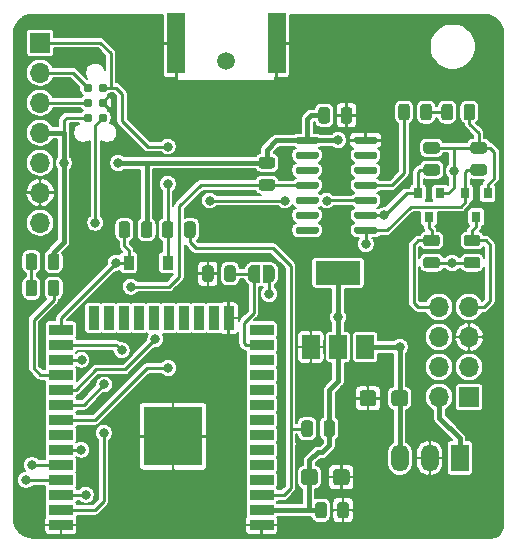
<source format=gtl>
G04 #@! TF.GenerationSoftware,KiCad,Pcbnew,(5.1.9-0-10_14)*
G04 #@! TF.CreationDate,2021-01-18T10:51:13+01:00*
G04 #@! TF.ProjectId,ithowifi,6974686f-7769-4666-992e-6b696361645f,rev?*
G04 #@! TF.SameCoordinates,Original*
G04 #@! TF.FileFunction,Copper,L1,Top*
G04 #@! TF.FilePolarity,Positive*
%FSLAX46Y46*%
G04 Gerber Fmt 4.6, Leading zero omitted, Abs format (unit mm)*
G04 Created by KiCad (PCBNEW (5.1.9-0-10_14)) date 2021-01-18 10:51:13*
%MOMM*%
%LPD*%
G01*
G04 APERTURE LIST*
G04 #@! TA.AperFunction,SMDPad,CuDef*
%ADD10C,0.787400*%
G04 #@! TD*
G04 #@! TA.AperFunction,SMDPad,CuDef*
%ADD11R,2.000000X0.900000*%
G04 #@! TD*
G04 #@! TA.AperFunction,SMDPad,CuDef*
%ADD12R,0.900000X2.000000*%
G04 #@! TD*
G04 #@! TA.AperFunction,SMDPad,CuDef*
%ADD13R,5.000000X5.000000*%
G04 #@! TD*
G04 #@! TA.AperFunction,SMDPad,CuDef*
%ADD14C,0.100000*%
G04 #@! TD*
G04 #@! TA.AperFunction,ComponentPad*
%ADD15C,1.500000*%
G04 #@! TD*
G04 #@! TA.AperFunction,SMDPad,CuDef*
%ADD16R,1.500000X2.000000*%
G04 #@! TD*
G04 #@! TA.AperFunction,SMDPad,CuDef*
%ADD17R,3.800000X2.000000*%
G04 #@! TD*
G04 #@! TA.AperFunction,ComponentPad*
%ADD18O,1.700000X1.700000*%
G04 #@! TD*
G04 #@! TA.AperFunction,ComponentPad*
%ADD19R,1.700000X1.700000*%
G04 #@! TD*
G04 #@! TA.AperFunction,SMDPad,CuDef*
%ADD20R,0.900000X1.200000*%
G04 #@! TD*
G04 #@! TA.AperFunction,SMDPad,CuDef*
%ADD21R,1.500000X5.080000*%
G04 #@! TD*
G04 #@! TA.AperFunction,SMDPad,CuDef*
%ADD22R,0.800000X0.900000*%
G04 #@! TD*
G04 #@! TA.AperFunction,ComponentPad*
%ADD23O,1.500000X2.300000*%
G04 #@! TD*
G04 #@! TA.AperFunction,ComponentPad*
%ADD24R,1.500000X2.300000*%
G04 #@! TD*
G04 #@! TA.AperFunction,ViaPad*
%ADD25C,0.800000*%
G04 #@! TD*
G04 #@! TA.AperFunction,Conductor*
%ADD26C,0.254000*%
G04 #@! TD*
G04 #@! TA.AperFunction,Conductor*
%ADD27C,0.406400*%
G04 #@! TD*
G04 #@! TA.AperFunction,Conductor*
%ADD28C,0.250000*%
G04 #@! TD*
G04 #@! TA.AperFunction,Conductor*
%ADD29C,0.203200*%
G04 #@! TD*
G04 #@! TA.AperFunction,Conductor*
%ADD30C,0.100000*%
G04 #@! TD*
G04 APERTURE END LIST*
D10*
X91033600Y-114147600D03*
X91033600Y-112877600D03*
X89763600Y-114147600D03*
X89763600Y-112877600D03*
X89763600Y-111607600D03*
X91033600Y-111607600D03*
D11*
X87477600Y-148615400D03*
X87477600Y-147345400D03*
X87477600Y-146075400D03*
X87477600Y-144805400D03*
X87477600Y-143535400D03*
X87477600Y-142265400D03*
X87477600Y-140995400D03*
X87477600Y-139725400D03*
X87477600Y-138455400D03*
X87477600Y-137185400D03*
X87477600Y-135915400D03*
X87477600Y-134645400D03*
X87477600Y-133375400D03*
X87477600Y-132105400D03*
D12*
X90262600Y-131105400D03*
X91532600Y-131105400D03*
X92802600Y-131105400D03*
X94072600Y-131105400D03*
X95342600Y-131105400D03*
X96612600Y-131105400D03*
X97882600Y-131105400D03*
X99152600Y-131105400D03*
X100422600Y-131105400D03*
X101692600Y-131105400D03*
D11*
X104477600Y-132105400D03*
X104477600Y-133375400D03*
X104477600Y-134645400D03*
X104477600Y-135915400D03*
X104477600Y-137185400D03*
X104477600Y-138455400D03*
X104477600Y-139725400D03*
X104477600Y-140995400D03*
X104477600Y-142265400D03*
X104477600Y-143535400D03*
X104477600Y-144805400D03*
X104477600Y-146075400D03*
X104477600Y-147345400D03*
X104477600Y-148615400D03*
D13*
X96977600Y-141115400D03*
G04 #@! TA.AperFunction,SMDPad,CuDef*
D14*
G36*
X103805200Y-128104998D02*
G01*
X103780666Y-128104998D01*
X103731835Y-128100188D01*
X103683710Y-128090616D01*
X103636755Y-128076372D01*
X103591422Y-128057595D01*
X103548149Y-128034464D01*
X103507350Y-128007204D01*
X103469421Y-127976076D01*
X103434724Y-127941379D01*
X103403596Y-127903450D01*
X103376336Y-127862651D01*
X103353205Y-127819378D01*
X103334428Y-127774045D01*
X103320184Y-127727090D01*
X103310612Y-127678965D01*
X103305802Y-127630134D01*
X103305802Y-127605600D01*
X103305200Y-127605600D01*
X103305200Y-127105600D01*
X103305802Y-127105600D01*
X103305802Y-127081066D01*
X103310612Y-127032235D01*
X103320184Y-126984110D01*
X103334428Y-126937155D01*
X103353205Y-126891822D01*
X103376336Y-126848549D01*
X103403596Y-126807750D01*
X103434724Y-126769821D01*
X103469421Y-126735124D01*
X103507350Y-126703996D01*
X103548149Y-126676736D01*
X103591422Y-126653605D01*
X103636755Y-126634828D01*
X103683710Y-126620584D01*
X103731835Y-126611012D01*
X103780666Y-126606202D01*
X103805200Y-126606202D01*
X103805200Y-126605600D01*
X104305200Y-126605600D01*
X104305200Y-128105600D01*
X103805200Y-128105600D01*
X103805200Y-128104998D01*
G37*
G04 #@! TD.AperFunction*
G04 #@! TA.AperFunction,SMDPad,CuDef*
G36*
X104605200Y-126605600D02*
G01*
X105105200Y-126605600D01*
X105105200Y-126606202D01*
X105129734Y-126606202D01*
X105178565Y-126611012D01*
X105226690Y-126620584D01*
X105273645Y-126634828D01*
X105318978Y-126653605D01*
X105362251Y-126676736D01*
X105403050Y-126703996D01*
X105440979Y-126735124D01*
X105475676Y-126769821D01*
X105506804Y-126807750D01*
X105534064Y-126848549D01*
X105557195Y-126891822D01*
X105575972Y-126937155D01*
X105590216Y-126984110D01*
X105599788Y-127032235D01*
X105604598Y-127081066D01*
X105604598Y-127105600D01*
X105605200Y-127105600D01*
X105605200Y-127605600D01*
X105604598Y-127605600D01*
X105604598Y-127630134D01*
X105599788Y-127678965D01*
X105590216Y-127727090D01*
X105575972Y-127774045D01*
X105557195Y-127819378D01*
X105534064Y-127862651D01*
X105506804Y-127903450D01*
X105475676Y-127941379D01*
X105440979Y-127976076D01*
X105403050Y-128007204D01*
X105362251Y-128034464D01*
X105318978Y-128057595D01*
X105273645Y-128076372D01*
X105226690Y-128090616D01*
X105178565Y-128100188D01*
X105129734Y-128104998D01*
X105105200Y-128104998D01*
X105105200Y-128105600D01*
X104605200Y-128105600D01*
X104605200Y-126605600D01*
G37*
G04 #@! TD.AperFunction*
G04 #@! TA.AperFunction,SMDPad,CuDef*
G36*
G01*
X101315700Y-127811850D02*
X101315700Y-126899350D01*
G75*
G02*
X101559450Y-126655600I243750J0D01*
G01*
X102046950Y-126655600D01*
G75*
G02*
X102290700Y-126899350I0J-243750D01*
G01*
X102290700Y-127811850D01*
G75*
G02*
X102046950Y-128055600I-243750J0D01*
G01*
X101559450Y-128055600D01*
G75*
G02*
X101315700Y-127811850I0J243750D01*
G01*
G37*
G04 #@! TD.AperFunction*
G04 #@! TA.AperFunction,SMDPad,CuDef*
G36*
G01*
X99440700Y-127811850D02*
X99440700Y-126899350D01*
G75*
G02*
X99684450Y-126655600I243750J0D01*
G01*
X100171950Y-126655600D01*
G75*
G02*
X100415700Y-126899350I0J-243750D01*
G01*
X100415700Y-127811850D01*
G75*
G02*
X100171950Y-128055600I-243750J0D01*
G01*
X99684450Y-128055600D01*
G75*
G02*
X99440700Y-127811850I0J243750D01*
G01*
G37*
G04 #@! TD.AperFunction*
G04 #@! TA.AperFunction,SMDPad,CuDef*
G36*
G01*
X114174500Y-137471599D02*
X114174500Y-138321601D01*
G75*
G02*
X113924501Y-138571600I-249999J0D01*
G01*
X113024499Y-138571600D01*
G75*
G02*
X112774500Y-138321601I0J249999D01*
G01*
X112774500Y-137471599D01*
G75*
G02*
X113024499Y-137221600I249999J0D01*
G01*
X113924501Y-137221600D01*
G75*
G02*
X114174500Y-137471599I0J-249999D01*
G01*
G37*
G04 #@! TD.AperFunction*
G04 #@! TA.AperFunction,SMDPad,CuDef*
G36*
G01*
X116874500Y-137471599D02*
X116874500Y-138321601D01*
G75*
G02*
X116624501Y-138571600I-249999J0D01*
G01*
X115724499Y-138571600D01*
G75*
G02*
X115474500Y-138321601I0J249999D01*
G01*
X115474500Y-137471599D01*
G75*
G02*
X115724499Y-137221600I249999J0D01*
G01*
X116624501Y-137221600D01*
G75*
G02*
X116874500Y-137471599I0J-249999D01*
G01*
G37*
G04 #@! TD.AperFunction*
G04 #@! TA.AperFunction,SMDPad,CuDef*
G36*
G01*
X110530400Y-145001801D02*
X110530400Y-144151799D01*
G75*
G02*
X110780399Y-143901800I249999J0D01*
G01*
X111680401Y-143901800D01*
G75*
G02*
X111930400Y-144151799I0J-249999D01*
G01*
X111930400Y-145001801D01*
G75*
G02*
X111680401Y-145251800I-249999J0D01*
G01*
X110780399Y-145251800D01*
G75*
G02*
X110530400Y-145001801I0J249999D01*
G01*
G37*
G04 #@! TD.AperFunction*
G04 #@! TA.AperFunction,SMDPad,CuDef*
G36*
G01*
X107830400Y-145001801D02*
X107830400Y-144151799D01*
G75*
G02*
X108080399Y-143901800I249999J0D01*
G01*
X108980401Y-143901800D01*
G75*
G02*
X109230400Y-144151799I0J-249999D01*
G01*
X109230400Y-145001801D01*
G75*
G02*
X108980401Y-145251800I-249999J0D01*
G01*
X108080399Y-145251800D01*
G75*
G02*
X107830400Y-145001801I0J249999D01*
G01*
G37*
G04 #@! TD.AperFunction*
D15*
X101498400Y-109347000D03*
G04 #@! TA.AperFunction,SMDPad,CuDef*
G36*
G01*
X85475900Y-128118550D02*
X85475900Y-129031050D01*
G75*
G02*
X85232150Y-129274800I-243750J0D01*
G01*
X84744650Y-129274800D01*
G75*
G02*
X84500900Y-129031050I0J243750D01*
G01*
X84500900Y-128118550D01*
G75*
G02*
X84744650Y-127874800I243750J0D01*
G01*
X85232150Y-127874800D01*
G75*
G02*
X85475900Y-128118550I0J-243750D01*
G01*
G37*
G04 #@! TD.AperFunction*
G04 #@! TA.AperFunction,SMDPad,CuDef*
G36*
G01*
X87350900Y-128118550D02*
X87350900Y-129031050D01*
G75*
G02*
X87107150Y-129274800I-243750J0D01*
G01*
X86619650Y-129274800D01*
G75*
G02*
X86375900Y-129031050I0J243750D01*
G01*
X86375900Y-128118550D01*
G75*
G02*
X86619650Y-127874800I243750J0D01*
G01*
X87107150Y-127874800D01*
G75*
G02*
X87350900Y-128118550I0J-243750D01*
G01*
G37*
G04 #@! TD.AperFunction*
G04 #@! TA.AperFunction,SMDPad,CuDef*
G36*
G01*
X85475900Y-125883350D02*
X85475900Y-126795850D01*
G75*
G02*
X85232150Y-127039600I-243750J0D01*
G01*
X84744650Y-127039600D01*
G75*
G02*
X84500900Y-126795850I0J243750D01*
G01*
X84500900Y-125883350D01*
G75*
G02*
X84744650Y-125639600I243750J0D01*
G01*
X85232150Y-125639600D01*
G75*
G02*
X85475900Y-125883350I0J-243750D01*
G01*
G37*
G04 #@! TD.AperFunction*
G04 #@! TA.AperFunction,SMDPad,CuDef*
G36*
G01*
X87350900Y-125883350D02*
X87350900Y-126795850D01*
G75*
G02*
X87107150Y-127039600I-243750J0D01*
G01*
X86619650Y-127039600D01*
G75*
G02*
X86375900Y-126795850I0J243750D01*
G01*
X86375900Y-125883350D01*
G75*
G02*
X86619650Y-125639600I243750J0D01*
G01*
X87107150Y-125639600D01*
G75*
G02*
X87350900Y-125883350I0J-243750D01*
G01*
G37*
G04 #@! TD.AperFunction*
D16*
X108647200Y-133553600D03*
X113247200Y-133553600D03*
X110947200Y-133553600D03*
D17*
X110947200Y-127253600D03*
G04 #@! TA.AperFunction,SMDPad,CuDef*
G36*
G01*
X94249900Y-124078050D02*
X94249900Y-123165550D01*
G75*
G02*
X94493650Y-122921800I243750J0D01*
G01*
X94981150Y-122921800D01*
G75*
G02*
X95224900Y-123165550I0J-243750D01*
G01*
X95224900Y-124078050D01*
G75*
G02*
X94981150Y-124321800I-243750J0D01*
G01*
X94493650Y-124321800D01*
G75*
G02*
X94249900Y-124078050I0J243750D01*
G01*
G37*
G04 #@! TD.AperFunction*
G04 #@! TA.AperFunction,SMDPad,CuDef*
G36*
G01*
X92374900Y-124078050D02*
X92374900Y-123165550D01*
G75*
G02*
X92618650Y-122921800I243750J0D01*
G01*
X93106150Y-122921800D01*
G75*
G02*
X93349900Y-123165550I0J-243750D01*
G01*
X93349900Y-124078050D01*
G75*
G02*
X93106150Y-124321800I-243750J0D01*
G01*
X92618650Y-124321800D01*
G75*
G02*
X92374900Y-124078050I0J243750D01*
G01*
G37*
G04 #@! TD.AperFunction*
G04 #@! TA.AperFunction,SMDPad,CuDef*
G36*
G01*
X109720800Y-140918250D02*
X109720800Y-140005750D01*
G75*
G02*
X109964550Y-139762000I243750J0D01*
G01*
X110452050Y-139762000D01*
G75*
G02*
X110695800Y-140005750I0J-243750D01*
G01*
X110695800Y-140918250D01*
G75*
G02*
X110452050Y-141162000I-243750J0D01*
G01*
X109964550Y-141162000D01*
G75*
G02*
X109720800Y-140918250I0J243750D01*
G01*
G37*
G04 #@! TD.AperFunction*
G04 #@! TA.AperFunction,SMDPad,CuDef*
G36*
G01*
X107845800Y-140918250D02*
X107845800Y-140005750D01*
G75*
G02*
X108089550Y-139762000I243750J0D01*
G01*
X108577050Y-139762000D01*
G75*
G02*
X108820800Y-140005750I0J-243750D01*
G01*
X108820800Y-140918250D01*
G75*
G02*
X108577050Y-141162000I-243750J0D01*
G01*
X108089550Y-141162000D01*
G75*
G02*
X107845800Y-140918250I0J243750D01*
G01*
G37*
G04 #@! TD.AperFunction*
D18*
X85725000Y-123037600D03*
X85725000Y-120497600D03*
X85725000Y-117957600D03*
X85725000Y-115417600D03*
X85725000Y-112877600D03*
X85725000Y-110337600D03*
D19*
X85725000Y-107797600D03*
D20*
X93220000Y-126415800D03*
X96520000Y-126415800D03*
G04 #@! TA.AperFunction,SMDPad,CuDef*
G36*
G01*
X110886900Y-147827050D02*
X110886900Y-146914550D01*
G75*
G02*
X111130650Y-146670800I243750J0D01*
G01*
X111618150Y-146670800D01*
G75*
G02*
X111861900Y-146914550I0J-243750D01*
G01*
X111861900Y-147827050D01*
G75*
G02*
X111618150Y-148070800I-243750J0D01*
G01*
X111130650Y-148070800D01*
G75*
G02*
X110886900Y-147827050I0J243750D01*
G01*
G37*
G04 #@! TD.AperFunction*
G04 #@! TA.AperFunction,SMDPad,CuDef*
G36*
G01*
X109011900Y-147827050D02*
X109011900Y-146914550D01*
G75*
G02*
X109255650Y-146670800I243750J0D01*
G01*
X109743150Y-146670800D01*
G75*
G02*
X109986900Y-146914550I0J-243750D01*
G01*
X109986900Y-147827050D01*
G75*
G02*
X109743150Y-148070800I-243750J0D01*
G01*
X109255650Y-148070800D01*
G75*
G02*
X109011900Y-147827050I0J243750D01*
G01*
G37*
G04 #@! TD.AperFunction*
G04 #@! TA.AperFunction,SMDPad,CuDef*
G36*
G01*
X97007500Y-123165550D02*
X97007500Y-124078050D01*
G75*
G02*
X96763750Y-124321800I-243750J0D01*
G01*
X96276250Y-124321800D01*
G75*
G02*
X96032500Y-124078050I0J243750D01*
G01*
X96032500Y-123165550D01*
G75*
G02*
X96276250Y-122921800I243750J0D01*
G01*
X96763750Y-122921800D01*
G75*
G02*
X97007500Y-123165550I0J-243750D01*
G01*
G37*
G04 #@! TD.AperFunction*
G04 #@! TA.AperFunction,SMDPad,CuDef*
G36*
G01*
X98882500Y-123165550D02*
X98882500Y-124078050D01*
G75*
G02*
X98638750Y-124321800I-243750J0D01*
G01*
X98151250Y-124321800D01*
G75*
G02*
X97907500Y-124078050I0J243750D01*
G01*
X97907500Y-123165550D01*
G75*
G02*
X98151250Y-122921800I243750J0D01*
G01*
X98638750Y-122921800D01*
G75*
G02*
X98882500Y-123165550I0J-243750D01*
G01*
G37*
G04 #@! TD.AperFunction*
D21*
X97248400Y-107848400D03*
X105748400Y-107848400D03*
G04 #@! TA.AperFunction,SMDPad,CuDef*
G36*
G01*
X117925000Y-114121250D02*
X117925000Y-113208750D01*
G75*
G02*
X118168750Y-112965000I243750J0D01*
G01*
X118656250Y-112965000D01*
G75*
G02*
X118900000Y-113208750I0J-243750D01*
G01*
X118900000Y-114121250D01*
G75*
G02*
X118656250Y-114365000I-243750J0D01*
G01*
X118168750Y-114365000D01*
G75*
G02*
X117925000Y-114121250I0J243750D01*
G01*
G37*
G04 #@! TD.AperFunction*
G04 #@! TA.AperFunction,SMDPad,CuDef*
G36*
G01*
X116050000Y-114121250D02*
X116050000Y-113208750D01*
G75*
G02*
X116293750Y-112965000I243750J0D01*
G01*
X116781250Y-112965000D01*
G75*
G02*
X117025000Y-113208750I0J-243750D01*
G01*
X117025000Y-114121250D01*
G75*
G02*
X116781250Y-114365000I-243750J0D01*
G01*
X116293750Y-114365000D01*
G75*
G02*
X116050000Y-114121250I0J243750D01*
G01*
G37*
G04 #@! TD.AperFunction*
G04 #@! TA.AperFunction,SMDPad,CuDef*
G36*
G01*
X105383650Y-120320100D02*
X104471150Y-120320100D01*
G75*
G02*
X104227400Y-120076350I0J243750D01*
G01*
X104227400Y-119588850D01*
G75*
G02*
X104471150Y-119345100I243750J0D01*
G01*
X105383650Y-119345100D01*
G75*
G02*
X105627400Y-119588850I0J-243750D01*
G01*
X105627400Y-120076350D01*
G75*
G02*
X105383650Y-120320100I-243750J0D01*
G01*
G37*
G04 #@! TD.AperFunction*
G04 #@! TA.AperFunction,SMDPad,CuDef*
G36*
G01*
X105383650Y-118445100D02*
X104471150Y-118445100D01*
G75*
G02*
X104227400Y-118201350I0J243750D01*
G01*
X104227400Y-117713850D01*
G75*
G02*
X104471150Y-117470100I243750J0D01*
G01*
X105383650Y-117470100D01*
G75*
G02*
X105627400Y-117713850I0J-243750D01*
G01*
X105627400Y-118201350D01*
G75*
G02*
X105383650Y-118445100I-243750J0D01*
G01*
G37*
G04 #@! TD.AperFunction*
G04 #@! TA.AperFunction,SMDPad,CuDef*
G36*
G01*
X120680300Y-113208750D02*
X120680300Y-114121250D01*
G75*
G02*
X120436550Y-114365000I-243750J0D01*
G01*
X119949050Y-114365000D01*
G75*
G02*
X119705300Y-114121250I0J243750D01*
G01*
X119705300Y-113208750D01*
G75*
G02*
X119949050Y-112965000I243750J0D01*
G01*
X120436550Y-112965000D01*
G75*
G02*
X120680300Y-113208750I0J-243750D01*
G01*
G37*
G04 #@! TD.AperFunction*
G04 #@! TA.AperFunction,SMDPad,CuDef*
G36*
G01*
X122555300Y-113208750D02*
X122555300Y-114121250D01*
G75*
G02*
X122311550Y-114365000I-243750J0D01*
G01*
X121824050Y-114365000D01*
G75*
G02*
X121580300Y-114121250I0J243750D01*
G01*
X121580300Y-113208750D01*
G75*
G02*
X121824050Y-112965000I243750J0D01*
G01*
X122311550Y-112965000D01*
G75*
G02*
X122555300Y-113208750I0J-243750D01*
G01*
G37*
G04 #@! TD.AperFunction*
G04 #@! TA.AperFunction,SMDPad,CuDef*
G36*
G01*
X118415750Y-125926000D02*
X119328250Y-125926000D01*
G75*
G02*
X119572000Y-126169750I0J-243750D01*
G01*
X119572000Y-126657250D01*
G75*
G02*
X119328250Y-126901000I-243750J0D01*
G01*
X118415750Y-126901000D01*
G75*
G02*
X118172000Y-126657250I0J243750D01*
G01*
X118172000Y-126169750D01*
G75*
G02*
X118415750Y-125926000I243750J0D01*
G01*
G37*
G04 #@! TD.AperFunction*
G04 #@! TA.AperFunction,SMDPad,CuDef*
G36*
G01*
X118415750Y-124051000D02*
X119328250Y-124051000D01*
G75*
G02*
X119572000Y-124294750I0J-243750D01*
G01*
X119572000Y-124782250D01*
G75*
G02*
X119328250Y-125026000I-243750J0D01*
G01*
X118415750Y-125026000D01*
G75*
G02*
X118172000Y-124782250I0J243750D01*
G01*
X118172000Y-124294750D01*
G75*
G02*
X118415750Y-124051000I243750J0D01*
G01*
G37*
G04 #@! TD.AperFunction*
G04 #@! TA.AperFunction,SMDPad,CuDef*
G36*
G01*
X121844750Y-125926000D02*
X122757250Y-125926000D01*
G75*
G02*
X123001000Y-126169750I0J-243750D01*
G01*
X123001000Y-126657250D01*
G75*
G02*
X122757250Y-126901000I-243750J0D01*
G01*
X121844750Y-126901000D01*
G75*
G02*
X121601000Y-126657250I0J243750D01*
G01*
X121601000Y-126169750D01*
G75*
G02*
X121844750Y-125926000I243750J0D01*
G01*
G37*
G04 #@! TD.AperFunction*
G04 #@! TA.AperFunction,SMDPad,CuDef*
G36*
G01*
X121844750Y-124051000D02*
X122757250Y-124051000D01*
G75*
G02*
X123001000Y-124294750I0J-243750D01*
G01*
X123001000Y-124782250D01*
G75*
G02*
X122757250Y-125026000I-243750J0D01*
G01*
X121844750Y-125026000D01*
G75*
G02*
X121601000Y-124782250I0J243750D01*
G01*
X121601000Y-124294750D01*
G75*
G02*
X121844750Y-124051000I243750J0D01*
G01*
G37*
G04 #@! TD.AperFunction*
G04 #@! TA.AperFunction,SMDPad,CuDef*
G36*
G01*
X118415750Y-118074400D02*
X119328250Y-118074400D01*
G75*
G02*
X119572000Y-118318150I0J-243750D01*
G01*
X119572000Y-118805650D01*
G75*
G02*
X119328250Y-119049400I-243750J0D01*
G01*
X118415750Y-119049400D01*
G75*
G02*
X118172000Y-118805650I0J243750D01*
G01*
X118172000Y-118318150D01*
G75*
G02*
X118415750Y-118074400I243750J0D01*
G01*
G37*
G04 #@! TD.AperFunction*
G04 #@! TA.AperFunction,SMDPad,CuDef*
G36*
G01*
X118415750Y-116199400D02*
X119328250Y-116199400D01*
G75*
G02*
X119572000Y-116443150I0J-243750D01*
G01*
X119572000Y-116930650D01*
G75*
G02*
X119328250Y-117174400I-243750J0D01*
G01*
X118415750Y-117174400D01*
G75*
G02*
X118172000Y-116930650I0J243750D01*
G01*
X118172000Y-116443150D01*
G75*
G02*
X118415750Y-116199400I243750J0D01*
G01*
G37*
G04 #@! TD.AperFunction*
G04 #@! TA.AperFunction,SMDPad,CuDef*
G36*
G01*
X123316050Y-117174400D02*
X122403550Y-117174400D01*
G75*
G02*
X122159800Y-116930650I0J243750D01*
G01*
X122159800Y-116443150D01*
G75*
G02*
X122403550Y-116199400I243750J0D01*
G01*
X123316050Y-116199400D01*
G75*
G02*
X123559800Y-116443150I0J-243750D01*
G01*
X123559800Y-116930650D01*
G75*
G02*
X123316050Y-117174400I-243750J0D01*
G01*
G37*
G04 #@! TD.AperFunction*
G04 #@! TA.AperFunction,SMDPad,CuDef*
G36*
G01*
X123316050Y-119049400D02*
X122403550Y-119049400D01*
G75*
G02*
X122159800Y-118805650I0J243750D01*
G01*
X122159800Y-118318150D01*
G75*
G02*
X122403550Y-118074400I243750J0D01*
G01*
X123316050Y-118074400D01*
G75*
G02*
X123559800Y-118318150I0J-243750D01*
G01*
X123559800Y-118805650D01*
G75*
G02*
X123316050Y-119049400I-243750J0D01*
G01*
G37*
G04 #@! TD.AperFunction*
G04 #@! TA.AperFunction,SMDPad,CuDef*
G36*
G01*
X109295900Y-114400650D02*
X109295900Y-113488150D01*
G75*
G02*
X109539650Y-113244400I243750J0D01*
G01*
X110027150Y-113244400D01*
G75*
G02*
X110270900Y-113488150I0J-243750D01*
G01*
X110270900Y-114400650D01*
G75*
G02*
X110027150Y-114644400I-243750J0D01*
G01*
X109539650Y-114644400D01*
G75*
G02*
X109295900Y-114400650I0J243750D01*
G01*
G37*
G04 #@! TD.AperFunction*
G04 #@! TA.AperFunction,SMDPad,CuDef*
G36*
G01*
X111170900Y-114400650D02*
X111170900Y-113488150D01*
G75*
G02*
X111414650Y-113244400I243750J0D01*
G01*
X111902150Y-113244400D01*
G75*
G02*
X112145900Y-113488150I0J-243750D01*
G01*
X112145900Y-114400650D01*
G75*
G02*
X111902150Y-114644400I-243750J0D01*
G01*
X111414650Y-114644400D01*
G75*
G02*
X111170900Y-114400650I0J243750D01*
G01*
G37*
G04 #@! TD.AperFunction*
D22*
X118658600Y-122539000D03*
X117708600Y-120539000D03*
X119608600Y-120539000D03*
X122656600Y-122539000D03*
X121706600Y-120539000D03*
X123606600Y-120539000D03*
G04 #@! TA.AperFunction,SMDPad,CuDef*
G36*
G01*
X107359000Y-116202600D02*
X107359000Y-115902600D01*
G75*
G02*
X107509000Y-115752600I150000J0D01*
G01*
X109159000Y-115752600D01*
G75*
G02*
X109309000Y-115902600I0J-150000D01*
G01*
X109309000Y-116202600D01*
G75*
G02*
X109159000Y-116352600I-150000J0D01*
G01*
X107509000Y-116352600D01*
G75*
G02*
X107359000Y-116202600I0J150000D01*
G01*
G37*
G04 #@! TD.AperFunction*
G04 #@! TA.AperFunction,SMDPad,CuDef*
G36*
G01*
X107359000Y-117472600D02*
X107359000Y-117172600D01*
G75*
G02*
X107509000Y-117022600I150000J0D01*
G01*
X109159000Y-117022600D01*
G75*
G02*
X109309000Y-117172600I0J-150000D01*
G01*
X109309000Y-117472600D01*
G75*
G02*
X109159000Y-117622600I-150000J0D01*
G01*
X107509000Y-117622600D01*
G75*
G02*
X107359000Y-117472600I0J150000D01*
G01*
G37*
G04 #@! TD.AperFunction*
G04 #@! TA.AperFunction,SMDPad,CuDef*
G36*
G01*
X107359000Y-118742600D02*
X107359000Y-118442600D01*
G75*
G02*
X107509000Y-118292600I150000J0D01*
G01*
X109159000Y-118292600D01*
G75*
G02*
X109309000Y-118442600I0J-150000D01*
G01*
X109309000Y-118742600D01*
G75*
G02*
X109159000Y-118892600I-150000J0D01*
G01*
X107509000Y-118892600D01*
G75*
G02*
X107359000Y-118742600I0J150000D01*
G01*
G37*
G04 #@! TD.AperFunction*
G04 #@! TA.AperFunction,SMDPad,CuDef*
G36*
G01*
X107359000Y-120012600D02*
X107359000Y-119712600D01*
G75*
G02*
X107509000Y-119562600I150000J0D01*
G01*
X109159000Y-119562600D01*
G75*
G02*
X109309000Y-119712600I0J-150000D01*
G01*
X109309000Y-120012600D01*
G75*
G02*
X109159000Y-120162600I-150000J0D01*
G01*
X107509000Y-120162600D01*
G75*
G02*
X107359000Y-120012600I0J150000D01*
G01*
G37*
G04 #@! TD.AperFunction*
G04 #@! TA.AperFunction,SMDPad,CuDef*
G36*
G01*
X107359000Y-121282600D02*
X107359000Y-120982600D01*
G75*
G02*
X107509000Y-120832600I150000J0D01*
G01*
X109159000Y-120832600D01*
G75*
G02*
X109309000Y-120982600I0J-150000D01*
G01*
X109309000Y-121282600D01*
G75*
G02*
X109159000Y-121432600I-150000J0D01*
G01*
X107509000Y-121432600D01*
G75*
G02*
X107359000Y-121282600I0J150000D01*
G01*
G37*
G04 #@! TD.AperFunction*
G04 #@! TA.AperFunction,SMDPad,CuDef*
G36*
G01*
X107359000Y-122552600D02*
X107359000Y-122252600D01*
G75*
G02*
X107509000Y-122102600I150000J0D01*
G01*
X109159000Y-122102600D01*
G75*
G02*
X109309000Y-122252600I0J-150000D01*
G01*
X109309000Y-122552600D01*
G75*
G02*
X109159000Y-122702600I-150000J0D01*
G01*
X107509000Y-122702600D01*
G75*
G02*
X107359000Y-122552600I0J150000D01*
G01*
G37*
G04 #@! TD.AperFunction*
G04 #@! TA.AperFunction,SMDPad,CuDef*
G36*
G01*
X107359000Y-123822600D02*
X107359000Y-123522600D01*
G75*
G02*
X107509000Y-123372600I150000J0D01*
G01*
X109159000Y-123372600D01*
G75*
G02*
X109309000Y-123522600I0J-150000D01*
G01*
X109309000Y-123822600D01*
G75*
G02*
X109159000Y-123972600I-150000J0D01*
G01*
X107509000Y-123972600D01*
G75*
G02*
X107359000Y-123822600I0J150000D01*
G01*
G37*
G04 #@! TD.AperFunction*
G04 #@! TA.AperFunction,SMDPad,CuDef*
G36*
G01*
X112309000Y-123822600D02*
X112309000Y-123522600D01*
G75*
G02*
X112459000Y-123372600I150000J0D01*
G01*
X114109000Y-123372600D01*
G75*
G02*
X114259000Y-123522600I0J-150000D01*
G01*
X114259000Y-123822600D01*
G75*
G02*
X114109000Y-123972600I-150000J0D01*
G01*
X112459000Y-123972600D01*
G75*
G02*
X112309000Y-123822600I0J150000D01*
G01*
G37*
G04 #@! TD.AperFunction*
G04 #@! TA.AperFunction,SMDPad,CuDef*
G36*
G01*
X112309000Y-122552600D02*
X112309000Y-122252600D01*
G75*
G02*
X112459000Y-122102600I150000J0D01*
G01*
X114109000Y-122102600D01*
G75*
G02*
X114259000Y-122252600I0J-150000D01*
G01*
X114259000Y-122552600D01*
G75*
G02*
X114109000Y-122702600I-150000J0D01*
G01*
X112459000Y-122702600D01*
G75*
G02*
X112309000Y-122552600I0J150000D01*
G01*
G37*
G04 #@! TD.AperFunction*
G04 #@! TA.AperFunction,SMDPad,CuDef*
G36*
G01*
X112309000Y-121282600D02*
X112309000Y-120982600D01*
G75*
G02*
X112459000Y-120832600I150000J0D01*
G01*
X114109000Y-120832600D01*
G75*
G02*
X114259000Y-120982600I0J-150000D01*
G01*
X114259000Y-121282600D01*
G75*
G02*
X114109000Y-121432600I-150000J0D01*
G01*
X112459000Y-121432600D01*
G75*
G02*
X112309000Y-121282600I0J150000D01*
G01*
G37*
G04 #@! TD.AperFunction*
G04 #@! TA.AperFunction,SMDPad,CuDef*
G36*
G01*
X112309000Y-120012600D02*
X112309000Y-119712600D01*
G75*
G02*
X112459000Y-119562600I150000J0D01*
G01*
X114109000Y-119562600D01*
G75*
G02*
X114259000Y-119712600I0J-150000D01*
G01*
X114259000Y-120012600D01*
G75*
G02*
X114109000Y-120162600I-150000J0D01*
G01*
X112459000Y-120162600D01*
G75*
G02*
X112309000Y-120012600I0J150000D01*
G01*
G37*
G04 #@! TD.AperFunction*
G04 #@! TA.AperFunction,SMDPad,CuDef*
G36*
G01*
X112309000Y-118742600D02*
X112309000Y-118442600D01*
G75*
G02*
X112459000Y-118292600I150000J0D01*
G01*
X114109000Y-118292600D01*
G75*
G02*
X114259000Y-118442600I0J-150000D01*
G01*
X114259000Y-118742600D01*
G75*
G02*
X114109000Y-118892600I-150000J0D01*
G01*
X112459000Y-118892600D01*
G75*
G02*
X112309000Y-118742600I0J150000D01*
G01*
G37*
G04 #@! TD.AperFunction*
G04 #@! TA.AperFunction,SMDPad,CuDef*
G36*
G01*
X112309000Y-117472600D02*
X112309000Y-117172600D01*
G75*
G02*
X112459000Y-117022600I150000J0D01*
G01*
X114109000Y-117022600D01*
G75*
G02*
X114259000Y-117172600I0J-150000D01*
G01*
X114259000Y-117472600D01*
G75*
G02*
X114109000Y-117622600I-150000J0D01*
G01*
X112459000Y-117622600D01*
G75*
G02*
X112309000Y-117472600I0J150000D01*
G01*
G37*
G04 #@! TD.AperFunction*
G04 #@! TA.AperFunction,SMDPad,CuDef*
G36*
G01*
X112309000Y-116202600D02*
X112309000Y-115902600D01*
G75*
G02*
X112459000Y-115752600I150000J0D01*
G01*
X114109000Y-115752600D01*
G75*
G02*
X114259000Y-115902600I0J-150000D01*
G01*
X114259000Y-116202600D01*
G75*
G02*
X114109000Y-116352600I-150000J0D01*
G01*
X112459000Y-116352600D01*
G75*
G02*
X112309000Y-116202600I0J150000D01*
G01*
G37*
G04 #@! TD.AperFunction*
D23*
X116179600Y-142951200D03*
X118719600Y-142951200D03*
D24*
X121259600Y-142951200D03*
D19*
X122047000Y-137795000D03*
D18*
X119507000Y-137795000D03*
X122047000Y-135255000D03*
X119507000Y-135255000D03*
X122047000Y-132715000D03*
X119507000Y-132715000D03*
X122047000Y-130175000D03*
X119507000Y-130175000D03*
D25*
X95250000Y-139700000D03*
X98806000Y-139700000D03*
X97028000Y-139700000D03*
X98806000Y-142748000D03*
X97028000Y-142748000D03*
X95250000Y-142748000D03*
X95250000Y-141224000D03*
X98806000Y-141224000D03*
X97028000Y-141224000D03*
X95504000Y-105918000D03*
X95504000Y-107442000D03*
X95504000Y-109220000D03*
X95504000Y-110998000D03*
X95504000Y-113030000D03*
X96774000Y-112014000D03*
X94234000Y-106680000D03*
X94234000Y-108458000D03*
X94234000Y-109982000D03*
X94234000Y-112014000D03*
X107442000Y-105918000D03*
X107442000Y-107442000D03*
X107442000Y-109220000D03*
X107442000Y-110998000D03*
X107442000Y-113030000D03*
X105918000Y-112014000D03*
X108712000Y-109982000D03*
X108712000Y-108204000D03*
X108712000Y-106680000D03*
X97282000Y-114046000D03*
X99314000Y-114046000D03*
X101600000Y-114046000D03*
X100584000Y-115570000D03*
X98298000Y-115570000D03*
X103886000Y-114046000D03*
X102870000Y-115570000D03*
X106172000Y-114046000D03*
X108712000Y-112014000D03*
X104902000Y-115189000D03*
X120600000Y-126450000D03*
X116179598Y-133553200D03*
X110947200Y-131038600D03*
X110947192Y-116027200D03*
X105105200Y-129082800D03*
X120726200Y-118668800D03*
X87731600Y-117983000D03*
X92329000Y-117983000D03*
X89585800Y-146075400D03*
X114858800Y-122402600D03*
X113284000Y-124841000D03*
X89204800Y-142265400D03*
X93395800Y-128447800D03*
X89230200Y-134645400D03*
X109982000Y-121158000D03*
X106426000Y-121158000D03*
X100076002Y-121158000D03*
X90385900Y-123037600D03*
X92151208Y-126415800D03*
X85039200Y-143560804D03*
X84531209Y-144805391D03*
X91109798Y-140843000D03*
X96570800Y-135331200D03*
X91160600Y-136728200D03*
X95478600Y-132892800D03*
X92633800Y-133832600D03*
X96520000Y-119761000D03*
X96519996Y-116586000D03*
D26*
X118908500Y-126450000D02*
X118872000Y-126413500D01*
X120600000Y-126450000D02*
X118908500Y-126450000D01*
X122264500Y-126450000D02*
X122301000Y-126413500D01*
X120600000Y-126450000D02*
X122264500Y-126450000D01*
D27*
X116179600Y-142951200D02*
X116179600Y-133553202D01*
X113247200Y-133553600D02*
X116179198Y-133553600D01*
X116179198Y-133553600D02*
X116179598Y-133553200D01*
X116179600Y-133553202D02*
X116179598Y-133553200D01*
X109477800Y-147349200D02*
X109499400Y-147370800D01*
X108360200Y-147349200D02*
X109477800Y-147349200D01*
X85725000Y-115417600D02*
X87731600Y-115417600D01*
X109783400Y-113944400D02*
X108661200Y-113944400D01*
X108334000Y-114271600D02*
X108334000Y-116052600D01*
X108661200Y-113944400D02*
X108334000Y-114271600D01*
X105714800Y-116052600D02*
X108334000Y-116052600D01*
X104927400Y-116840000D02*
X105714800Y-116052600D01*
X104927400Y-117957600D02*
X104927400Y-116840000D01*
X110947200Y-131038600D02*
X110947200Y-127253600D01*
X110947200Y-133553600D02*
X110947200Y-131038600D01*
X110921792Y-116052600D02*
X110947192Y-116027200D01*
X108334000Y-116052600D02*
X110921792Y-116052600D01*
X104876600Y-118008400D02*
X104927400Y-117957600D01*
X94737400Y-118054600D02*
X94737400Y-123621800D01*
X108480400Y-147229000D02*
X108480400Y-144576800D01*
X108360200Y-147349200D02*
X108480400Y-147229000D01*
D28*
X105105200Y-127355600D02*
X105105200Y-129082800D01*
D27*
X94737400Y-118003800D02*
X94737400Y-118054600D01*
X94834400Y-117957600D02*
X104927400Y-117957600D01*
X94737400Y-118054600D02*
X94834400Y-117957600D01*
X87731600Y-117983000D02*
X87731600Y-124663200D01*
X87731600Y-115417600D02*
X87731600Y-117983000D01*
X104481400Y-147349200D02*
X104477600Y-147345400D01*
X108360200Y-147349200D02*
X104481400Y-147349200D01*
D26*
X122067800Y-113665000D02*
X122067800Y-114676400D01*
X122859800Y-115468400D02*
X122859800Y-116686900D01*
X122067800Y-114676400D02*
X122859800Y-115468400D01*
X120726200Y-118668800D02*
X120726200Y-120065800D01*
X120253000Y-120539000D02*
X119608600Y-120539000D01*
X120726200Y-120065800D02*
X120253000Y-120539000D01*
X120726200Y-116687600D02*
X120725500Y-116686900D01*
X120726200Y-118668800D02*
X120726200Y-116687600D01*
X120725500Y-116686900D02*
X122859800Y-116686900D01*
X118872000Y-116686900D02*
X120725500Y-116686900D01*
X122859800Y-116686900D02*
X123798900Y-116686900D01*
X123798900Y-116686900D02*
X124180600Y-117068600D01*
X124180600Y-117068600D02*
X124180600Y-119227600D01*
X123606600Y-119801600D02*
X123606600Y-120539000D01*
X124180600Y-119227600D02*
X123606600Y-119801600D01*
D27*
X110947200Y-136474200D02*
X110947200Y-133553600D01*
X110208300Y-137213100D02*
X110947200Y-136474200D01*
X108530400Y-144576800D02*
X108530400Y-143158200D01*
X108530400Y-143158200D02*
X109220000Y-142468600D01*
X109220000Y-142468600D02*
X109626400Y-142468600D01*
X110208300Y-141886700D02*
X110208300Y-140462000D01*
X109626400Y-142468600D02*
X110208300Y-141886700D01*
X110208300Y-137213100D02*
X110208300Y-140462000D01*
X94809000Y-117983000D02*
X94834400Y-117957600D01*
X92329000Y-117983000D02*
X94809000Y-117983000D01*
D26*
X89763600Y-114147600D02*
X87960200Y-114147600D01*
X87731600Y-114376200D02*
X87731600Y-115417600D01*
X87960200Y-114147600D02*
X87731600Y-114376200D01*
D27*
X86863400Y-125531400D02*
X87731600Y-124663200D01*
X86863400Y-126339600D02*
X86863400Y-125531400D01*
X119507000Y-137795000D02*
X119507000Y-139547600D01*
X121259600Y-141300200D02*
X121259600Y-142951200D01*
X119507000Y-139547600D02*
X121259600Y-141300200D01*
D26*
X123825000Y-129667000D02*
X123317000Y-130175000D01*
X123825000Y-129667000D02*
X123825000Y-124925000D01*
X123317000Y-130175000D02*
X122047000Y-130175000D01*
X123825000Y-124925000D02*
X123438500Y-124538500D01*
X123438500Y-124538500D02*
X122301000Y-124538500D01*
X122301000Y-123698000D02*
X122301000Y-124538500D01*
X122656600Y-123342400D02*
X122301000Y-123698000D01*
X122656600Y-122539000D02*
X122656600Y-123342400D01*
X117348000Y-129794000D02*
X117729000Y-130175000D01*
X117729000Y-130175000D02*
X119507000Y-130175000D01*
X117348000Y-129794000D02*
X117348000Y-124902000D01*
X117348000Y-124902000D02*
X117711500Y-124538500D01*
X117711500Y-124538500D02*
X118872000Y-124538500D01*
X118658600Y-123459200D02*
X118872000Y-123672600D01*
X118872000Y-123672600D02*
X118872000Y-124538500D01*
X118658600Y-122539000D02*
X118658600Y-123459200D01*
X115519200Y-119862600D02*
X116537500Y-118844300D01*
X116537500Y-118844300D02*
X116537500Y-113665000D01*
X113284000Y-119862600D02*
X115519200Y-119862600D01*
X113284000Y-122402600D02*
X114858800Y-122402600D01*
X116747800Y-120539000D02*
X117708600Y-120539000D01*
X114884200Y-122402600D02*
X116747800Y-120539000D01*
X118872000Y-118561900D02*
X117886700Y-118561900D01*
X117708600Y-118740000D02*
X117708600Y-120539000D01*
X117886700Y-118561900D02*
X117708600Y-118740000D01*
X114858800Y-122402600D02*
X114884200Y-122402600D01*
X89585800Y-146075400D02*
X87477600Y-146075400D01*
X113284000Y-124841000D02*
X113284000Y-123672600D01*
X113284000Y-123672600D02*
X115112800Y-123672600D01*
X115112800Y-123672600D02*
X117119400Y-121666000D01*
X117119400Y-121666000D02*
X121335800Y-121666000D01*
X121706600Y-121295200D02*
X121706600Y-120539000D01*
X121335800Y-121666000D02*
X121706600Y-121295200D01*
X121899900Y-118561900D02*
X122859800Y-118561900D01*
X121706600Y-118755200D02*
X121899900Y-118561900D01*
X121706600Y-120539000D02*
X121706600Y-118755200D01*
X87477600Y-142265400D02*
X89204800Y-142265400D01*
X86842800Y-134645400D02*
X86839000Y-134649200D01*
X104957400Y-119862600D02*
X104927400Y-119832600D01*
X108334000Y-119862600D02*
X104957400Y-119862600D01*
X89230200Y-134645400D02*
X87477600Y-134645400D01*
D28*
X93395800Y-128447800D02*
X96647000Y-128447800D01*
X96647000Y-128447800D02*
X97485200Y-127609600D01*
X99312396Y-119832600D02*
X104227400Y-119832600D01*
X97485200Y-127609600D02*
X97485200Y-121659796D01*
X104227400Y-119832600D02*
X104927400Y-119832600D01*
X97485200Y-121659796D02*
X99312396Y-119832600D01*
D26*
X113284000Y-121132600D02*
X110007400Y-121132600D01*
X110007400Y-121132600D02*
X109982000Y-121158000D01*
X106426000Y-121158000D02*
X100076002Y-121158000D01*
X91033600Y-114152864D02*
X90398600Y-114787864D01*
X91033600Y-114147600D02*
X91033600Y-114152864D01*
X90398600Y-123024900D02*
X90385900Y-123037600D01*
X90398600Y-114787864D02*
X90398600Y-123024900D01*
X93220000Y-126415800D02*
X93220000Y-125376400D01*
X92862400Y-125018800D02*
X92862400Y-123621800D01*
X93220000Y-125376400D02*
X92862400Y-125018800D01*
X93220000Y-126415800D02*
X92151208Y-126415800D01*
X87477600Y-131089408D02*
X92151208Y-126415800D01*
X87477600Y-132105400D02*
X87477600Y-131089408D01*
D28*
X85199196Y-143560804D02*
X85039200Y-143560804D01*
X85220800Y-143539200D02*
X85199196Y-143560804D01*
D26*
X87477600Y-143535400D02*
X85064604Y-143535400D01*
X85064604Y-143535400D02*
X85039200Y-143560804D01*
X89763600Y-112877600D02*
X85725000Y-112877600D01*
D28*
X86817400Y-144830800D02*
X86839000Y-144809200D01*
D26*
X84531218Y-144805400D02*
X84531209Y-144805391D01*
X87477600Y-144805400D02*
X84531218Y-144805400D01*
X88493600Y-110337600D02*
X89763600Y-111607600D01*
X85725000Y-110337600D02*
X88493600Y-110337600D01*
X87477600Y-147345400D02*
X90373200Y-147345400D01*
X90373200Y-147345400D02*
X91109798Y-146608802D01*
X91109798Y-146608802D02*
X91109798Y-140843000D01*
X96005115Y-135331200D02*
X96570800Y-135331200D01*
X94767400Y-135331200D02*
X96005115Y-135331200D01*
X90373200Y-139725400D02*
X94767400Y-135331200D01*
X87477600Y-139725400D02*
X90373200Y-139725400D01*
X89433400Y-138455400D02*
X91160600Y-136728200D01*
X87477600Y-138455400D02*
X89433400Y-138455400D01*
X90449400Y-135458200D02*
X92913200Y-135458200D01*
X88722200Y-137185400D02*
X90449400Y-135458200D01*
X92913200Y-135458200D02*
X95478600Y-132892800D01*
X87477600Y-137185400D02*
X88722200Y-137185400D01*
X92180400Y-133379200D02*
X92633800Y-133832600D01*
X92176600Y-133375400D02*
X92180400Y-133379200D01*
X87477600Y-133375400D02*
X92176600Y-133375400D01*
X118412500Y-113665000D02*
X120192800Y-113665000D01*
D28*
X84988400Y-128574800D02*
X84988400Y-126339600D01*
D26*
X86863400Y-129544600D02*
X86863400Y-128574800D01*
X85166200Y-135331200D02*
X85166200Y-131241800D01*
X85750400Y-135915400D02*
X85166200Y-135331200D01*
X85166200Y-131241800D02*
X86863400Y-129544600D01*
X87477600Y-135915400D02*
X85750400Y-135915400D01*
D28*
X101803200Y-127355600D02*
X103805200Y-127355600D01*
D26*
X103131600Y-133375400D02*
X103127800Y-133379200D01*
X104477600Y-133375400D02*
X103131600Y-133375400D01*
D28*
X102997000Y-133248400D02*
X103127800Y-133379200D01*
X102997000Y-131495800D02*
X102997000Y-133248400D01*
X103805200Y-130687600D02*
X102997000Y-131495800D01*
X103805200Y-127355600D02*
X103805200Y-130687600D01*
X106934000Y-145484200D02*
X106339000Y-146079200D01*
D26*
X106934000Y-141782800D02*
X106959400Y-141757400D01*
D28*
X106934000Y-141782800D02*
X106934000Y-145484200D01*
X106934000Y-138353800D02*
X106934000Y-139192000D01*
X106934000Y-126695200D02*
X106934000Y-138353800D01*
D26*
X106335200Y-146075400D02*
X106339000Y-146079200D01*
X104477600Y-146075400D02*
X106335200Y-146075400D01*
X106934000Y-140462000D02*
X108333300Y-140462000D01*
D28*
X106934000Y-139192000D02*
X106934000Y-140462000D01*
X106934000Y-140462000D02*
X106934000Y-141782800D01*
D26*
X105410000Y-125171200D02*
X106934000Y-126695200D01*
X98882200Y-125171200D02*
X105410000Y-125171200D01*
X98395000Y-124684000D02*
X98882200Y-125171200D01*
X98395000Y-123621800D02*
X98395000Y-124684000D01*
D28*
X96520000Y-123621800D02*
X96520000Y-126415800D01*
D26*
X96520000Y-123621800D02*
X96520000Y-119761000D01*
X96481900Y-116586000D02*
X96519996Y-116586000D01*
X91694000Y-108686600D02*
X91694000Y-111607600D01*
X90805000Y-107797600D02*
X91694000Y-108686600D01*
X91694000Y-111607600D02*
X91033600Y-111607600D01*
X85725000Y-107797600D02*
X90805000Y-107797600D01*
X92659200Y-114414300D02*
X94830900Y-116586000D01*
X92659200Y-112141000D02*
X92659200Y-114414300D01*
X92125800Y-111607600D02*
X92659200Y-112141000D01*
X94830900Y-116586000D02*
X96519996Y-116586000D01*
X91694000Y-111607600D02*
X92125800Y-111607600D01*
D29*
X96092000Y-107721400D02*
X96193600Y-107823000D01*
X97223000Y-107823000D01*
X97223000Y-107803000D01*
X97273800Y-107803000D01*
X97273800Y-107823000D01*
X97293800Y-107823000D01*
X97293800Y-107873800D01*
X97273800Y-107873800D01*
X97273800Y-110693200D01*
X97307400Y-110726800D01*
X97307400Y-110896400D01*
X97309352Y-110916221D01*
X97315134Y-110935281D01*
X97324523Y-110952846D01*
X97337158Y-110968242D01*
X97352554Y-110980877D01*
X97370119Y-110990266D01*
X97389179Y-110996048D01*
X97409000Y-110998000D01*
X105537000Y-110998000D01*
X105556821Y-110996048D01*
X105575881Y-110990266D01*
X105593446Y-110980877D01*
X105608842Y-110968242D01*
X105621477Y-110952846D01*
X105630866Y-110935281D01*
X105636648Y-110916221D01*
X105638600Y-110896400D01*
X105638600Y-110777600D01*
X105723000Y-110693200D01*
X105723000Y-107873800D01*
X105773800Y-107873800D01*
X105773800Y-110693200D01*
X105875400Y-110794800D01*
X106498400Y-110796766D01*
X106578068Y-110788919D01*
X106654675Y-110765681D01*
X106725276Y-110727944D01*
X106787158Y-110677158D01*
X106837944Y-110615276D01*
X106875681Y-110544675D01*
X106898919Y-110468068D01*
X106906766Y-110388400D01*
X106904800Y-107975400D01*
X106864590Y-107935190D01*
X118694400Y-107935190D01*
X118694400Y-108320410D01*
X118769553Y-108698227D01*
X118916970Y-109054124D01*
X119130987Y-109374422D01*
X119403378Y-109646813D01*
X119723676Y-109860830D01*
X120079573Y-110008247D01*
X120457390Y-110083400D01*
X120842610Y-110083400D01*
X121220427Y-110008247D01*
X121576324Y-109860830D01*
X121896622Y-109646813D01*
X122169013Y-109374422D01*
X122383030Y-109054124D01*
X122530447Y-108698227D01*
X122605600Y-108320410D01*
X122605600Y-107935190D01*
X122530447Y-107557373D01*
X122383030Y-107201476D01*
X122169013Y-106881178D01*
X121896622Y-106608787D01*
X121576324Y-106394770D01*
X121220427Y-106247353D01*
X120842610Y-106172200D01*
X120457390Y-106172200D01*
X120079573Y-106247353D01*
X119723676Y-106394770D01*
X119403378Y-106608787D01*
X119130987Y-106881178D01*
X118916970Y-107201476D01*
X118769553Y-107557373D01*
X118694400Y-107935190D01*
X106864590Y-107935190D01*
X106803200Y-107873800D01*
X105773800Y-107873800D01*
X105723000Y-107873800D01*
X105703000Y-107873800D01*
X105703000Y-107823000D01*
X105723000Y-107823000D01*
X105723000Y-107803000D01*
X105773800Y-107803000D01*
X105773800Y-107823000D01*
X106803200Y-107823000D01*
X106904800Y-107721400D01*
X106906655Y-105444600D01*
X123296669Y-105444600D01*
X123630576Y-105477340D01*
X123932201Y-105568405D01*
X124210401Y-105716327D01*
X124454565Y-105915462D01*
X124655403Y-106158235D01*
X124805262Y-106435392D01*
X124898434Y-106736383D01*
X124933400Y-107069066D01*
X124933401Y-148696668D01*
X124912755Y-148907233D01*
X124857507Y-149090223D01*
X124767771Y-149258993D01*
X124646958Y-149407124D01*
X124499676Y-149528965D01*
X124331535Y-149619880D01*
X124148933Y-149676404D01*
X123939652Y-149698400D01*
X85110322Y-149698400D01*
X84776424Y-149665660D01*
X84474797Y-149574594D01*
X84196601Y-149426674D01*
X83952435Y-149227538D01*
X83818304Y-149065400D01*
X86069234Y-149065400D01*
X86077081Y-149145068D01*
X86100319Y-149221675D01*
X86138056Y-149292276D01*
X86188842Y-149354158D01*
X86250724Y-149404944D01*
X86321325Y-149442681D01*
X86397932Y-149465919D01*
X86477600Y-149473766D01*
X87350600Y-149471800D01*
X87452200Y-149370200D01*
X87452200Y-148640800D01*
X87503000Y-148640800D01*
X87503000Y-149370200D01*
X87604600Y-149471800D01*
X88477600Y-149473766D01*
X88557268Y-149465919D01*
X88633875Y-149442681D01*
X88704476Y-149404944D01*
X88766358Y-149354158D01*
X88817144Y-149292276D01*
X88854881Y-149221675D01*
X88878119Y-149145068D01*
X88885966Y-149065400D01*
X103069234Y-149065400D01*
X103077081Y-149145068D01*
X103100319Y-149221675D01*
X103138056Y-149292276D01*
X103188842Y-149354158D01*
X103250724Y-149404944D01*
X103321325Y-149442681D01*
X103397932Y-149465919D01*
X103477600Y-149473766D01*
X104350600Y-149471800D01*
X104452200Y-149370200D01*
X104452200Y-148640800D01*
X104503000Y-148640800D01*
X104503000Y-149370200D01*
X104604600Y-149471800D01*
X105477600Y-149473766D01*
X105557268Y-149465919D01*
X105633875Y-149442681D01*
X105704476Y-149404944D01*
X105766358Y-149354158D01*
X105817144Y-149292276D01*
X105854881Y-149221675D01*
X105878119Y-149145068D01*
X105885966Y-149065400D01*
X105884000Y-148742400D01*
X105782400Y-148640800D01*
X104503000Y-148640800D01*
X104452200Y-148640800D01*
X103172800Y-148640800D01*
X103071200Y-148742400D01*
X103069234Y-149065400D01*
X88885966Y-149065400D01*
X88884000Y-148742400D01*
X88782400Y-148640800D01*
X87503000Y-148640800D01*
X87452200Y-148640800D01*
X86172800Y-148640800D01*
X86071200Y-148742400D01*
X86069234Y-149065400D01*
X83818304Y-149065400D01*
X83751597Y-148984765D01*
X83601738Y-148707607D01*
X83508566Y-148406619D01*
X83473600Y-148073934D01*
X83473600Y-144730971D01*
X83775609Y-144730971D01*
X83775609Y-144879811D01*
X83804646Y-145025791D01*
X83861605Y-145163302D01*
X83944296Y-145287058D01*
X84049542Y-145392304D01*
X84173298Y-145474995D01*
X84310809Y-145531954D01*
X84456789Y-145560991D01*
X84605629Y-145560991D01*
X84751609Y-145531954D01*
X84889120Y-145474995D01*
X85012876Y-145392304D01*
X85117180Y-145288000D01*
X86123491Y-145288000D01*
X86127146Y-145325110D01*
X86147479Y-145392140D01*
X86173275Y-145440400D01*
X86147479Y-145488660D01*
X86127146Y-145555690D01*
X86120280Y-145625400D01*
X86120280Y-146525400D01*
X86127146Y-146595110D01*
X86147479Y-146662140D01*
X86173275Y-146710400D01*
X86147479Y-146758660D01*
X86127146Y-146825690D01*
X86120280Y-146895400D01*
X86120280Y-147795400D01*
X86127146Y-147865110D01*
X86146350Y-147928418D01*
X86138056Y-147938524D01*
X86100319Y-148009125D01*
X86077081Y-148085732D01*
X86069234Y-148165400D01*
X86071200Y-148488400D01*
X86172800Y-148590000D01*
X87452200Y-148590000D01*
X87452200Y-148570000D01*
X87503000Y-148570000D01*
X87503000Y-148590000D01*
X88782400Y-148590000D01*
X88884000Y-148488400D01*
X88885966Y-148165400D01*
X88878119Y-148085732D01*
X88854881Y-148009125D01*
X88817144Y-147938524D01*
X88808850Y-147928418D01*
X88828054Y-147865110D01*
X88831709Y-147828000D01*
X90349495Y-147828000D01*
X90373200Y-147830335D01*
X90396905Y-147828000D01*
X90396907Y-147828000D01*
X90467806Y-147821017D01*
X90558777Y-147793422D01*
X90642615Y-147748609D01*
X90716101Y-147688301D01*
X90731217Y-147669882D01*
X91434285Y-146966815D01*
X91452699Y-146951703D01*
X91513007Y-146878217D01*
X91557820Y-146794379D01*
X91585415Y-146703408D01*
X91592398Y-146632509D01*
X91592398Y-146632508D01*
X91594733Y-146608802D01*
X91592398Y-146585095D01*
X91592398Y-143615400D01*
X94069234Y-143615400D01*
X94077081Y-143695068D01*
X94100319Y-143771675D01*
X94138056Y-143842276D01*
X94188842Y-143904158D01*
X94250724Y-143954944D01*
X94321325Y-143992681D01*
X94397932Y-144015919D01*
X94477600Y-144023766D01*
X96850600Y-144021800D01*
X96952200Y-143920200D01*
X96952200Y-141140800D01*
X97003000Y-141140800D01*
X97003000Y-143920200D01*
X97104600Y-144021800D01*
X99477600Y-144023766D01*
X99557268Y-144015919D01*
X99633875Y-143992681D01*
X99704476Y-143954944D01*
X99766358Y-143904158D01*
X99817144Y-143842276D01*
X99854881Y-143771675D01*
X99878119Y-143695068D01*
X99885966Y-143615400D01*
X99884000Y-141242400D01*
X99782400Y-141140800D01*
X97003000Y-141140800D01*
X96952200Y-141140800D01*
X94172800Y-141140800D01*
X94071200Y-141242400D01*
X94069234Y-143615400D01*
X91592398Y-143615400D01*
X91592398Y-141428980D01*
X91696711Y-141324667D01*
X91779402Y-141200911D01*
X91836361Y-141063400D01*
X91865398Y-140917420D01*
X91865398Y-140768580D01*
X91836361Y-140622600D01*
X91779402Y-140485089D01*
X91696711Y-140361333D01*
X91591465Y-140256087D01*
X91467709Y-140173396D01*
X91330198Y-140116437D01*
X91184218Y-140087400D01*
X91035378Y-140087400D01*
X90889398Y-140116437D01*
X90751887Y-140173396D01*
X90628131Y-140256087D01*
X90522885Y-140361333D01*
X90440194Y-140485089D01*
X90383235Y-140622600D01*
X90354198Y-140768580D01*
X90354198Y-140917420D01*
X90383235Y-141063400D01*
X90440194Y-141200911D01*
X90522885Y-141324667D01*
X90627199Y-141428981D01*
X90627198Y-146408902D01*
X90173301Y-146862800D01*
X88831709Y-146862800D01*
X88828054Y-146825690D01*
X88807721Y-146758660D01*
X88781925Y-146710400D01*
X88807721Y-146662140D01*
X88828054Y-146595110D01*
X88831709Y-146558000D01*
X88999820Y-146558000D01*
X89104133Y-146662313D01*
X89227889Y-146745004D01*
X89365400Y-146801963D01*
X89511380Y-146831000D01*
X89660220Y-146831000D01*
X89806200Y-146801963D01*
X89943711Y-146745004D01*
X90067467Y-146662313D01*
X90172713Y-146557067D01*
X90255404Y-146433311D01*
X90312363Y-146295800D01*
X90341400Y-146149820D01*
X90341400Y-146000980D01*
X90312363Y-145855000D01*
X90255404Y-145717489D01*
X90172713Y-145593733D01*
X90067467Y-145488487D01*
X89943711Y-145405796D01*
X89806200Y-145348837D01*
X89660220Y-145319800D01*
X89511380Y-145319800D01*
X89365400Y-145348837D01*
X89227889Y-145405796D01*
X89104133Y-145488487D01*
X88999820Y-145592800D01*
X88831709Y-145592800D01*
X88828054Y-145555690D01*
X88807721Y-145488660D01*
X88781925Y-145440400D01*
X88807721Y-145392140D01*
X88828054Y-145325110D01*
X88834920Y-145255400D01*
X88834920Y-144355400D01*
X88828054Y-144285690D01*
X88807721Y-144218660D01*
X88781925Y-144170400D01*
X88807721Y-144122140D01*
X88828054Y-144055110D01*
X88834920Y-143985400D01*
X88834920Y-143085400D01*
X88828054Y-143015690D01*
X88807721Y-142948660D01*
X88781925Y-142900400D01*
X88785393Y-142893913D01*
X88846889Y-142935004D01*
X88984400Y-142991963D01*
X89130380Y-143021000D01*
X89279220Y-143021000D01*
X89425200Y-142991963D01*
X89562711Y-142935004D01*
X89686467Y-142852313D01*
X89791713Y-142747067D01*
X89874404Y-142623311D01*
X89931363Y-142485800D01*
X89960400Y-142339820D01*
X89960400Y-142190980D01*
X89931363Y-142045000D01*
X89874404Y-141907489D01*
X89791713Y-141783733D01*
X89686467Y-141678487D01*
X89562711Y-141595796D01*
X89425200Y-141538837D01*
X89279220Y-141509800D01*
X89130380Y-141509800D01*
X88984400Y-141538837D01*
X88846889Y-141595796D01*
X88785393Y-141636887D01*
X88781925Y-141630400D01*
X88807721Y-141582140D01*
X88828054Y-141515110D01*
X88834920Y-141445400D01*
X88834920Y-140545400D01*
X88828054Y-140475690D01*
X88807721Y-140408660D01*
X88781925Y-140360400D01*
X88807721Y-140312140D01*
X88828054Y-140245110D01*
X88831709Y-140208000D01*
X90349495Y-140208000D01*
X90373200Y-140210335D01*
X90396905Y-140208000D01*
X90396907Y-140208000D01*
X90467806Y-140201017D01*
X90558777Y-140173422D01*
X90642615Y-140128609D01*
X90716101Y-140068301D01*
X90731217Y-140049882D01*
X92165699Y-138615400D01*
X94069234Y-138615400D01*
X94071200Y-140988400D01*
X94172800Y-141090000D01*
X96952200Y-141090000D01*
X96952200Y-138310600D01*
X97003000Y-138310600D01*
X97003000Y-141090000D01*
X99782400Y-141090000D01*
X99884000Y-140988400D01*
X99885966Y-138615400D01*
X99878119Y-138535732D01*
X99854881Y-138459125D01*
X99817144Y-138388524D01*
X99766358Y-138326642D01*
X99704476Y-138275856D01*
X99633875Y-138238119D01*
X99557268Y-138214881D01*
X99477600Y-138207034D01*
X97104600Y-138209000D01*
X97003000Y-138310600D01*
X96952200Y-138310600D01*
X96850600Y-138209000D01*
X94477600Y-138207034D01*
X94397932Y-138214881D01*
X94321325Y-138238119D01*
X94250724Y-138275856D01*
X94188842Y-138326642D01*
X94138056Y-138388524D01*
X94100319Y-138459125D01*
X94077081Y-138535732D01*
X94069234Y-138615400D01*
X92165699Y-138615400D01*
X94967299Y-135813800D01*
X95984820Y-135813800D01*
X96089133Y-135918113D01*
X96212889Y-136000804D01*
X96350400Y-136057763D01*
X96496380Y-136086800D01*
X96645220Y-136086800D01*
X96791200Y-136057763D01*
X96928711Y-136000804D01*
X97052467Y-135918113D01*
X97157713Y-135812867D01*
X97240404Y-135689111D01*
X97297363Y-135551600D01*
X97326400Y-135405620D01*
X97326400Y-135256780D01*
X97297363Y-135110800D01*
X97240404Y-134973289D01*
X97157713Y-134849533D01*
X97052467Y-134744287D01*
X96928711Y-134661596D01*
X96791200Y-134604637D01*
X96645220Y-134575600D01*
X96496380Y-134575600D01*
X96350400Y-134604637D01*
X96212889Y-134661596D01*
X96089133Y-134744287D01*
X95984820Y-134848600D01*
X94791104Y-134848600D01*
X94767399Y-134846265D01*
X94743694Y-134848600D01*
X94743693Y-134848600D01*
X94672794Y-134855583D01*
X94581823Y-134883178D01*
X94497985Y-134927991D01*
X94424499Y-134988299D01*
X94409383Y-135006718D01*
X90173301Y-139242800D01*
X88831709Y-139242800D01*
X88828054Y-139205690D01*
X88807721Y-139138660D01*
X88781925Y-139090400D01*
X88807721Y-139042140D01*
X88828054Y-138975110D01*
X88831709Y-138938000D01*
X89409695Y-138938000D01*
X89433400Y-138940335D01*
X89457105Y-138938000D01*
X89457107Y-138938000D01*
X89528006Y-138931017D01*
X89618977Y-138903422D01*
X89702815Y-138858609D01*
X89776301Y-138798301D01*
X89791417Y-138779882D01*
X91087500Y-137483800D01*
X91235020Y-137483800D01*
X91381000Y-137454763D01*
X91518511Y-137397804D01*
X91642267Y-137315113D01*
X91747513Y-137209867D01*
X91830204Y-137086111D01*
X91887163Y-136948600D01*
X91916200Y-136802620D01*
X91916200Y-136653780D01*
X91887163Y-136507800D01*
X91830204Y-136370289D01*
X91747513Y-136246533D01*
X91642267Y-136141287D01*
X91518511Y-136058596D01*
X91381000Y-136001637D01*
X91235020Y-135972600D01*
X91086180Y-135972600D01*
X90940200Y-136001637D01*
X90802689Y-136058596D01*
X90678933Y-136141287D01*
X90573687Y-136246533D01*
X90490996Y-136370289D01*
X90434037Y-136507800D01*
X90405000Y-136653780D01*
X90405000Y-136801300D01*
X89233501Y-137972800D01*
X88831709Y-137972800D01*
X88828054Y-137935690D01*
X88807721Y-137868660D01*
X88781925Y-137820400D01*
X88807721Y-137772140D01*
X88828054Y-137705110D01*
X88832877Y-137656142D01*
X88907777Y-137633422D01*
X88991615Y-137588609D01*
X89065101Y-137528301D01*
X89080217Y-137509882D01*
X90649300Y-135940800D01*
X92889495Y-135940800D01*
X92913200Y-135943135D01*
X92936905Y-135940800D01*
X92936907Y-135940800D01*
X93007806Y-135933817D01*
X93098777Y-135906222D01*
X93182615Y-135861409D01*
X93256101Y-135801101D01*
X93271217Y-135782682D01*
X95405499Y-133648400D01*
X95553020Y-133648400D01*
X95699000Y-133619363D01*
X95836511Y-133562404D01*
X95960267Y-133479713D01*
X96065513Y-133374467D01*
X96148204Y-133250711D01*
X96205163Y-133113200D01*
X96234200Y-132967220D01*
X96234200Y-132818380D01*
X96205163Y-132672400D01*
X96148204Y-132534889D01*
X96095571Y-132456118D01*
X96162600Y-132462720D01*
X97062600Y-132462720D01*
X97132310Y-132455854D01*
X97199340Y-132435521D01*
X97247600Y-132409725D01*
X97295860Y-132435521D01*
X97362890Y-132455854D01*
X97432600Y-132462720D01*
X98332600Y-132462720D01*
X98402310Y-132455854D01*
X98469340Y-132435521D01*
X98517600Y-132409725D01*
X98565860Y-132435521D01*
X98632890Y-132455854D01*
X98702600Y-132462720D01*
X99602600Y-132462720D01*
X99672310Y-132455854D01*
X99739340Y-132435521D01*
X99787600Y-132409725D01*
X99835860Y-132435521D01*
X99902890Y-132455854D01*
X99972600Y-132462720D01*
X100872600Y-132462720D01*
X100942310Y-132455854D01*
X101005618Y-132436650D01*
X101015724Y-132444944D01*
X101086325Y-132482681D01*
X101162932Y-132505919D01*
X101242600Y-132513766D01*
X101565600Y-132511800D01*
X101667200Y-132410200D01*
X101667200Y-131130800D01*
X101647200Y-131130800D01*
X101647200Y-131080000D01*
X101667200Y-131080000D01*
X101667200Y-129800600D01*
X101718000Y-129800600D01*
X101718000Y-131080000D01*
X102447400Y-131080000D01*
X102549000Y-130978400D01*
X102550966Y-130105400D01*
X102543119Y-130025732D01*
X102519881Y-129949125D01*
X102482144Y-129878524D01*
X102431358Y-129816642D01*
X102369476Y-129765856D01*
X102298875Y-129728119D01*
X102222268Y-129704881D01*
X102142600Y-129697034D01*
X101819600Y-129699000D01*
X101718000Y-129800600D01*
X101667200Y-129800600D01*
X101565600Y-129699000D01*
X101242600Y-129697034D01*
X101162932Y-129704881D01*
X101086325Y-129728119D01*
X101015724Y-129765856D01*
X101005618Y-129774150D01*
X100942310Y-129754946D01*
X100872600Y-129748080D01*
X99972600Y-129748080D01*
X99902890Y-129754946D01*
X99835860Y-129775279D01*
X99787600Y-129801075D01*
X99739340Y-129775279D01*
X99672310Y-129754946D01*
X99602600Y-129748080D01*
X98702600Y-129748080D01*
X98632890Y-129754946D01*
X98565860Y-129775279D01*
X98517600Y-129801075D01*
X98469340Y-129775279D01*
X98402310Y-129754946D01*
X98332600Y-129748080D01*
X97432600Y-129748080D01*
X97362890Y-129754946D01*
X97295860Y-129775279D01*
X97247600Y-129801075D01*
X97199340Y-129775279D01*
X97132310Y-129754946D01*
X97062600Y-129748080D01*
X96162600Y-129748080D01*
X96092890Y-129754946D01*
X96025860Y-129775279D01*
X95977600Y-129801075D01*
X95929340Y-129775279D01*
X95862310Y-129754946D01*
X95792600Y-129748080D01*
X94892600Y-129748080D01*
X94822890Y-129754946D01*
X94755860Y-129775279D01*
X94707600Y-129801075D01*
X94659340Y-129775279D01*
X94592310Y-129754946D01*
X94522600Y-129748080D01*
X93622600Y-129748080D01*
X93552890Y-129754946D01*
X93485860Y-129775279D01*
X93437600Y-129801075D01*
X93389340Y-129775279D01*
X93322310Y-129754946D01*
X93252600Y-129748080D01*
X92352600Y-129748080D01*
X92282890Y-129754946D01*
X92215860Y-129775279D01*
X92167600Y-129801075D01*
X92119340Y-129775279D01*
X92052310Y-129754946D01*
X91982600Y-129748080D01*
X91082600Y-129748080D01*
X91012890Y-129754946D01*
X90945860Y-129775279D01*
X90897600Y-129801075D01*
X90849340Y-129775279D01*
X90782310Y-129754946D01*
X90712600Y-129748080D01*
X89812600Y-129748080D01*
X89742890Y-129754946D01*
X89675860Y-129775279D01*
X89614084Y-129808299D01*
X89559937Y-129852737D01*
X89515499Y-129906884D01*
X89482479Y-129968660D01*
X89462146Y-130035690D01*
X89455280Y-130105400D01*
X89455280Y-132105400D01*
X89462146Y-132175110D01*
X89482479Y-132242140D01*
X89515499Y-132303916D01*
X89559937Y-132358063D01*
X89614084Y-132402501D01*
X89675860Y-132435521D01*
X89742890Y-132455854D01*
X89812600Y-132462720D01*
X90712600Y-132462720D01*
X90782310Y-132455854D01*
X90849340Y-132435521D01*
X90897600Y-132409725D01*
X90945860Y-132435521D01*
X91012890Y-132455854D01*
X91082600Y-132462720D01*
X91982600Y-132462720D01*
X92052310Y-132455854D01*
X92119340Y-132435521D01*
X92167600Y-132409725D01*
X92215860Y-132435521D01*
X92282890Y-132455854D01*
X92352600Y-132462720D01*
X93252600Y-132462720D01*
X93322310Y-132455854D01*
X93389340Y-132435521D01*
X93437600Y-132409725D01*
X93485860Y-132435521D01*
X93552890Y-132455854D01*
X93622600Y-132462720D01*
X94522600Y-132462720D01*
X94592310Y-132455854D01*
X94659340Y-132435521D01*
X94707600Y-132409725D01*
X94755860Y-132435521D01*
X94822890Y-132455854D01*
X94859402Y-132459450D01*
X94808996Y-132534889D01*
X94752037Y-132672400D01*
X94723000Y-132818380D01*
X94723000Y-132965901D01*
X92713301Y-134975600D01*
X90473107Y-134975600D01*
X90449400Y-134973265D01*
X90354793Y-134982583D01*
X90263823Y-135010178D01*
X90179985Y-135054991D01*
X90106499Y-135115299D01*
X90091388Y-135133712D01*
X88832213Y-136392888D01*
X88834920Y-136365400D01*
X88834920Y-135465400D01*
X88828054Y-135395690D01*
X88807721Y-135328660D01*
X88781925Y-135280400D01*
X88792077Y-135261408D01*
X88872289Y-135315004D01*
X89009800Y-135371963D01*
X89155780Y-135401000D01*
X89304620Y-135401000D01*
X89450600Y-135371963D01*
X89588111Y-135315004D01*
X89711867Y-135232313D01*
X89817113Y-135127067D01*
X89899804Y-135003311D01*
X89956763Y-134865800D01*
X89985800Y-134719820D01*
X89985800Y-134570980D01*
X89956763Y-134425000D01*
X89899804Y-134287489D01*
X89817113Y-134163733D01*
X89711867Y-134058487D01*
X89588111Y-133975796D01*
X89450600Y-133918837D01*
X89304620Y-133889800D01*
X89155780Y-133889800D01*
X89009800Y-133918837D01*
X88872289Y-133975796D01*
X88792077Y-134029392D01*
X88781925Y-134010400D01*
X88807721Y-133962140D01*
X88828054Y-133895110D01*
X88831709Y-133858000D01*
X91878200Y-133858000D01*
X91878200Y-133907020D01*
X91907237Y-134053000D01*
X91964196Y-134190511D01*
X92046887Y-134314267D01*
X92152133Y-134419513D01*
X92275889Y-134502204D01*
X92413400Y-134559163D01*
X92559380Y-134588200D01*
X92708220Y-134588200D01*
X92854200Y-134559163D01*
X92991711Y-134502204D01*
X93115467Y-134419513D01*
X93220713Y-134314267D01*
X93303404Y-134190511D01*
X93360363Y-134053000D01*
X93389400Y-133907020D01*
X93389400Y-133758180D01*
X93360363Y-133612200D01*
X93303404Y-133474689D01*
X93220713Y-133350933D01*
X93115467Y-133245687D01*
X92991711Y-133162996D01*
X92854200Y-133106037D01*
X92708220Y-133077000D01*
X92560699Y-133077000D01*
X92534617Y-133050918D01*
X92519501Y-133032499D01*
X92446015Y-132972191D01*
X92362177Y-132927378D01*
X92271206Y-132899783D01*
X92200307Y-132892800D01*
X92200305Y-132892800D01*
X92176600Y-132890465D01*
X92152895Y-132892800D01*
X88831709Y-132892800D01*
X88828054Y-132855690D01*
X88807721Y-132788660D01*
X88781925Y-132740400D01*
X88807721Y-132692140D01*
X88828054Y-132625110D01*
X88834920Y-132555400D01*
X88834920Y-131655400D01*
X88828054Y-131585690D01*
X88807721Y-131518660D01*
X88774701Y-131456884D01*
X88730263Y-131402737D01*
X88676116Y-131358299D01*
X88614340Y-131325279D01*
X88547310Y-131304946D01*
X88477600Y-131298080D01*
X87960200Y-131298080D01*
X87960200Y-131289307D01*
X92078108Y-127171400D01*
X92225628Y-127171400D01*
X92371608Y-127142363D01*
X92429516Y-127118377D01*
X92439879Y-127152540D01*
X92472899Y-127214316D01*
X92517337Y-127268463D01*
X92571484Y-127312901D01*
X92633260Y-127345921D01*
X92700290Y-127366254D01*
X92770000Y-127373120D01*
X93670000Y-127373120D01*
X93739710Y-127366254D01*
X93806740Y-127345921D01*
X93868516Y-127312901D01*
X93922663Y-127268463D01*
X93967101Y-127214316D01*
X94000121Y-127152540D01*
X94020454Y-127085510D01*
X94027320Y-127015800D01*
X94027320Y-125815800D01*
X94020454Y-125746090D01*
X94000121Y-125679060D01*
X93967101Y-125617284D01*
X93922663Y-125563137D01*
X93868516Y-125518699D01*
X93806740Y-125485679D01*
X93739710Y-125465346D01*
X93702600Y-125461691D01*
X93702600Y-125400107D01*
X93704935Y-125376400D01*
X93695617Y-125281793D01*
X93668022Y-125190823D01*
X93637840Y-125134357D01*
X93623209Y-125106985D01*
X93562901Y-125033499D01*
X93544487Y-125018387D01*
X93345000Y-124818901D01*
X93345000Y-124628646D01*
X93440087Y-124577821D01*
X93531171Y-124503071D01*
X93605921Y-124411987D01*
X93661466Y-124308070D01*
X93695671Y-124195313D01*
X93707220Y-124078050D01*
X93707220Y-123165550D01*
X93695671Y-123048287D01*
X93661466Y-122935530D01*
X93605921Y-122831613D01*
X93531171Y-122740529D01*
X93440087Y-122665779D01*
X93336170Y-122610234D01*
X93223413Y-122576029D01*
X93106150Y-122564480D01*
X92618650Y-122564480D01*
X92501387Y-122576029D01*
X92388630Y-122610234D01*
X92284713Y-122665779D01*
X92193629Y-122740529D01*
X92118879Y-122831613D01*
X92063334Y-122935530D01*
X92029129Y-123048287D01*
X92017580Y-123165550D01*
X92017580Y-124078050D01*
X92029129Y-124195313D01*
X92063334Y-124308070D01*
X92118879Y-124411987D01*
X92193629Y-124503071D01*
X92284713Y-124577821D01*
X92379800Y-124628646D01*
X92379800Y-124995095D01*
X92377465Y-125018800D01*
X92379800Y-125042505D01*
X92379800Y-125042506D01*
X92386783Y-125113405D01*
X92414378Y-125204376D01*
X92459191Y-125288215D01*
X92519499Y-125361701D01*
X92537917Y-125376817D01*
X92643633Y-125482532D01*
X92633260Y-125485679D01*
X92571484Y-125518699D01*
X92517337Y-125563137D01*
X92472899Y-125617284D01*
X92439879Y-125679060D01*
X92429516Y-125713223D01*
X92371608Y-125689237D01*
X92225628Y-125660200D01*
X92076788Y-125660200D01*
X91930808Y-125689237D01*
X91793297Y-125746196D01*
X91669541Y-125828887D01*
X91564295Y-125934133D01*
X91481604Y-126057889D01*
X91424645Y-126195400D01*
X91395608Y-126341380D01*
X91395608Y-126488900D01*
X87153113Y-130731396D01*
X87134700Y-130746507D01*
X87119589Y-130764920D01*
X87119587Y-130764922D01*
X87074392Y-130819993D01*
X87029578Y-130903832D01*
X87001984Y-130994802D01*
X86992665Y-131089408D01*
X86995001Y-131113122D01*
X86995001Y-131298080D01*
X86477600Y-131298080D01*
X86407890Y-131304946D01*
X86340860Y-131325279D01*
X86279084Y-131358299D01*
X86224937Y-131402737D01*
X86180499Y-131456884D01*
X86147479Y-131518660D01*
X86127146Y-131585690D01*
X86120280Y-131655400D01*
X86120280Y-132555400D01*
X86127146Y-132625110D01*
X86147479Y-132692140D01*
X86173275Y-132740400D01*
X86147479Y-132788660D01*
X86127146Y-132855690D01*
X86120280Y-132925400D01*
X86120280Y-133825400D01*
X86127146Y-133895110D01*
X86147479Y-133962140D01*
X86173275Y-134010400D01*
X86147479Y-134058660D01*
X86127146Y-134125690D01*
X86120280Y-134195400D01*
X86120280Y-135095400D01*
X86127146Y-135165110D01*
X86147479Y-135232140D01*
X86173275Y-135280400D01*
X86147479Y-135328660D01*
X86127146Y-135395690D01*
X86123491Y-135432800D01*
X85950300Y-135432800D01*
X85648800Y-135131301D01*
X85648800Y-131441699D01*
X87187882Y-129902617D01*
X87206301Y-129887501D01*
X87266609Y-129814015D01*
X87311422Y-129730177D01*
X87339017Y-129639206D01*
X87344613Y-129582388D01*
X87441087Y-129530821D01*
X87532171Y-129456071D01*
X87606921Y-129364987D01*
X87662466Y-129261070D01*
X87696671Y-129148313D01*
X87708220Y-129031050D01*
X87708220Y-128118550D01*
X87696671Y-128001287D01*
X87662466Y-127888530D01*
X87606921Y-127784613D01*
X87532171Y-127693529D01*
X87441087Y-127618779D01*
X87337170Y-127563234D01*
X87224413Y-127529029D01*
X87107150Y-127517480D01*
X86619650Y-127517480D01*
X86502387Y-127529029D01*
X86389630Y-127563234D01*
X86285713Y-127618779D01*
X86194629Y-127693529D01*
X86119879Y-127784613D01*
X86064334Y-127888530D01*
X86030129Y-128001287D01*
X86018580Y-128118550D01*
X86018580Y-129031050D01*
X86030129Y-129148313D01*
X86064334Y-129261070D01*
X86119879Y-129364987D01*
X86194629Y-129456071D01*
X86235713Y-129489788D01*
X84841713Y-130883788D01*
X84823300Y-130898899D01*
X84808189Y-130917312D01*
X84808187Y-130917314D01*
X84762992Y-130972385D01*
X84718178Y-131056224D01*
X84690584Y-131147194D01*
X84681265Y-131241800D01*
X84683601Y-131265515D01*
X84683600Y-135307495D01*
X84681265Y-135331200D01*
X84683600Y-135354905D01*
X84683600Y-135354906D01*
X84690583Y-135425805D01*
X84718178Y-135516776D01*
X84762991Y-135600615D01*
X84823299Y-135674101D01*
X84841718Y-135689217D01*
X85392387Y-136239887D01*
X85407499Y-136258301D01*
X85480985Y-136318609D01*
X85489928Y-136323389D01*
X85564823Y-136363422D01*
X85655793Y-136391017D01*
X85750400Y-136400335D01*
X85774107Y-136398000D01*
X86123491Y-136398000D01*
X86127146Y-136435110D01*
X86147479Y-136502140D01*
X86173275Y-136550400D01*
X86147479Y-136598660D01*
X86127146Y-136665690D01*
X86120280Y-136735400D01*
X86120280Y-137635400D01*
X86127146Y-137705110D01*
X86147479Y-137772140D01*
X86173275Y-137820400D01*
X86147479Y-137868660D01*
X86127146Y-137935690D01*
X86120280Y-138005400D01*
X86120280Y-138905400D01*
X86127146Y-138975110D01*
X86147479Y-139042140D01*
X86173275Y-139090400D01*
X86147479Y-139138660D01*
X86127146Y-139205690D01*
X86120280Y-139275400D01*
X86120280Y-140175400D01*
X86127146Y-140245110D01*
X86147479Y-140312140D01*
X86173275Y-140360400D01*
X86147479Y-140408660D01*
X86127146Y-140475690D01*
X86120280Y-140545400D01*
X86120280Y-141445400D01*
X86127146Y-141515110D01*
X86147479Y-141582140D01*
X86173275Y-141630400D01*
X86147479Y-141678660D01*
X86127146Y-141745690D01*
X86120280Y-141815400D01*
X86120280Y-142715400D01*
X86127146Y-142785110D01*
X86147479Y-142852140D01*
X86173275Y-142900400D01*
X86147479Y-142948660D01*
X86127146Y-143015690D01*
X86123491Y-143052800D01*
X85599776Y-143052800D01*
X85520867Y-142973891D01*
X85397111Y-142891200D01*
X85259600Y-142834241D01*
X85113620Y-142805204D01*
X84964780Y-142805204D01*
X84818800Y-142834241D01*
X84681289Y-142891200D01*
X84557533Y-142973891D01*
X84452287Y-143079137D01*
X84369596Y-143202893D01*
X84312637Y-143340404D01*
X84283600Y-143486384D01*
X84283600Y-143635224D01*
X84312637Y-143781204D01*
X84369596Y-143918715D01*
X84452287Y-144042471D01*
X84459607Y-144049791D01*
X84456789Y-144049791D01*
X84310809Y-144078828D01*
X84173298Y-144135787D01*
X84049542Y-144218478D01*
X83944296Y-144323724D01*
X83861605Y-144447480D01*
X83804646Y-144584991D01*
X83775609Y-144730971D01*
X83473600Y-144730971D01*
X83473600Y-125883350D01*
X84143580Y-125883350D01*
X84143580Y-126795850D01*
X84155129Y-126913113D01*
X84189334Y-127025870D01*
X84244879Y-127129787D01*
X84319629Y-127220871D01*
X84410713Y-127295621D01*
X84507801Y-127347516D01*
X84507800Y-127566884D01*
X84410713Y-127618779D01*
X84319629Y-127693529D01*
X84244879Y-127784613D01*
X84189334Y-127888530D01*
X84155129Y-128001287D01*
X84143580Y-128118550D01*
X84143580Y-129031050D01*
X84155129Y-129148313D01*
X84189334Y-129261070D01*
X84244879Y-129364987D01*
X84319629Y-129456071D01*
X84410713Y-129530821D01*
X84514630Y-129586366D01*
X84627387Y-129620571D01*
X84744650Y-129632120D01*
X85232150Y-129632120D01*
X85349413Y-129620571D01*
X85462170Y-129586366D01*
X85566087Y-129530821D01*
X85657171Y-129456071D01*
X85731921Y-129364987D01*
X85787466Y-129261070D01*
X85821671Y-129148313D01*
X85833220Y-129031050D01*
X85833220Y-128118550D01*
X85821671Y-128001287D01*
X85787466Y-127888530D01*
X85731921Y-127784613D01*
X85657171Y-127693529D01*
X85566087Y-127618779D01*
X85469000Y-127566885D01*
X85469000Y-127347515D01*
X85566087Y-127295621D01*
X85657171Y-127220871D01*
X85731921Y-127129787D01*
X85787466Y-127025870D01*
X85821671Y-126913113D01*
X85833220Y-126795850D01*
X85833220Y-125883350D01*
X85821671Y-125766087D01*
X85787466Y-125653330D01*
X85731921Y-125549413D01*
X85657171Y-125458329D01*
X85566087Y-125383579D01*
X85462170Y-125328034D01*
X85349413Y-125293829D01*
X85232150Y-125282280D01*
X84744650Y-125282280D01*
X84627387Y-125293829D01*
X84514630Y-125328034D01*
X84410713Y-125383579D01*
X84319629Y-125458329D01*
X84244879Y-125549413D01*
X84189334Y-125653330D01*
X84155129Y-125766087D01*
X84143580Y-125883350D01*
X83473600Y-125883350D01*
X83473600Y-122918859D01*
X84519400Y-122918859D01*
X84519400Y-123156341D01*
X84565731Y-123389260D01*
X84656611Y-123608666D01*
X84788550Y-123806125D01*
X84956475Y-123974050D01*
X85153934Y-124105989D01*
X85373340Y-124196869D01*
X85606259Y-124243200D01*
X85843741Y-124243200D01*
X86076660Y-124196869D01*
X86296066Y-124105989D01*
X86493525Y-123974050D01*
X86661450Y-123806125D01*
X86793389Y-123608666D01*
X86884269Y-123389260D01*
X86930600Y-123156341D01*
X86930600Y-122918859D01*
X86884269Y-122685940D01*
X86793389Y-122466534D01*
X86661450Y-122269075D01*
X86493525Y-122101150D01*
X86296066Y-121969211D01*
X86076660Y-121878331D01*
X85843741Y-121832000D01*
X85606259Y-121832000D01*
X85373340Y-121878331D01*
X85153934Y-121969211D01*
X84956475Y-122101150D01*
X84788550Y-122269075D01*
X84656611Y-122466534D01*
X84565731Y-122685940D01*
X84519400Y-122918859D01*
X83473600Y-122918859D01*
X83473600Y-120719191D01*
X84488296Y-120719191D01*
X84497634Y-120766144D01*
X84573608Y-121000431D01*
X84693829Y-121215395D01*
X84853677Y-121402774D01*
X85047010Y-121555368D01*
X85266398Y-121667312D01*
X85503409Y-121734305D01*
X85699600Y-121652144D01*
X85699600Y-120523000D01*
X85750400Y-120523000D01*
X85750400Y-121652144D01*
X85946591Y-121734305D01*
X86183602Y-121667312D01*
X86402990Y-121555368D01*
X86596323Y-121402774D01*
X86756171Y-121215395D01*
X86876392Y-121000431D01*
X86952366Y-120766144D01*
X86961704Y-120719191D01*
X86879521Y-120523000D01*
X85750400Y-120523000D01*
X85699600Y-120523000D01*
X84570479Y-120523000D01*
X84488296Y-120719191D01*
X83473600Y-120719191D01*
X83473600Y-120276009D01*
X84488296Y-120276009D01*
X84570479Y-120472200D01*
X85699600Y-120472200D01*
X85699600Y-119343056D01*
X85750400Y-119343056D01*
X85750400Y-120472200D01*
X86879521Y-120472200D01*
X86961704Y-120276009D01*
X86952366Y-120229056D01*
X86876392Y-119994769D01*
X86756171Y-119779805D01*
X86596323Y-119592426D01*
X86402990Y-119439832D01*
X86183602Y-119327888D01*
X85946591Y-119260895D01*
X85750400Y-119343056D01*
X85699600Y-119343056D01*
X85503409Y-119260895D01*
X85266398Y-119327888D01*
X85047010Y-119439832D01*
X84853677Y-119592426D01*
X84693829Y-119779805D01*
X84573608Y-119994769D01*
X84497634Y-120229056D01*
X84488296Y-120276009D01*
X83473600Y-120276009D01*
X83473600Y-117838859D01*
X84519400Y-117838859D01*
X84519400Y-118076341D01*
X84565731Y-118309260D01*
X84656611Y-118528666D01*
X84788550Y-118726125D01*
X84956475Y-118894050D01*
X85153934Y-119025989D01*
X85373340Y-119116869D01*
X85606259Y-119163200D01*
X85843741Y-119163200D01*
X86076660Y-119116869D01*
X86296066Y-119025989D01*
X86493525Y-118894050D01*
X86661450Y-118726125D01*
X86793389Y-118528666D01*
X86884269Y-118309260D01*
X86930600Y-118076341D01*
X86930600Y-117838859D01*
X86884269Y-117605940D01*
X86793389Y-117386534D01*
X86661450Y-117189075D01*
X86493525Y-117021150D01*
X86296066Y-116889211D01*
X86076660Y-116798331D01*
X85843741Y-116752000D01*
X85606259Y-116752000D01*
X85373340Y-116798331D01*
X85153934Y-116889211D01*
X84956475Y-117021150D01*
X84788550Y-117189075D01*
X84656611Y-117386534D01*
X84565731Y-117605940D01*
X84519400Y-117838859D01*
X83473600Y-117838859D01*
X83473600Y-107081331D01*
X83486712Y-106947600D01*
X84517680Y-106947600D01*
X84517680Y-108647600D01*
X84524546Y-108717310D01*
X84544879Y-108784340D01*
X84577899Y-108846116D01*
X84622337Y-108900263D01*
X84676484Y-108944701D01*
X84738260Y-108977721D01*
X84805290Y-108998054D01*
X84875000Y-109004920D01*
X86575000Y-109004920D01*
X86644710Y-108998054D01*
X86711740Y-108977721D01*
X86773516Y-108944701D01*
X86827663Y-108900263D01*
X86872101Y-108846116D01*
X86905121Y-108784340D01*
X86925454Y-108717310D01*
X86932320Y-108647600D01*
X86932320Y-108280200D01*
X90605101Y-108280200D01*
X91211400Y-108886500D01*
X91211400Y-110076366D01*
X91152658Y-109934548D01*
X91059537Y-109795183D01*
X90941017Y-109676663D01*
X90801652Y-109583542D01*
X90646798Y-109519400D01*
X90482406Y-109486700D01*
X90314794Y-109486700D01*
X90150402Y-109519400D01*
X89995548Y-109583542D01*
X89856183Y-109676663D01*
X89737663Y-109795183D01*
X89644542Y-109934548D01*
X89580400Y-110089402D01*
X89547700Y-110253794D01*
X89547700Y-110421406D01*
X89580400Y-110585798D01*
X89644542Y-110740652D01*
X89723152Y-110858300D01*
X89696799Y-110858300D01*
X88851617Y-110013118D01*
X88836501Y-109994699D01*
X88763015Y-109934391D01*
X88679177Y-109889578D01*
X88588206Y-109861983D01*
X88517307Y-109855000D01*
X88517305Y-109855000D01*
X88493600Y-109852665D01*
X88469895Y-109855000D01*
X86830032Y-109855000D01*
X86793389Y-109766534D01*
X86661450Y-109569075D01*
X86493525Y-109401150D01*
X86296066Y-109269211D01*
X86076660Y-109178331D01*
X85843741Y-109132000D01*
X85606259Y-109132000D01*
X85373340Y-109178331D01*
X85153934Y-109269211D01*
X84956475Y-109401150D01*
X84788550Y-109569075D01*
X84656611Y-109766534D01*
X84565731Y-109985940D01*
X84519400Y-110218859D01*
X84519400Y-110456341D01*
X84565731Y-110689260D01*
X84656611Y-110908666D01*
X84788550Y-111106125D01*
X84956475Y-111274050D01*
X85153934Y-111405989D01*
X85373340Y-111496869D01*
X85606259Y-111543200D01*
X85843741Y-111543200D01*
X86076660Y-111496869D01*
X86296066Y-111405989D01*
X86493525Y-111274050D01*
X86661450Y-111106125D01*
X86793389Y-110908666D01*
X86830032Y-110820200D01*
X88293701Y-110820200D01*
X89014300Y-111540799D01*
X89014300Y-111681400D01*
X89043095Y-111826163D01*
X89099579Y-111962527D01*
X89181580Y-112085251D01*
X89285949Y-112189620D01*
X89365240Y-112242600D01*
X89285949Y-112295580D01*
X89186529Y-112395000D01*
X86830032Y-112395000D01*
X86793389Y-112306534D01*
X86661450Y-112109075D01*
X86493525Y-111941150D01*
X86296066Y-111809211D01*
X86076660Y-111718331D01*
X85843741Y-111672000D01*
X85606259Y-111672000D01*
X85373340Y-111718331D01*
X85153934Y-111809211D01*
X84956475Y-111941150D01*
X84788550Y-112109075D01*
X84656611Y-112306534D01*
X84565731Y-112525940D01*
X84519400Y-112758859D01*
X84519400Y-112996341D01*
X84565731Y-113229260D01*
X84656611Y-113448666D01*
X84788550Y-113646125D01*
X84956475Y-113814050D01*
X85153934Y-113945989D01*
X85373340Y-114036869D01*
X85606259Y-114083200D01*
X85843741Y-114083200D01*
X86076660Y-114036869D01*
X86296066Y-113945989D01*
X86493525Y-113814050D01*
X86661450Y-113646125D01*
X86793389Y-113448666D01*
X86830032Y-113360200D01*
X89186529Y-113360200D01*
X89285949Y-113459620D01*
X89365240Y-113512600D01*
X89285949Y-113565580D01*
X89186529Y-113665000D01*
X87983904Y-113665000D01*
X87960199Y-113662665D01*
X87936494Y-113665000D01*
X87936493Y-113665000D01*
X87865594Y-113671983D01*
X87774623Y-113699578D01*
X87690785Y-113744391D01*
X87617299Y-113804699D01*
X87602179Y-113823123D01*
X87407119Y-114018183D01*
X87388699Y-114033299D01*
X87328391Y-114106785D01*
X87283578Y-114190624D01*
X87255983Y-114281595D01*
X87249121Y-114351270D01*
X87246665Y-114376200D01*
X87249000Y-114399905D01*
X87249000Y-114858800D01*
X86798470Y-114858800D01*
X86793389Y-114846534D01*
X86661450Y-114649075D01*
X86493525Y-114481150D01*
X86296066Y-114349211D01*
X86076660Y-114258331D01*
X85843741Y-114212000D01*
X85606259Y-114212000D01*
X85373340Y-114258331D01*
X85153934Y-114349211D01*
X84956475Y-114481150D01*
X84788550Y-114649075D01*
X84656611Y-114846534D01*
X84565731Y-115065940D01*
X84519400Y-115298859D01*
X84519400Y-115536341D01*
X84565731Y-115769260D01*
X84656611Y-115988666D01*
X84788550Y-116186125D01*
X84956475Y-116354050D01*
X85153934Y-116485989D01*
X85373340Y-116576869D01*
X85606259Y-116623200D01*
X85843741Y-116623200D01*
X86076660Y-116576869D01*
X86296066Y-116485989D01*
X86493525Y-116354050D01*
X86661450Y-116186125D01*
X86793389Y-115988666D01*
X86798470Y-115976400D01*
X87172800Y-115976400D01*
X87172801Y-117473219D01*
X87144687Y-117501333D01*
X87061996Y-117625089D01*
X87005037Y-117762600D01*
X86976000Y-117908580D01*
X86976000Y-118057420D01*
X87005037Y-118203400D01*
X87061996Y-118340911D01*
X87144687Y-118464667D01*
X87172800Y-118492780D01*
X87172801Y-124431737D01*
X86487676Y-125116862D01*
X86466358Y-125134357D01*
X86408895Y-125204377D01*
X86396528Y-125219446D01*
X86344639Y-125316523D01*
X86338256Y-125337566D01*
X86331765Y-125358964D01*
X86285713Y-125383579D01*
X86194629Y-125458329D01*
X86119879Y-125549413D01*
X86064334Y-125653330D01*
X86030129Y-125766087D01*
X86018580Y-125883350D01*
X86018580Y-126795850D01*
X86030129Y-126913113D01*
X86064334Y-127025870D01*
X86119879Y-127129787D01*
X86194629Y-127220871D01*
X86285713Y-127295621D01*
X86389630Y-127351166D01*
X86502387Y-127385371D01*
X86619650Y-127396920D01*
X87107150Y-127396920D01*
X87224413Y-127385371D01*
X87337170Y-127351166D01*
X87441087Y-127295621D01*
X87532171Y-127220871D01*
X87606921Y-127129787D01*
X87662466Y-127025870D01*
X87696671Y-126913113D01*
X87708220Y-126795850D01*
X87708220Y-125883350D01*
X87696671Y-125766087D01*
X87662466Y-125653330D01*
X87616928Y-125568134D01*
X88107319Y-125077743D01*
X88128643Y-125060243D01*
X88198473Y-124975154D01*
X88250361Y-124878078D01*
X88282314Y-124772744D01*
X88290400Y-124690644D01*
X88290400Y-124690643D01*
X88293103Y-124663201D01*
X88290400Y-124635759D01*
X88290400Y-118492780D01*
X88318513Y-118464667D01*
X88401204Y-118340911D01*
X88458163Y-118203400D01*
X88487200Y-118057420D01*
X88487200Y-117908580D01*
X88458163Y-117762600D01*
X88401204Y-117625089D01*
X88318513Y-117501333D01*
X88290400Y-117473220D01*
X88290400Y-115445044D01*
X88293103Y-115417600D01*
X88282314Y-115308056D01*
X88250361Y-115202722D01*
X88214200Y-115135069D01*
X88214200Y-114630200D01*
X89060043Y-114630200D01*
X88979548Y-114663542D01*
X88840183Y-114756663D01*
X88721663Y-114875183D01*
X88628542Y-115014548D01*
X88564400Y-115169402D01*
X88531700Y-115333794D01*
X88531700Y-115501406D01*
X88564400Y-115665798D01*
X88628542Y-115820652D01*
X88721663Y-115960017D01*
X88840183Y-116078537D01*
X88979548Y-116171658D01*
X89134402Y-116235800D01*
X89298794Y-116268500D01*
X89466406Y-116268500D01*
X89630798Y-116235800D01*
X89785652Y-116171658D01*
X89916000Y-116084562D01*
X89916001Y-122442824D01*
X89904233Y-122450687D01*
X89798987Y-122555933D01*
X89716296Y-122679689D01*
X89659337Y-122817200D01*
X89630300Y-122963180D01*
X89630300Y-123112020D01*
X89659337Y-123258000D01*
X89716296Y-123395511D01*
X89798987Y-123519267D01*
X89904233Y-123624513D01*
X90027989Y-123707204D01*
X90165500Y-123764163D01*
X90311480Y-123793200D01*
X90460320Y-123793200D01*
X90606300Y-123764163D01*
X90743811Y-123707204D01*
X90867567Y-123624513D01*
X90972813Y-123519267D01*
X91055504Y-123395511D01*
X91112463Y-123258000D01*
X91141500Y-123112020D01*
X91141500Y-122963180D01*
X91112463Y-122817200D01*
X91055504Y-122679689D01*
X90972813Y-122555933D01*
X90881200Y-122464320D01*
X90881200Y-117908580D01*
X91573400Y-117908580D01*
X91573400Y-118057420D01*
X91602437Y-118203400D01*
X91659396Y-118340911D01*
X91742087Y-118464667D01*
X91847333Y-118569913D01*
X91971089Y-118652604D01*
X92108600Y-118709563D01*
X92254580Y-118738600D01*
X92403420Y-118738600D01*
X92549400Y-118709563D01*
X92686911Y-118652604D01*
X92810667Y-118569913D01*
X92838780Y-118541800D01*
X94178600Y-118541800D01*
X94178601Y-122655683D01*
X94159713Y-122665779D01*
X94068629Y-122740529D01*
X93993879Y-122831613D01*
X93938334Y-122935530D01*
X93904129Y-123048287D01*
X93892580Y-123165550D01*
X93892580Y-124078050D01*
X93904129Y-124195313D01*
X93938334Y-124308070D01*
X93993879Y-124411987D01*
X94068629Y-124503071D01*
X94159713Y-124577821D01*
X94263630Y-124633366D01*
X94376387Y-124667571D01*
X94493650Y-124679120D01*
X94981150Y-124679120D01*
X95098413Y-124667571D01*
X95211170Y-124633366D01*
X95315087Y-124577821D01*
X95406171Y-124503071D01*
X95480921Y-124411987D01*
X95536466Y-124308070D01*
X95570671Y-124195313D01*
X95582220Y-124078050D01*
X95582220Y-123165550D01*
X95570671Y-123048287D01*
X95536466Y-122935530D01*
X95480921Y-122831613D01*
X95406171Y-122740529D01*
X95315087Y-122665779D01*
X95296200Y-122655684D01*
X95296200Y-118516400D01*
X103961284Y-118516400D01*
X103971379Y-118535287D01*
X104046129Y-118626371D01*
X104137213Y-118701121D01*
X104241130Y-118756666D01*
X104353887Y-118790871D01*
X104471150Y-118802420D01*
X105383650Y-118802420D01*
X105500913Y-118790871D01*
X105613670Y-118756666D01*
X105717587Y-118701121D01*
X105808671Y-118626371D01*
X105883421Y-118535287D01*
X105938966Y-118431370D01*
X105973171Y-118318613D01*
X105984720Y-118201350D01*
X105984720Y-117713850D01*
X105973171Y-117596587D01*
X105938966Y-117483830D01*
X105883421Y-117379913D01*
X105808671Y-117288829D01*
X105717587Y-117214079D01*
X105613670Y-117158534D01*
X105500913Y-117124329D01*
X105486200Y-117122880D01*
X105486200Y-117071462D01*
X105946263Y-116611400D01*
X107211282Y-116611400D01*
X107227148Y-116624421D01*
X107314857Y-116671303D01*
X107368582Y-116687600D01*
X107314857Y-116703897D01*
X107227148Y-116750779D01*
X107150271Y-116813871D01*
X107087179Y-116890748D01*
X107040297Y-116978457D01*
X107011428Y-117073627D01*
X107001680Y-117172600D01*
X107001680Y-117472600D01*
X107011428Y-117571573D01*
X107040297Y-117666743D01*
X107087179Y-117754452D01*
X107150271Y-117831329D01*
X107227148Y-117894421D01*
X107314857Y-117941303D01*
X107368582Y-117957600D01*
X107314857Y-117973897D01*
X107227148Y-118020779D01*
X107150271Y-118083871D01*
X107087179Y-118160748D01*
X107040297Y-118248457D01*
X107011428Y-118343627D01*
X107001680Y-118442600D01*
X107001680Y-118742600D01*
X107011428Y-118841573D01*
X107040297Y-118936743D01*
X107087179Y-119024452D01*
X107150271Y-119101329D01*
X107227148Y-119164421D01*
X107314857Y-119211303D01*
X107368582Y-119227600D01*
X107314857Y-119243897D01*
X107227148Y-119290779D01*
X107150271Y-119353871D01*
X107128827Y-119380000D01*
X105945388Y-119380000D01*
X105938966Y-119358830D01*
X105883421Y-119254913D01*
X105808671Y-119163829D01*
X105717587Y-119089079D01*
X105613670Y-119033534D01*
X105500913Y-118999329D01*
X105383650Y-118987780D01*
X104471150Y-118987780D01*
X104353887Y-118999329D01*
X104241130Y-119033534D01*
X104137213Y-119089079D01*
X104046129Y-119163829D01*
X103971379Y-119254913D01*
X103919485Y-119352000D01*
X99335999Y-119352000D01*
X99312395Y-119349675D01*
X99288791Y-119352000D01*
X99288789Y-119352000D01*
X99218182Y-119358954D01*
X99127589Y-119386435D01*
X99127587Y-119386436D01*
X99044096Y-119431063D01*
X99014343Y-119455481D01*
X98970916Y-119491120D01*
X98955865Y-119509460D01*
X97162061Y-121303265D01*
X97143721Y-121318316D01*
X97122991Y-121343576D01*
X97083663Y-121391498D01*
X97039036Y-121474988D01*
X97037280Y-121480777D01*
X97011849Y-121564615D01*
X97011555Y-121565583D01*
X97002600Y-121656497D01*
X97002600Y-120346980D01*
X97106913Y-120242667D01*
X97189604Y-120118911D01*
X97246563Y-119981400D01*
X97275600Y-119835420D01*
X97275600Y-119686580D01*
X97246563Y-119540600D01*
X97189604Y-119403089D01*
X97106913Y-119279333D01*
X97001667Y-119174087D01*
X96877911Y-119091396D01*
X96740400Y-119034437D01*
X96594420Y-119005400D01*
X96445580Y-119005400D01*
X96299600Y-119034437D01*
X96162089Y-119091396D01*
X96038333Y-119174087D01*
X95933087Y-119279333D01*
X95850396Y-119403089D01*
X95793437Y-119540600D01*
X95764400Y-119686580D01*
X95764400Y-119835420D01*
X95793437Y-119981400D01*
X95850396Y-120118911D01*
X95933087Y-120242667D01*
X96037401Y-120346981D01*
X96037400Y-122614954D01*
X95942313Y-122665779D01*
X95851229Y-122740529D01*
X95776479Y-122831613D01*
X95720934Y-122935530D01*
X95686729Y-123048287D01*
X95675180Y-123165550D01*
X95675180Y-124078050D01*
X95686729Y-124195313D01*
X95720934Y-124308070D01*
X95776479Y-124411987D01*
X95851229Y-124503071D01*
X95942313Y-124577821D01*
X96039400Y-124629715D01*
X96039401Y-125461494D01*
X96000290Y-125465346D01*
X95933260Y-125485679D01*
X95871484Y-125518699D01*
X95817337Y-125563137D01*
X95772899Y-125617284D01*
X95739879Y-125679060D01*
X95719546Y-125746090D01*
X95712680Y-125815800D01*
X95712680Y-127015800D01*
X95719546Y-127085510D01*
X95739879Y-127152540D01*
X95772899Y-127214316D01*
X95817337Y-127268463D01*
X95871484Y-127312901D01*
X95933260Y-127345921D01*
X96000290Y-127366254D01*
X96070000Y-127373120D01*
X96970000Y-127373120D01*
X97004600Y-127369712D01*
X97004600Y-127410529D01*
X96447930Y-127967200D01*
X93983426Y-127967200D01*
X93982713Y-127966133D01*
X93877467Y-127860887D01*
X93753711Y-127778196D01*
X93616200Y-127721237D01*
X93470220Y-127692200D01*
X93321380Y-127692200D01*
X93175400Y-127721237D01*
X93037889Y-127778196D01*
X92914133Y-127860887D01*
X92808887Y-127966133D01*
X92726196Y-128089889D01*
X92669237Y-128227400D01*
X92640200Y-128373380D01*
X92640200Y-128522220D01*
X92669237Y-128668200D01*
X92726196Y-128805711D01*
X92808887Y-128929467D01*
X92914133Y-129034713D01*
X93037889Y-129117404D01*
X93175400Y-129174363D01*
X93321380Y-129203400D01*
X93470220Y-129203400D01*
X93616200Y-129174363D01*
X93753711Y-129117404D01*
X93877467Y-129034713D01*
X93982713Y-128929467D01*
X93983426Y-128928400D01*
X96623396Y-128928400D01*
X96647000Y-128930725D01*
X96670604Y-128928400D01*
X96670607Y-128928400D01*
X96741214Y-128921446D01*
X96831807Y-128893965D01*
X96915299Y-128849337D01*
X96988480Y-128789280D01*
X97003535Y-128770935D01*
X97718870Y-128055600D01*
X99032334Y-128055600D01*
X99040181Y-128135268D01*
X99063419Y-128211875D01*
X99101156Y-128282476D01*
X99151942Y-128344358D01*
X99213824Y-128395144D01*
X99284425Y-128432881D01*
X99361032Y-128456119D01*
X99440700Y-128463966D01*
X99801200Y-128462000D01*
X99902800Y-128360400D01*
X99902800Y-127381000D01*
X99953600Y-127381000D01*
X99953600Y-128360400D01*
X100055200Y-128462000D01*
X100415700Y-128463966D01*
X100495368Y-128456119D01*
X100571975Y-128432881D01*
X100642576Y-128395144D01*
X100704458Y-128344358D01*
X100755244Y-128282476D01*
X100792981Y-128211875D01*
X100816219Y-128135268D01*
X100824066Y-128055600D01*
X100822100Y-127482600D01*
X100720500Y-127381000D01*
X99953600Y-127381000D01*
X99902800Y-127381000D01*
X99135900Y-127381000D01*
X99034300Y-127482600D01*
X99032334Y-128055600D01*
X97718870Y-128055600D01*
X97808340Y-127966131D01*
X97826680Y-127951080D01*
X97886737Y-127877899D01*
X97931365Y-127794407D01*
X97958846Y-127703814D01*
X97965800Y-127633207D01*
X97965800Y-127633204D01*
X97968125Y-127609600D01*
X97965800Y-127585996D01*
X97965800Y-126655600D01*
X99032334Y-126655600D01*
X99034300Y-127228600D01*
X99135900Y-127330200D01*
X99902800Y-127330200D01*
X99902800Y-126350800D01*
X99953600Y-126350800D01*
X99953600Y-127330200D01*
X100720500Y-127330200D01*
X100822100Y-127228600D01*
X100824066Y-126655600D01*
X100816219Y-126575932D01*
X100792981Y-126499325D01*
X100755244Y-126428724D01*
X100704458Y-126366842D01*
X100642576Y-126316056D01*
X100571975Y-126278319D01*
X100495368Y-126255081D01*
X100415700Y-126247234D01*
X100055200Y-126249200D01*
X99953600Y-126350800D01*
X99902800Y-126350800D01*
X99801200Y-126249200D01*
X99440700Y-126247234D01*
X99361032Y-126255081D01*
X99284425Y-126278319D01*
X99213824Y-126316056D01*
X99151942Y-126366842D01*
X99101156Y-126428724D01*
X99063419Y-126499325D01*
X99040181Y-126575932D01*
X99032334Y-126655600D01*
X97965800Y-126655600D01*
X97965800Y-124904789D01*
X97991792Y-124953415D01*
X98027238Y-124996606D01*
X98052100Y-125026901D01*
X98070513Y-125042012D01*
X98524186Y-125495686D01*
X98539299Y-125514101D01*
X98612785Y-125574409D01*
X98692997Y-125617284D01*
X98696623Y-125619222D01*
X98787593Y-125646817D01*
X98882200Y-125656135D01*
X98905907Y-125653800D01*
X105210101Y-125653800D01*
X106453400Y-126897099D01*
X106453401Y-138330184D01*
X106453400Y-138330194D01*
X106453401Y-139168384D01*
X106453400Y-139168394D01*
X106453401Y-140417977D01*
X106449065Y-140462000D01*
X106453400Y-140506014D01*
X106453401Y-141738782D01*
X106449065Y-141782800D01*
X106453400Y-141826809D01*
X106453401Y-145285128D01*
X106145730Y-145592800D01*
X105831709Y-145592800D01*
X105828054Y-145555690D01*
X105807721Y-145488660D01*
X105781925Y-145440400D01*
X105807721Y-145392140D01*
X105828054Y-145325110D01*
X105834920Y-145255400D01*
X105834920Y-144355400D01*
X105828054Y-144285690D01*
X105807721Y-144218660D01*
X105781925Y-144170400D01*
X105807721Y-144122140D01*
X105828054Y-144055110D01*
X105834920Y-143985400D01*
X105834920Y-143085400D01*
X105828054Y-143015690D01*
X105807721Y-142948660D01*
X105781925Y-142900400D01*
X105807721Y-142852140D01*
X105828054Y-142785110D01*
X105834920Y-142715400D01*
X105834920Y-141815400D01*
X105828054Y-141745690D01*
X105807721Y-141678660D01*
X105781925Y-141630400D01*
X105807721Y-141582140D01*
X105828054Y-141515110D01*
X105834920Y-141445400D01*
X105834920Y-140545400D01*
X105828054Y-140475690D01*
X105807721Y-140408660D01*
X105781925Y-140360400D01*
X105807721Y-140312140D01*
X105828054Y-140245110D01*
X105834920Y-140175400D01*
X105834920Y-139275400D01*
X105828054Y-139205690D01*
X105807721Y-139138660D01*
X105781925Y-139090400D01*
X105807721Y-139042140D01*
X105828054Y-138975110D01*
X105834920Y-138905400D01*
X105834920Y-138005400D01*
X105828054Y-137935690D01*
X105807721Y-137868660D01*
X105781925Y-137820400D01*
X105807721Y-137772140D01*
X105828054Y-137705110D01*
X105834920Y-137635400D01*
X105834920Y-136735400D01*
X105828054Y-136665690D01*
X105807721Y-136598660D01*
X105781925Y-136550400D01*
X105807721Y-136502140D01*
X105828054Y-136435110D01*
X105834920Y-136365400D01*
X105834920Y-135465400D01*
X105828054Y-135395690D01*
X105807721Y-135328660D01*
X105781925Y-135280400D01*
X105807721Y-135232140D01*
X105828054Y-135165110D01*
X105834920Y-135095400D01*
X105834920Y-134195400D01*
X105828054Y-134125690D01*
X105807721Y-134058660D01*
X105781925Y-134010400D01*
X105807721Y-133962140D01*
X105828054Y-133895110D01*
X105834920Y-133825400D01*
X105834920Y-132925400D01*
X105828054Y-132855690D01*
X105807721Y-132788660D01*
X105781925Y-132740400D01*
X105807721Y-132692140D01*
X105828054Y-132625110D01*
X105834920Y-132555400D01*
X105834920Y-131655400D01*
X105828054Y-131585690D01*
X105807721Y-131518660D01*
X105774701Y-131456884D01*
X105730263Y-131402737D01*
X105676116Y-131358299D01*
X105614340Y-131325279D01*
X105547310Y-131304946D01*
X105477600Y-131298080D01*
X103874391Y-131298080D01*
X104128340Y-131044131D01*
X104146680Y-131029080D01*
X104193208Y-130972385D01*
X104206737Y-130955900D01*
X104251364Y-130872409D01*
X104251365Y-130872407D01*
X104278846Y-130781814D01*
X104285800Y-130711207D01*
X104285800Y-130711205D01*
X104288125Y-130687601D01*
X104285800Y-130663997D01*
X104285800Y-128462921D01*
X104305200Y-128462921D01*
X104374910Y-128456055D01*
X104441941Y-128435722D01*
X104455200Y-128428635D01*
X104468459Y-128435722D01*
X104535490Y-128456055D01*
X104605200Y-128462921D01*
X104624601Y-128462921D01*
X104624601Y-128495174D01*
X104623533Y-128495887D01*
X104518287Y-128601133D01*
X104435596Y-128724889D01*
X104378637Y-128862400D01*
X104349600Y-129008380D01*
X104349600Y-129157220D01*
X104378637Y-129303200D01*
X104435596Y-129440711D01*
X104518287Y-129564467D01*
X104623533Y-129669713D01*
X104747289Y-129752404D01*
X104884800Y-129809363D01*
X105030780Y-129838400D01*
X105179620Y-129838400D01*
X105325600Y-129809363D01*
X105463111Y-129752404D01*
X105586867Y-129669713D01*
X105692113Y-129564467D01*
X105774804Y-129440711D01*
X105831763Y-129303200D01*
X105860800Y-129157220D01*
X105860800Y-129008380D01*
X105831763Y-128862400D01*
X105774804Y-128724889D01*
X105692113Y-128601133D01*
X105586867Y-128495887D01*
X105585800Y-128495174D01*
X105585800Y-128312668D01*
X105620914Y-128289206D01*
X105675061Y-128244769D01*
X105744369Y-128175461D01*
X105788806Y-128121314D01*
X105843262Y-128039815D01*
X105876283Y-127978037D01*
X105913792Y-127887481D01*
X105934125Y-127820452D01*
X105953247Y-127724319D01*
X105960113Y-127654609D01*
X105960113Y-127630048D01*
X105962521Y-127605600D01*
X105962521Y-127105600D01*
X105960113Y-127081152D01*
X105960113Y-127056591D01*
X105953247Y-126986881D01*
X105934125Y-126890748D01*
X105913792Y-126823719D01*
X105876283Y-126733163D01*
X105843262Y-126671385D01*
X105788806Y-126589886D01*
X105744369Y-126535739D01*
X105675061Y-126466431D01*
X105620914Y-126421994D01*
X105539415Y-126367538D01*
X105477637Y-126334517D01*
X105387081Y-126297008D01*
X105320052Y-126276675D01*
X105223919Y-126257553D01*
X105154209Y-126250687D01*
X105129648Y-126250687D01*
X105105200Y-126248279D01*
X104605200Y-126248279D01*
X104535490Y-126255145D01*
X104468459Y-126275478D01*
X104455200Y-126282565D01*
X104441941Y-126275478D01*
X104374910Y-126255145D01*
X104305200Y-126248279D01*
X103805200Y-126248279D01*
X103780752Y-126250687D01*
X103756191Y-126250687D01*
X103686481Y-126257553D01*
X103590348Y-126276675D01*
X103523319Y-126297008D01*
X103432763Y-126334517D01*
X103370985Y-126367538D01*
X103289486Y-126421994D01*
X103235339Y-126466431D01*
X103166031Y-126535739D01*
X103121594Y-126589886D01*
X103067138Y-126671385D01*
X103034117Y-126733163D01*
X102996608Y-126823719D01*
X102981052Y-126875000D01*
X102645622Y-126875000D01*
X102636471Y-126782087D01*
X102602266Y-126669330D01*
X102546721Y-126565413D01*
X102471971Y-126474329D01*
X102380887Y-126399579D01*
X102276970Y-126344034D01*
X102164213Y-126309829D01*
X102046950Y-126298280D01*
X101559450Y-126298280D01*
X101442187Y-126309829D01*
X101329430Y-126344034D01*
X101225513Y-126399579D01*
X101134429Y-126474329D01*
X101059679Y-126565413D01*
X101004134Y-126669330D01*
X100969929Y-126782087D01*
X100958380Y-126899350D01*
X100958380Y-127811850D01*
X100969929Y-127929113D01*
X101004134Y-128041870D01*
X101059679Y-128145787D01*
X101134429Y-128236871D01*
X101225513Y-128311621D01*
X101329430Y-128367166D01*
X101442187Y-128401371D01*
X101559450Y-128412920D01*
X102046950Y-128412920D01*
X102164213Y-128401371D01*
X102276970Y-128367166D01*
X102380887Y-128311621D01*
X102471971Y-128236871D01*
X102546721Y-128145787D01*
X102602266Y-128041870D01*
X102636471Y-127929113D01*
X102645622Y-127836200D01*
X102981052Y-127836200D01*
X102996608Y-127887481D01*
X103034117Y-127978037D01*
X103067138Y-128039815D01*
X103121594Y-128121314D01*
X103166031Y-128175461D01*
X103235339Y-128244769D01*
X103289486Y-128289206D01*
X103324600Y-128312669D01*
X103324601Y-130488528D01*
X102673865Y-131139265D01*
X102655520Y-131154320D01*
X102595463Y-131227501D01*
X102550835Y-131310994D01*
X102549189Y-131316419D01*
X102549000Y-131232400D01*
X102447400Y-131130800D01*
X101718000Y-131130800D01*
X101718000Y-132410200D01*
X101819600Y-132511800D01*
X102142600Y-132513766D01*
X102222268Y-132505919D01*
X102298875Y-132482681D01*
X102369476Y-132444944D01*
X102431358Y-132394158D01*
X102482144Y-132332276D01*
X102516400Y-132268187D01*
X102516401Y-133224786D01*
X102514075Y-133248400D01*
X102522388Y-133332800D01*
X102523355Y-133342614D01*
X102533301Y-133375401D01*
X102550836Y-133433208D01*
X102595463Y-133516698D01*
X102595464Y-133516699D01*
X102655521Y-133589880D01*
X102673861Y-133604931D01*
X102756844Y-133687914D01*
X102784900Y-133722100D01*
X102858385Y-133782408D01*
X102942224Y-133827222D01*
X103033194Y-133854816D01*
X103124059Y-133863766D01*
X103127146Y-133895110D01*
X103147479Y-133962140D01*
X103173275Y-134010400D01*
X103147479Y-134058660D01*
X103127146Y-134125690D01*
X103120280Y-134195400D01*
X103120280Y-135095400D01*
X103127146Y-135165110D01*
X103147479Y-135232140D01*
X103173275Y-135280400D01*
X103147479Y-135328660D01*
X103127146Y-135395690D01*
X103120280Y-135465400D01*
X103120280Y-136365400D01*
X103127146Y-136435110D01*
X103147479Y-136502140D01*
X103173275Y-136550400D01*
X103147479Y-136598660D01*
X103127146Y-136665690D01*
X103120280Y-136735400D01*
X103120280Y-137635400D01*
X103127146Y-137705110D01*
X103147479Y-137772140D01*
X103173275Y-137820400D01*
X103147479Y-137868660D01*
X103127146Y-137935690D01*
X103120280Y-138005400D01*
X103120280Y-138905400D01*
X103127146Y-138975110D01*
X103147479Y-139042140D01*
X103173275Y-139090400D01*
X103147479Y-139138660D01*
X103127146Y-139205690D01*
X103120280Y-139275400D01*
X103120280Y-140175400D01*
X103127146Y-140245110D01*
X103147479Y-140312140D01*
X103173275Y-140360400D01*
X103147479Y-140408660D01*
X103127146Y-140475690D01*
X103120280Y-140545400D01*
X103120280Y-141445400D01*
X103127146Y-141515110D01*
X103147479Y-141582140D01*
X103173275Y-141630400D01*
X103147479Y-141678660D01*
X103127146Y-141745690D01*
X103120280Y-141815400D01*
X103120280Y-142715400D01*
X103127146Y-142785110D01*
X103147479Y-142852140D01*
X103173275Y-142900400D01*
X103147479Y-142948660D01*
X103127146Y-143015690D01*
X103120280Y-143085400D01*
X103120280Y-143985400D01*
X103127146Y-144055110D01*
X103147479Y-144122140D01*
X103173275Y-144170400D01*
X103147479Y-144218660D01*
X103127146Y-144285690D01*
X103120280Y-144355400D01*
X103120280Y-145255400D01*
X103127146Y-145325110D01*
X103147479Y-145392140D01*
X103173275Y-145440400D01*
X103147479Y-145488660D01*
X103127146Y-145555690D01*
X103120280Y-145625400D01*
X103120280Y-146525400D01*
X103127146Y-146595110D01*
X103147479Y-146662140D01*
X103173275Y-146710400D01*
X103147479Y-146758660D01*
X103127146Y-146825690D01*
X103120280Y-146895400D01*
X103120280Y-147795400D01*
X103127146Y-147865110D01*
X103146350Y-147928418D01*
X103138056Y-147938524D01*
X103100319Y-148009125D01*
X103077081Y-148085732D01*
X103069234Y-148165400D01*
X103071200Y-148488400D01*
X103172800Y-148590000D01*
X104452200Y-148590000D01*
X104452200Y-148570000D01*
X104503000Y-148570000D01*
X104503000Y-148590000D01*
X105782400Y-148590000D01*
X105884000Y-148488400D01*
X105885966Y-148165400D01*
X105878119Y-148085732D01*
X105854881Y-148009125D01*
X105817144Y-147938524D01*
X105808850Y-147928418D01*
X105815044Y-147908000D01*
X108332758Y-147908000D01*
X108360200Y-147910703D01*
X108387642Y-147908000D01*
X108662553Y-147908000D01*
X108666129Y-147944313D01*
X108700334Y-148057070D01*
X108755879Y-148160987D01*
X108830629Y-148252071D01*
X108921713Y-148326821D01*
X109025630Y-148382366D01*
X109138387Y-148416571D01*
X109255650Y-148428120D01*
X109743150Y-148428120D01*
X109860413Y-148416571D01*
X109973170Y-148382366D01*
X110077087Y-148326821D01*
X110168171Y-148252071D01*
X110242921Y-148160987D01*
X110291127Y-148070800D01*
X110478534Y-148070800D01*
X110486381Y-148150468D01*
X110509619Y-148227075D01*
X110547356Y-148297676D01*
X110598142Y-148359558D01*
X110660024Y-148410344D01*
X110730625Y-148448081D01*
X110807232Y-148471319D01*
X110886900Y-148479166D01*
X111247400Y-148477200D01*
X111349000Y-148375600D01*
X111349000Y-147396200D01*
X111399800Y-147396200D01*
X111399800Y-148375600D01*
X111501400Y-148477200D01*
X111861900Y-148479166D01*
X111941568Y-148471319D01*
X112018175Y-148448081D01*
X112088776Y-148410344D01*
X112150658Y-148359558D01*
X112201444Y-148297676D01*
X112239181Y-148227075D01*
X112262419Y-148150468D01*
X112270266Y-148070800D01*
X112268300Y-147497800D01*
X112166700Y-147396200D01*
X111399800Y-147396200D01*
X111349000Y-147396200D01*
X110582100Y-147396200D01*
X110480500Y-147497800D01*
X110478534Y-148070800D01*
X110291127Y-148070800D01*
X110298466Y-148057070D01*
X110332671Y-147944313D01*
X110344220Y-147827050D01*
X110344220Y-146914550D01*
X110332671Y-146797287D01*
X110298466Y-146684530D01*
X110291128Y-146670800D01*
X110478534Y-146670800D01*
X110480500Y-147243800D01*
X110582100Y-147345400D01*
X111349000Y-147345400D01*
X111349000Y-146366000D01*
X111399800Y-146366000D01*
X111399800Y-147345400D01*
X112166700Y-147345400D01*
X112268300Y-147243800D01*
X112270266Y-146670800D01*
X112262419Y-146591132D01*
X112239181Y-146514525D01*
X112201444Y-146443924D01*
X112150658Y-146382042D01*
X112088776Y-146331256D01*
X112018175Y-146293519D01*
X111941568Y-146270281D01*
X111861900Y-146262434D01*
X111501400Y-146264400D01*
X111399800Y-146366000D01*
X111349000Y-146366000D01*
X111247400Y-146264400D01*
X110886900Y-146262434D01*
X110807232Y-146270281D01*
X110730625Y-146293519D01*
X110660024Y-146331256D01*
X110598142Y-146382042D01*
X110547356Y-146443924D01*
X110509619Y-146514525D01*
X110486381Y-146591132D01*
X110478534Y-146670800D01*
X110291128Y-146670800D01*
X110242921Y-146580613D01*
X110168171Y-146489529D01*
X110077087Y-146414779D01*
X109973170Y-146359234D01*
X109860413Y-146325029D01*
X109743150Y-146313480D01*
X109255650Y-146313480D01*
X109138387Y-146325029D01*
X109039200Y-146355118D01*
X109039200Y-145603329D01*
X109098883Y-145597451D01*
X109212812Y-145562891D01*
X109317809Y-145506768D01*
X109409840Y-145431240D01*
X109485368Y-145339209D01*
X109532089Y-145251800D01*
X110122034Y-145251800D01*
X110129881Y-145331468D01*
X110153119Y-145408075D01*
X110190856Y-145478676D01*
X110241642Y-145540558D01*
X110303524Y-145591344D01*
X110374125Y-145629081D01*
X110450732Y-145652319D01*
X110530400Y-145660166D01*
X111103400Y-145658200D01*
X111205000Y-145556600D01*
X111205000Y-144602200D01*
X111255800Y-144602200D01*
X111255800Y-145556600D01*
X111357400Y-145658200D01*
X111930400Y-145660166D01*
X112010068Y-145652319D01*
X112086675Y-145629081D01*
X112157276Y-145591344D01*
X112219158Y-145540558D01*
X112269944Y-145478676D01*
X112307681Y-145408075D01*
X112330919Y-145331468D01*
X112338766Y-145251800D01*
X112336800Y-144703800D01*
X112235200Y-144602200D01*
X111255800Y-144602200D01*
X111205000Y-144602200D01*
X110225600Y-144602200D01*
X110124000Y-144703800D01*
X110122034Y-145251800D01*
X109532089Y-145251800D01*
X109541491Y-145234212D01*
X109576051Y-145120283D01*
X109587720Y-145001801D01*
X109587720Y-144151799D01*
X109576051Y-144033317D01*
X109541491Y-143919388D01*
X109532090Y-143901800D01*
X110122034Y-143901800D01*
X110124000Y-144449800D01*
X110225600Y-144551400D01*
X111205000Y-144551400D01*
X111205000Y-143597000D01*
X111255800Y-143597000D01*
X111255800Y-144551400D01*
X112235200Y-144551400D01*
X112336800Y-144449800D01*
X112338766Y-143901800D01*
X112330919Y-143822132D01*
X112307681Y-143745525D01*
X112269944Y-143674924D01*
X112219158Y-143613042D01*
X112157276Y-143562256D01*
X112086675Y-143524519D01*
X112010068Y-143501281D01*
X111930400Y-143493434D01*
X111357400Y-143495400D01*
X111255800Y-143597000D01*
X111205000Y-143597000D01*
X111103400Y-143495400D01*
X110530400Y-143493434D01*
X110450732Y-143501281D01*
X110374125Y-143524519D01*
X110303524Y-143562256D01*
X110241642Y-143613042D01*
X110190856Y-143674924D01*
X110153119Y-143745525D01*
X110129881Y-143822132D01*
X110122034Y-143901800D01*
X109532090Y-143901800D01*
X109485368Y-143814391D01*
X109409840Y-143722360D01*
X109317809Y-143646832D01*
X109212812Y-143590709D01*
X109098883Y-143556149D01*
X109089200Y-143555195D01*
X109089200Y-143389662D01*
X109451463Y-143027400D01*
X109598958Y-143027400D01*
X109626400Y-143030103D01*
X109653842Y-143027400D01*
X109653844Y-143027400D01*
X109735944Y-143019314D01*
X109841278Y-142987361D01*
X109938354Y-142935473D01*
X110023443Y-142865643D01*
X110040943Y-142844320D01*
X110584024Y-142301239D01*
X110605343Y-142283743D01*
X110675173Y-142198654D01*
X110727061Y-142101578D01*
X110759014Y-141996244D01*
X110767100Y-141914144D01*
X110767100Y-141914142D01*
X110769803Y-141886700D01*
X110767100Y-141859258D01*
X110767100Y-141428116D01*
X110785987Y-141418021D01*
X110877071Y-141343271D01*
X110951821Y-141252187D01*
X111007366Y-141148270D01*
X111041571Y-141035513D01*
X111053120Y-140918250D01*
X111053120Y-140005750D01*
X111041571Y-139888487D01*
X111007366Y-139775730D01*
X110951821Y-139671813D01*
X110877071Y-139580729D01*
X110785987Y-139505979D01*
X110767100Y-139495884D01*
X110767100Y-138571600D01*
X112366134Y-138571600D01*
X112373981Y-138651268D01*
X112397219Y-138727875D01*
X112434956Y-138798476D01*
X112485742Y-138860358D01*
X112547624Y-138911144D01*
X112618225Y-138948881D01*
X112694832Y-138972119D01*
X112774500Y-138979966D01*
X113347500Y-138978000D01*
X113449100Y-138876400D01*
X113449100Y-137922000D01*
X113499900Y-137922000D01*
X113499900Y-138876400D01*
X113601500Y-138978000D01*
X114174500Y-138979966D01*
X114254168Y-138972119D01*
X114330775Y-138948881D01*
X114401376Y-138911144D01*
X114463258Y-138860358D01*
X114514044Y-138798476D01*
X114551781Y-138727875D01*
X114575019Y-138651268D01*
X114582866Y-138571600D01*
X114580900Y-138023600D01*
X114479300Y-137922000D01*
X113499900Y-137922000D01*
X113449100Y-137922000D01*
X112469700Y-137922000D01*
X112368100Y-138023600D01*
X112366134Y-138571600D01*
X110767100Y-138571600D01*
X110767100Y-137444562D01*
X110990062Y-137221600D01*
X112366134Y-137221600D01*
X112368100Y-137769600D01*
X112469700Y-137871200D01*
X113449100Y-137871200D01*
X113449100Y-136916800D01*
X113499900Y-136916800D01*
X113499900Y-137871200D01*
X114479300Y-137871200D01*
X114580900Y-137769600D01*
X114582866Y-137221600D01*
X114575019Y-137141932D01*
X114551781Y-137065325D01*
X114514044Y-136994724D01*
X114463258Y-136932842D01*
X114401376Y-136882056D01*
X114330775Y-136844319D01*
X114254168Y-136821081D01*
X114174500Y-136813234D01*
X113601500Y-136815200D01*
X113499900Y-136916800D01*
X113449100Y-136916800D01*
X113347500Y-136815200D01*
X112774500Y-136813234D01*
X112694832Y-136821081D01*
X112618225Y-136844319D01*
X112547624Y-136882056D01*
X112485742Y-136932842D01*
X112434956Y-136994724D01*
X112397219Y-137065325D01*
X112373981Y-137141932D01*
X112366134Y-137221600D01*
X110990062Y-137221600D01*
X111322919Y-136888743D01*
X111344243Y-136871243D01*
X111414073Y-136786154D01*
X111465961Y-136689078D01*
X111497914Y-136583744D01*
X111506000Y-136501644D01*
X111506000Y-136501643D01*
X111508703Y-136474201D01*
X111506000Y-136446759D01*
X111506000Y-134910920D01*
X111697200Y-134910920D01*
X111766910Y-134904054D01*
X111833940Y-134883721D01*
X111895716Y-134850701D01*
X111949863Y-134806263D01*
X111994301Y-134752116D01*
X112027321Y-134690340D01*
X112047654Y-134623310D01*
X112054520Y-134553600D01*
X112054520Y-132553600D01*
X112139880Y-132553600D01*
X112139880Y-134553600D01*
X112146746Y-134623310D01*
X112167079Y-134690340D01*
X112200099Y-134752116D01*
X112244537Y-134806263D01*
X112298684Y-134850701D01*
X112360460Y-134883721D01*
X112427490Y-134904054D01*
X112497200Y-134910920D01*
X113997200Y-134910920D01*
X114066910Y-134904054D01*
X114133940Y-134883721D01*
X114195716Y-134850701D01*
X114249863Y-134806263D01*
X114294301Y-134752116D01*
X114327321Y-134690340D01*
X114347654Y-134623310D01*
X114354520Y-134553600D01*
X114354520Y-134112400D01*
X115620801Y-134112400D01*
X115620801Y-136874493D01*
X115606017Y-136875949D01*
X115492088Y-136910509D01*
X115387091Y-136966632D01*
X115295060Y-137042160D01*
X115219532Y-137134191D01*
X115163409Y-137239188D01*
X115128849Y-137353117D01*
X115117180Y-137471599D01*
X115117180Y-138321601D01*
X115128849Y-138440083D01*
X115163409Y-138554012D01*
X115219532Y-138659009D01*
X115295060Y-138751040D01*
X115387091Y-138826568D01*
X115492088Y-138882691D01*
X115606017Y-138917251D01*
X115620800Y-138918707D01*
X115620800Y-141596260D01*
X115562391Y-141627480D01*
X115394041Y-141765640D01*
X115255881Y-141933990D01*
X115153218Y-142126058D01*
X115089998Y-142334465D01*
X115074000Y-142496892D01*
X115074000Y-143405507D01*
X115089998Y-143567934D01*
X115153217Y-143776341D01*
X115255880Y-143968410D01*
X115394040Y-144136760D01*
X115562390Y-144274920D01*
X115754458Y-144377583D01*
X115962865Y-144440802D01*
X116179600Y-144462149D01*
X116396334Y-144440802D01*
X116604741Y-144377583D01*
X116796810Y-144274920D01*
X116965160Y-144136760D01*
X117103320Y-143968410D01*
X117205983Y-143776342D01*
X117269202Y-143567935D01*
X117285200Y-143405508D01*
X117285200Y-142976600D01*
X117563200Y-142976600D01*
X117563200Y-143376600D01*
X117590375Y-143601714D01*
X117660946Y-143817201D01*
X117772200Y-144014780D01*
X117919862Y-144186858D01*
X118098258Y-144326822D01*
X118300531Y-144429294D01*
X118513656Y-144489114D01*
X118694200Y-144405694D01*
X118694200Y-142976600D01*
X118745000Y-142976600D01*
X118745000Y-144405694D01*
X118925544Y-144489114D01*
X119138669Y-144429294D01*
X119340942Y-144326822D01*
X119519338Y-144186858D01*
X119667000Y-144014780D01*
X119778254Y-143817201D01*
X119848825Y-143601714D01*
X119876000Y-143376600D01*
X119876000Y-142976600D01*
X118745000Y-142976600D01*
X118694200Y-142976600D01*
X117563200Y-142976600D01*
X117285200Y-142976600D01*
X117285200Y-142525800D01*
X117563200Y-142525800D01*
X117563200Y-142925800D01*
X118694200Y-142925800D01*
X118694200Y-141496706D01*
X118745000Y-141496706D01*
X118745000Y-142925800D01*
X119876000Y-142925800D01*
X119876000Y-142525800D01*
X119848825Y-142300686D01*
X119778254Y-142085199D01*
X119667000Y-141887620D01*
X119519338Y-141715542D01*
X119340942Y-141575578D01*
X119138669Y-141473106D01*
X118925544Y-141413286D01*
X118745000Y-141496706D01*
X118694200Y-141496706D01*
X118513656Y-141413286D01*
X118300531Y-141473106D01*
X118098258Y-141575578D01*
X117919862Y-141715542D01*
X117772200Y-141887620D01*
X117660946Y-142085199D01*
X117590375Y-142300686D01*
X117563200Y-142525800D01*
X117285200Y-142525800D01*
X117285200Y-142496893D01*
X117269202Y-142334466D01*
X117205983Y-142126058D01*
X117103320Y-141933990D01*
X116965160Y-141765640D01*
X116796810Y-141627480D01*
X116738400Y-141596259D01*
X116738400Y-138917702D01*
X116742983Y-138917251D01*
X116856912Y-138882691D01*
X116961909Y-138826568D01*
X117053940Y-138751040D01*
X117129468Y-138659009D01*
X117185591Y-138554012D01*
X117220151Y-138440083D01*
X117231820Y-138321601D01*
X117231820Y-137676259D01*
X118301400Y-137676259D01*
X118301400Y-137913741D01*
X118347731Y-138146660D01*
X118438611Y-138366066D01*
X118570550Y-138563525D01*
X118738475Y-138731450D01*
X118935934Y-138863389D01*
X118948201Y-138868470D01*
X118948201Y-139520148D01*
X118945497Y-139547600D01*
X118956287Y-139657144D01*
X118988239Y-139762477D01*
X118988240Y-139762478D01*
X119040128Y-139859554D01*
X119109958Y-139944643D01*
X119131276Y-139962138D01*
X120613017Y-141443880D01*
X120509600Y-141443880D01*
X120439890Y-141450746D01*
X120372860Y-141471079D01*
X120311084Y-141504099D01*
X120256937Y-141548537D01*
X120212499Y-141602684D01*
X120179479Y-141664460D01*
X120159146Y-141731490D01*
X120152280Y-141801200D01*
X120152280Y-144101200D01*
X120159146Y-144170910D01*
X120179479Y-144237940D01*
X120212499Y-144299716D01*
X120256937Y-144353863D01*
X120311084Y-144398301D01*
X120372860Y-144431321D01*
X120439890Y-144451654D01*
X120509600Y-144458520D01*
X122009600Y-144458520D01*
X122079310Y-144451654D01*
X122146340Y-144431321D01*
X122208116Y-144398301D01*
X122262263Y-144353863D01*
X122306701Y-144299716D01*
X122339721Y-144237940D01*
X122360054Y-144170910D01*
X122366920Y-144101200D01*
X122366920Y-141801200D01*
X122360054Y-141731490D01*
X122339721Y-141664460D01*
X122306701Y-141602684D01*
X122262263Y-141548537D01*
X122208116Y-141504099D01*
X122146340Y-141471079D01*
X122079310Y-141450746D01*
X122009600Y-141443880D01*
X121818400Y-141443880D01*
X121818400Y-141327644D01*
X121821103Y-141300200D01*
X121810314Y-141190655D01*
X121778361Y-141085322D01*
X121726473Y-140988245D01*
X121674137Y-140924474D01*
X121656643Y-140903157D01*
X121635325Y-140885662D01*
X120065800Y-139316138D01*
X120065800Y-138868470D01*
X120078066Y-138863389D01*
X120275525Y-138731450D01*
X120443450Y-138563525D01*
X120575389Y-138366066D01*
X120666269Y-138146660D01*
X120712600Y-137913741D01*
X120712600Y-137676259D01*
X120666269Y-137443340D01*
X120575389Y-137223934D01*
X120443450Y-137026475D01*
X120361975Y-136945000D01*
X120839680Y-136945000D01*
X120839680Y-138645000D01*
X120846546Y-138714710D01*
X120866879Y-138781740D01*
X120899899Y-138843516D01*
X120944337Y-138897663D01*
X120998484Y-138942101D01*
X121060260Y-138975121D01*
X121127290Y-138995454D01*
X121197000Y-139002320D01*
X122897000Y-139002320D01*
X122966710Y-138995454D01*
X123033740Y-138975121D01*
X123095516Y-138942101D01*
X123149663Y-138897663D01*
X123194101Y-138843516D01*
X123227121Y-138781740D01*
X123247454Y-138714710D01*
X123254320Y-138645000D01*
X123254320Y-136945000D01*
X123247454Y-136875290D01*
X123227121Y-136808260D01*
X123194101Y-136746484D01*
X123149663Y-136692337D01*
X123095516Y-136647899D01*
X123033740Y-136614879D01*
X122966710Y-136594546D01*
X122897000Y-136587680D01*
X121197000Y-136587680D01*
X121127290Y-136594546D01*
X121060260Y-136614879D01*
X120998484Y-136647899D01*
X120944337Y-136692337D01*
X120899899Y-136746484D01*
X120866879Y-136808260D01*
X120846546Y-136875290D01*
X120839680Y-136945000D01*
X120361975Y-136945000D01*
X120275525Y-136858550D01*
X120078066Y-136726611D01*
X119858660Y-136635731D01*
X119625741Y-136589400D01*
X119388259Y-136589400D01*
X119155340Y-136635731D01*
X118935934Y-136726611D01*
X118738475Y-136858550D01*
X118570550Y-137026475D01*
X118438611Y-137223934D01*
X118347731Y-137443340D01*
X118301400Y-137676259D01*
X117231820Y-137676259D01*
X117231820Y-137471599D01*
X117220151Y-137353117D01*
X117185591Y-137239188D01*
X117129468Y-137134191D01*
X117053940Y-137042160D01*
X116961909Y-136966632D01*
X116856912Y-136910509D01*
X116742983Y-136875949D01*
X116738400Y-136875498D01*
X116738400Y-135136259D01*
X118301400Y-135136259D01*
X118301400Y-135373741D01*
X118347731Y-135606660D01*
X118438611Y-135826066D01*
X118570550Y-136023525D01*
X118738475Y-136191450D01*
X118935934Y-136323389D01*
X119155340Y-136414269D01*
X119388259Y-136460600D01*
X119625741Y-136460600D01*
X119858660Y-136414269D01*
X120078066Y-136323389D01*
X120275525Y-136191450D01*
X120443450Y-136023525D01*
X120575389Y-135826066D01*
X120666269Y-135606660D01*
X120712600Y-135373741D01*
X120712600Y-135136259D01*
X120841400Y-135136259D01*
X120841400Y-135373741D01*
X120887731Y-135606660D01*
X120978611Y-135826066D01*
X121110550Y-136023525D01*
X121278475Y-136191450D01*
X121475934Y-136323389D01*
X121695340Y-136414269D01*
X121928259Y-136460600D01*
X122165741Y-136460600D01*
X122398660Y-136414269D01*
X122618066Y-136323389D01*
X122815525Y-136191450D01*
X122983450Y-136023525D01*
X123115389Y-135826066D01*
X123206269Y-135606660D01*
X123252600Y-135373741D01*
X123252600Y-135136259D01*
X123206269Y-134903340D01*
X123115389Y-134683934D01*
X122983450Y-134486475D01*
X122815525Y-134318550D01*
X122618066Y-134186611D01*
X122398660Y-134095731D01*
X122165741Y-134049400D01*
X121928259Y-134049400D01*
X121695340Y-134095731D01*
X121475934Y-134186611D01*
X121278475Y-134318550D01*
X121110550Y-134486475D01*
X120978611Y-134683934D01*
X120887731Y-134903340D01*
X120841400Y-135136259D01*
X120712600Y-135136259D01*
X120666269Y-134903340D01*
X120575389Y-134683934D01*
X120443450Y-134486475D01*
X120275525Y-134318550D01*
X120078066Y-134186611D01*
X119858660Y-134095731D01*
X119625741Y-134049400D01*
X119388259Y-134049400D01*
X119155340Y-134095731D01*
X118935934Y-134186611D01*
X118738475Y-134318550D01*
X118570550Y-134486475D01*
X118438611Y-134683934D01*
X118347731Y-134903340D01*
X118301400Y-135136259D01*
X116738400Y-135136259D01*
X116738400Y-134062978D01*
X116766511Y-134034867D01*
X116849202Y-133911111D01*
X116906161Y-133773600D01*
X116935198Y-133627620D01*
X116935198Y-133478780D01*
X116906161Y-133332800D01*
X116849202Y-133195289D01*
X116766511Y-133071533D01*
X116661265Y-132966287D01*
X116537509Y-132883596D01*
X116399998Y-132826637D01*
X116254018Y-132797600D01*
X116105178Y-132797600D01*
X115959198Y-132826637D01*
X115821687Y-132883596D01*
X115697931Y-132966287D01*
X115669418Y-132994800D01*
X114354520Y-132994800D01*
X114354520Y-132596259D01*
X118301400Y-132596259D01*
X118301400Y-132833741D01*
X118347731Y-133066660D01*
X118438611Y-133286066D01*
X118570550Y-133483525D01*
X118738475Y-133651450D01*
X118935934Y-133783389D01*
X119155340Y-133874269D01*
X119388259Y-133920600D01*
X119625741Y-133920600D01*
X119858660Y-133874269D01*
X120078066Y-133783389D01*
X120275525Y-133651450D01*
X120443450Y-133483525D01*
X120575389Y-133286066D01*
X120666269Y-133066660D01*
X120692141Y-132936591D01*
X120810296Y-132936591D01*
X120819634Y-132983544D01*
X120895608Y-133217831D01*
X121015829Y-133432795D01*
X121175677Y-133620174D01*
X121369010Y-133772768D01*
X121588398Y-133884712D01*
X121825409Y-133951705D01*
X122021600Y-133869544D01*
X122021600Y-132740400D01*
X122072400Y-132740400D01*
X122072400Y-133869544D01*
X122268591Y-133951705D01*
X122505602Y-133884712D01*
X122724990Y-133772768D01*
X122918323Y-133620174D01*
X123078171Y-133432795D01*
X123198392Y-133217831D01*
X123274366Y-132983544D01*
X123283704Y-132936591D01*
X123201521Y-132740400D01*
X122072400Y-132740400D01*
X122021600Y-132740400D01*
X120892479Y-132740400D01*
X120810296Y-132936591D01*
X120692141Y-132936591D01*
X120712600Y-132833741D01*
X120712600Y-132596259D01*
X120692142Y-132493409D01*
X120810296Y-132493409D01*
X120892479Y-132689600D01*
X122021600Y-132689600D01*
X122021600Y-131560456D01*
X122072400Y-131560456D01*
X122072400Y-132689600D01*
X123201521Y-132689600D01*
X123283704Y-132493409D01*
X123274366Y-132446456D01*
X123198392Y-132212169D01*
X123078171Y-131997205D01*
X122918323Y-131809826D01*
X122724990Y-131657232D01*
X122505602Y-131545288D01*
X122268591Y-131478295D01*
X122072400Y-131560456D01*
X122021600Y-131560456D01*
X121825409Y-131478295D01*
X121588398Y-131545288D01*
X121369010Y-131657232D01*
X121175677Y-131809826D01*
X121015829Y-131997205D01*
X120895608Y-132212169D01*
X120819634Y-132446456D01*
X120810296Y-132493409D01*
X120692142Y-132493409D01*
X120666269Y-132363340D01*
X120575389Y-132143934D01*
X120443450Y-131946475D01*
X120275525Y-131778550D01*
X120078066Y-131646611D01*
X119858660Y-131555731D01*
X119625741Y-131509400D01*
X119388259Y-131509400D01*
X119155340Y-131555731D01*
X118935934Y-131646611D01*
X118738475Y-131778550D01*
X118570550Y-131946475D01*
X118438611Y-132143934D01*
X118347731Y-132363340D01*
X118301400Y-132596259D01*
X114354520Y-132596259D01*
X114354520Y-132553600D01*
X114347654Y-132483890D01*
X114327321Y-132416860D01*
X114294301Y-132355084D01*
X114249863Y-132300937D01*
X114195716Y-132256499D01*
X114133940Y-132223479D01*
X114066910Y-132203146D01*
X113997200Y-132196280D01*
X112497200Y-132196280D01*
X112427490Y-132203146D01*
X112360460Y-132223479D01*
X112298684Y-132256499D01*
X112244537Y-132300937D01*
X112200099Y-132355084D01*
X112167079Y-132416860D01*
X112146746Y-132483890D01*
X112139880Y-132553600D01*
X112054520Y-132553600D01*
X112047654Y-132483890D01*
X112027321Y-132416860D01*
X111994301Y-132355084D01*
X111949863Y-132300937D01*
X111895716Y-132256499D01*
X111833940Y-132223479D01*
X111766910Y-132203146D01*
X111697200Y-132196280D01*
X111506000Y-132196280D01*
X111506000Y-131548380D01*
X111534113Y-131520267D01*
X111616804Y-131396511D01*
X111673763Y-131259000D01*
X111702800Y-131113020D01*
X111702800Y-130964180D01*
X111673763Y-130818200D01*
X111616804Y-130680689D01*
X111534113Y-130556933D01*
X111506000Y-130528820D01*
X111506000Y-128610920D01*
X112847200Y-128610920D01*
X112916910Y-128604054D01*
X112983940Y-128583721D01*
X113045716Y-128550701D01*
X113099863Y-128506263D01*
X113144301Y-128452116D01*
X113177321Y-128390340D01*
X113197654Y-128323310D01*
X113204520Y-128253600D01*
X113204520Y-126253600D01*
X113197654Y-126183890D01*
X113177321Y-126116860D01*
X113144301Y-126055084D01*
X113099863Y-126000937D01*
X113045716Y-125956499D01*
X112983940Y-125923479D01*
X112916910Y-125903146D01*
X112847200Y-125896280D01*
X109047200Y-125896280D01*
X108977490Y-125903146D01*
X108910460Y-125923479D01*
X108848684Y-125956499D01*
X108794537Y-126000937D01*
X108750099Y-126055084D01*
X108717079Y-126116860D01*
X108696746Y-126183890D01*
X108689880Y-126253600D01*
X108689880Y-128253600D01*
X108696746Y-128323310D01*
X108717079Y-128390340D01*
X108750099Y-128452116D01*
X108794537Y-128506263D01*
X108848684Y-128550701D01*
X108910460Y-128583721D01*
X108977490Y-128604054D01*
X109047200Y-128610920D01*
X110388401Y-128610920D01*
X110388400Y-130528820D01*
X110360287Y-130556933D01*
X110277596Y-130680689D01*
X110220637Y-130818200D01*
X110191600Y-130964180D01*
X110191600Y-131113020D01*
X110220637Y-131259000D01*
X110277596Y-131396511D01*
X110360287Y-131520267D01*
X110388401Y-131548381D01*
X110388401Y-132196280D01*
X110197200Y-132196280D01*
X110127490Y-132203146D01*
X110060460Y-132223479D01*
X109998684Y-132256499D01*
X109944537Y-132300937D01*
X109900099Y-132355084D01*
X109867079Y-132416860D01*
X109846746Y-132483890D01*
X109839880Y-132553600D01*
X109839880Y-134553600D01*
X109846746Y-134623310D01*
X109867079Y-134690340D01*
X109900099Y-134752116D01*
X109944537Y-134806263D01*
X109998684Y-134850701D01*
X110060460Y-134883721D01*
X110127490Y-134904054D01*
X110197200Y-134910920D01*
X110388401Y-134910920D01*
X110388400Y-136242738D01*
X109832581Y-136798557D01*
X109811257Y-136816057D01*
X109741427Y-136901146D01*
X109689539Y-136998223D01*
X109657586Y-137103557D01*
X109649525Y-137185400D01*
X109646797Y-137213100D01*
X109649500Y-137240542D01*
X109649501Y-139495883D01*
X109630613Y-139505979D01*
X109539529Y-139580729D01*
X109464779Y-139671813D01*
X109409234Y-139775730D01*
X109375029Y-139888487D01*
X109363480Y-140005750D01*
X109363480Y-140918250D01*
X109375029Y-141035513D01*
X109409234Y-141148270D01*
X109464779Y-141252187D01*
X109539529Y-141343271D01*
X109630613Y-141418021D01*
X109649500Y-141428117D01*
X109649500Y-141655237D01*
X109394938Y-141909800D01*
X109247444Y-141909800D01*
X109220000Y-141907097D01*
X109110455Y-141917886D01*
X109005122Y-141949839D01*
X108908045Y-142001727D01*
X108857995Y-142042802D01*
X108822957Y-142071557D01*
X108805462Y-142092875D01*
X108154676Y-142743662D01*
X108133358Y-142761157D01*
X108111083Y-142788299D01*
X108063528Y-142846246D01*
X108011639Y-142943323D01*
X107979687Y-143048656D01*
X107968897Y-143158200D01*
X107971601Y-143185652D01*
X107971601Y-143555195D01*
X107961917Y-143556149D01*
X107847988Y-143590709D01*
X107742991Y-143646832D01*
X107650960Y-143722360D01*
X107575432Y-143814391D01*
X107519309Y-143919388D01*
X107484749Y-144033317D01*
X107473080Y-144151799D01*
X107473080Y-145001801D01*
X107484749Y-145120283D01*
X107519309Y-145234212D01*
X107575432Y-145339209D01*
X107650960Y-145431240D01*
X107742991Y-145506768D01*
X107847988Y-145562891D01*
X107921601Y-145585221D01*
X107921600Y-146790400D01*
X105817349Y-146790400D01*
X105807721Y-146758660D01*
X105781925Y-146710400D01*
X105807721Y-146662140D01*
X105828054Y-146595110D01*
X105831709Y-146558000D01*
X106276717Y-146558000D01*
X106338999Y-146564135D01*
X106433606Y-146554816D01*
X106524576Y-146527222D01*
X106608415Y-146482408D01*
X106681900Y-146422100D01*
X106709955Y-146387915D01*
X107257140Y-145840731D01*
X107275480Y-145825680D01*
X107335537Y-145752499D01*
X107346227Y-145732499D01*
X107380164Y-145669009D01*
X107380165Y-145669007D01*
X107407646Y-145578414D01*
X107414600Y-145507807D01*
X107414600Y-145507805D01*
X107416925Y-145484201D01*
X107414600Y-145460597D01*
X107414600Y-141919312D01*
X107435016Y-141852006D01*
X107444335Y-141757401D01*
X107435016Y-141662794D01*
X107414600Y-141595488D01*
X107414600Y-140944600D01*
X107491075Y-140944600D01*
X107500029Y-141035513D01*
X107534234Y-141148270D01*
X107589779Y-141252187D01*
X107664529Y-141343271D01*
X107755613Y-141418021D01*
X107859530Y-141473566D01*
X107972287Y-141507771D01*
X108089550Y-141519320D01*
X108577050Y-141519320D01*
X108694313Y-141507771D01*
X108807070Y-141473566D01*
X108910987Y-141418021D01*
X109002071Y-141343271D01*
X109076821Y-141252187D01*
X109132366Y-141148270D01*
X109166571Y-141035513D01*
X109178120Y-140918250D01*
X109178120Y-140005750D01*
X109166571Y-139888487D01*
X109132366Y-139775730D01*
X109076821Y-139671813D01*
X109002071Y-139580729D01*
X108910987Y-139505979D01*
X108807070Y-139450434D01*
X108694313Y-139416229D01*
X108577050Y-139404680D01*
X108089550Y-139404680D01*
X107972287Y-139416229D01*
X107859530Y-139450434D01*
X107755613Y-139505979D01*
X107664529Y-139580729D01*
X107589779Y-139671813D01*
X107534234Y-139775730D01*
X107500029Y-139888487D01*
X107491075Y-139979400D01*
X107414600Y-139979400D01*
X107414600Y-134553600D01*
X107488834Y-134553600D01*
X107496681Y-134633268D01*
X107519919Y-134709875D01*
X107557656Y-134780476D01*
X107608442Y-134842358D01*
X107670324Y-134893144D01*
X107740925Y-134930881D01*
X107817532Y-134954119D01*
X107897200Y-134961966D01*
X108520200Y-134960000D01*
X108621800Y-134858400D01*
X108621800Y-133579000D01*
X108672600Y-133579000D01*
X108672600Y-134858400D01*
X108774200Y-134960000D01*
X109397200Y-134961966D01*
X109476868Y-134954119D01*
X109553475Y-134930881D01*
X109624076Y-134893144D01*
X109685958Y-134842358D01*
X109736744Y-134780476D01*
X109774481Y-134709875D01*
X109797719Y-134633268D01*
X109805566Y-134553600D01*
X109803600Y-133680600D01*
X109702000Y-133579000D01*
X108672600Y-133579000D01*
X108621800Y-133579000D01*
X107592400Y-133579000D01*
X107490800Y-133680600D01*
X107488834Y-134553600D01*
X107414600Y-134553600D01*
X107414600Y-132553600D01*
X107488834Y-132553600D01*
X107490800Y-133426600D01*
X107592400Y-133528200D01*
X108621800Y-133528200D01*
X108621800Y-132248800D01*
X108672600Y-132248800D01*
X108672600Y-133528200D01*
X109702000Y-133528200D01*
X109803600Y-133426600D01*
X109805566Y-132553600D01*
X109797719Y-132473932D01*
X109774481Y-132397325D01*
X109736744Y-132326724D01*
X109685958Y-132264842D01*
X109624076Y-132214056D01*
X109553475Y-132176319D01*
X109476868Y-132153081D01*
X109397200Y-132145234D01*
X108774200Y-132147200D01*
X108672600Y-132248800D01*
X108621800Y-132248800D01*
X108520200Y-132147200D01*
X107897200Y-132145234D01*
X107817532Y-132153081D01*
X107740925Y-132176319D01*
X107670324Y-132214056D01*
X107608442Y-132264842D01*
X107557656Y-132326724D01*
X107519919Y-132397325D01*
X107496681Y-132473932D01*
X107488834Y-132553600D01*
X107414600Y-132553600D01*
X107414600Y-126739203D01*
X107418934Y-126695199D01*
X107409616Y-126600593D01*
X107382021Y-126509623D01*
X107337208Y-126425784D01*
X107292012Y-126370713D01*
X107277590Y-126356291D01*
X107275480Y-126353720D01*
X107272909Y-126351610D01*
X105768017Y-124846718D01*
X105752901Y-124828299D01*
X105679415Y-124767991D01*
X105595577Y-124723178D01*
X105504606Y-124695583D01*
X105433707Y-124688600D01*
X105433705Y-124688600D01*
X105410000Y-124686265D01*
X105386295Y-124688600D01*
X99082100Y-124688600D01*
X98971796Y-124578297D01*
X98972687Y-124577821D01*
X99063771Y-124503071D01*
X99138521Y-124411987D01*
X99194066Y-124308070D01*
X99228271Y-124195313D01*
X99239820Y-124078050D01*
X99239820Y-123165550D01*
X99228271Y-123048287D01*
X99194066Y-122935530D01*
X99138521Y-122831613D01*
X99063771Y-122740529D01*
X98972687Y-122665779D01*
X98868770Y-122610234D01*
X98756013Y-122576029D01*
X98638750Y-122564480D01*
X98151250Y-122564480D01*
X98033987Y-122576029D01*
X97965800Y-122596714D01*
X97965800Y-121858866D01*
X99511467Y-120313200D01*
X103919485Y-120313200D01*
X103971379Y-120410287D01*
X104046129Y-120501371D01*
X104137213Y-120576121D01*
X104241130Y-120631666D01*
X104353887Y-120665871D01*
X104450640Y-120675400D01*
X100661982Y-120675400D01*
X100557669Y-120571087D01*
X100433913Y-120488396D01*
X100296402Y-120431437D01*
X100150422Y-120402400D01*
X100001582Y-120402400D01*
X99855602Y-120431437D01*
X99718091Y-120488396D01*
X99594335Y-120571087D01*
X99489089Y-120676333D01*
X99406398Y-120800089D01*
X99349439Y-120937600D01*
X99320402Y-121083580D01*
X99320402Y-121232420D01*
X99349439Y-121378400D01*
X99406398Y-121515911D01*
X99489089Y-121639667D01*
X99594335Y-121744913D01*
X99718091Y-121827604D01*
X99855602Y-121884563D01*
X100001582Y-121913600D01*
X100150422Y-121913600D01*
X100296402Y-121884563D01*
X100433913Y-121827604D01*
X100557669Y-121744913D01*
X100661982Y-121640600D01*
X105840020Y-121640600D01*
X105944333Y-121744913D01*
X106068089Y-121827604D01*
X106205600Y-121884563D01*
X106351580Y-121913600D01*
X106500420Y-121913600D01*
X106646400Y-121884563D01*
X106783911Y-121827604D01*
X106907667Y-121744913D01*
X107012913Y-121639667D01*
X107076509Y-121544489D01*
X107087179Y-121564452D01*
X107150271Y-121641329D01*
X107227148Y-121704421D01*
X107314857Y-121751303D01*
X107368582Y-121767600D01*
X107314857Y-121783897D01*
X107227148Y-121830779D01*
X107150271Y-121893871D01*
X107087179Y-121970748D01*
X107040297Y-122058457D01*
X107011428Y-122153627D01*
X107001680Y-122252600D01*
X107001680Y-122552600D01*
X107011428Y-122651573D01*
X107040297Y-122746743D01*
X107087179Y-122834452D01*
X107150271Y-122911329D01*
X107227148Y-122974421D01*
X107314857Y-123021303D01*
X107368582Y-123037600D01*
X107314857Y-123053897D01*
X107227148Y-123100779D01*
X107150271Y-123163871D01*
X107087179Y-123240748D01*
X107040297Y-123328457D01*
X107011428Y-123423627D01*
X107001680Y-123522600D01*
X107001680Y-123822600D01*
X107011428Y-123921573D01*
X107040297Y-124016743D01*
X107087179Y-124104452D01*
X107150271Y-124181329D01*
X107227148Y-124244421D01*
X107314857Y-124291303D01*
X107410027Y-124320172D01*
X107509000Y-124329920D01*
X109159000Y-124329920D01*
X109257973Y-124320172D01*
X109353143Y-124291303D01*
X109440852Y-124244421D01*
X109517729Y-124181329D01*
X109580821Y-124104452D01*
X109627703Y-124016743D01*
X109656572Y-123921573D01*
X109666320Y-123822600D01*
X109666320Y-123522600D01*
X109656572Y-123423627D01*
X109627703Y-123328457D01*
X109580821Y-123240748D01*
X109517729Y-123163871D01*
X109440852Y-123100779D01*
X109353143Y-123053897D01*
X109299418Y-123037600D01*
X109353143Y-123021303D01*
X109440852Y-122974421D01*
X109517729Y-122911329D01*
X109580821Y-122834452D01*
X109627703Y-122746743D01*
X109656572Y-122651573D01*
X109666320Y-122552600D01*
X109666320Y-122252600D01*
X109656572Y-122153627D01*
X109627703Y-122058457D01*
X109580821Y-121970748D01*
X109517729Y-121893871D01*
X109440852Y-121830779D01*
X109353143Y-121783897D01*
X109299418Y-121767600D01*
X109353143Y-121751303D01*
X109440852Y-121704421D01*
X109451282Y-121695862D01*
X109500333Y-121744913D01*
X109624089Y-121827604D01*
X109761600Y-121884563D01*
X109907580Y-121913600D01*
X110056420Y-121913600D01*
X110202400Y-121884563D01*
X110339911Y-121827604D01*
X110463667Y-121744913D01*
X110568913Y-121639667D01*
X110585261Y-121615200D01*
X112078827Y-121615200D01*
X112100271Y-121641329D01*
X112177148Y-121704421D01*
X112264857Y-121751303D01*
X112318582Y-121767600D01*
X112264857Y-121783897D01*
X112177148Y-121830779D01*
X112100271Y-121893871D01*
X112037179Y-121970748D01*
X111990297Y-122058457D01*
X111961428Y-122153627D01*
X111951680Y-122252600D01*
X111951680Y-122552600D01*
X111961428Y-122651573D01*
X111990297Y-122746743D01*
X112037179Y-122834452D01*
X112100271Y-122911329D01*
X112177148Y-122974421D01*
X112264857Y-123021303D01*
X112318582Y-123037600D01*
X112264857Y-123053897D01*
X112177148Y-123100779D01*
X112100271Y-123163871D01*
X112037179Y-123240748D01*
X111990297Y-123328457D01*
X111961428Y-123423627D01*
X111951680Y-123522600D01*
X111951680Y-123822600D01*
X111961428Y-123921573D01*
X111990297Y-124016743D01*
X112037179Y-124104452D01*
X112100271Y-124181329D01*
X112177148Y-124244421D01*
X112264857Y-124291303D01*
X112360027Y-124320172D01*
X112459000Y-124329920D01*
X112726500Y-124329920D01*
X112697087Y-124359333D01*
X112614396Y-124483089D01*
X112557437Y-124620600D01*
X112528400Y-124766580D01*
X112528400Y-124915420D01*
X112557437Y-125061400D01*
X112614396Y-125198911D01*
X112697087Y-125322667D01*
X112802333Y-125427913D01*
X112926089Y-125510604D01*
X113063600Y-125567563D01*
X113209580Y-125596600D01*
X113358420Y-125596600D01*
X113504400Y-125567563D01*
X113641911Y-125510604D01*
X113765667Y-125427913D01*
X113870913Y-125322667D01*
X113953604Y-125198911D01*
X114010563Y-125061400D01*
X114039600Y-124915420D01*
X114039600Y-124766580D01*
X114010563Y-124620600D01*
X113953604Y-124483089D01*
X113870913Y-124359333D01*
X113841500Y-124329920D01*
X114109000Y-124329920D01*
X114207973Y-124320172D01*
X114303143Y-124291303D01*
X114390852Y-124244421D01*
X114467729Y-124181329D01*
X114489173Y-124155200D01*
X115089095Y-124155200D01*
X115112800Y-124157535D01*
X115136505Y-124155200D01*
X115136507Y-124155200D01*
X115207406Y-124148217D01*
X115298377Y-124120622D01*
X115382215Y-124075809D01*
X115455701Y-124015501D01*
X115470817Y-123997082D01*
X117319300Y-122148600D01*
X117901280Y-122148600D01*
X117901280Y-122989000D01*
X117908146Y-123058710D01*
X117928479Y-123125740D01*
X117961499Y-123187516D01*
X118005937Y-123241663D01*
X118060084Y-123286101D01*
X118121860Y-123319121D01*
X118176001Y-123335544D01*
X118176001Y-123435486D01*
X118173665Y-123459200D01*
X118182984Y-123553806D01*
X118210578Y-123644776D01*
X118250649Y-123719741D01*
X118185730Y-123739434D01*
X118081813Y-123794979D01*
X117990729Y-123869729D01*
X117915979Y-123960813D01*
X117865154Y-124055900D01*
X117735207Y-124055900D01*
X117711500Y-124053565D01*
X117616893Y-124062883D01*
X117542663Y-124085400D01*
X117525923Y-124090478D01*
X117442085Y-124135291D01*
X117430937Y-124144440D01*
X117395386Y-124173616D01*
X117368599Y-124195599D01*
X117353487Y-124214013D01*
X117023513Y-124543988D01*
X117005100Y-124559099D01*
X116989989Y-124577512D01*
X116989987Y-124577514D01*
X116944792Y-124632585D01*
X116899978Y-124716424D01*
X116872384Y-124807394D01*
X116863065Y-124902000D01*
X116865401Y-124925715D01*
X116865400Y-129770295D01*
X116863065Y-129794000D01*
X116865400Y-129817705D01*
X116865400Y-129817706D01*
X116872383Y-129888605D01*
X116899978Y-129979576D01*
X116944791Y-130063415D01*
X117005099Y-130136901D01*
X117023518Y-130152017D01*
X117370983Y-130499482D01*
X117386099Y-130517901D01*
X117459585Y-130578209D01*
X117543423Y-130623022D01*
X117634394Y-130650617D01*
X117705293Y-130657600D01*
X117705302Y-130657600D01*
X117728999Y-130659934D01*
X117752696Y-130657600D01*
X118401968Y-130657600D01*
X118438611Y-130746066D01*
X118570550Y-130943525D01*
X118738475Y-131111450D01*
X118935934Y-131243389D01*
X119155340Y-131334269D01*
X119388259Y-131380600D01*
X119625741Y-131380600D01*
X119858660Y-131334269D01*
X120078066Y-131243389D01*
X120275525Y-131111450D01*
X120443450Y-130943525D01*
X120575389Y-130746066D01*
X120666269Y-130526660D01*
X120712600Y-130293741D01*
X120712600Y-130056259D01*
X120666269Y-129823340D01*
X120575389Y-129603934D01*
X120443450Y-129406475D01*
X120275525Y-129238550D01*
X120078066Y-129106611D01*
X119858660Y-129015731D01*
X119625741Y-128969400D01*
X119388259Y-128969400D01*
X119155340Y-129015731D01*
X118935934Y-129106611D01*
X118738475Y-129238550D01*
X118570550Y-129406475D01*
X118438611Y-129603934D01*
X118401968Y-129692400D01*
X117928899Y-129692400D01*
X117830600Y-129594101D01*
X117830600Y-126788922D01*
X117860434Y-126887270D01*
X117915979Y-126991187D01*
X117990729Y-127082271D01*
X118081813Y-127157021D01*
X118185730Y-127212566D01*
X118298487Y-127246771D01*
X118415750Y-127258320D01*
X119328250Y-127258320D01*
X119445513Y-127246771D01*
X119558270Y-127212566D01*
X119662187Y-127157021D01*
X119753271Y-127082271D01*
X119828021Y-126991187D01*
X119859337Y-126932600D01*
X120014020Y-126932600D01*
X120118333Y-127036913D01*
X120242089Y-127119604D01*
X120379600Y-127176563D01*
X120525580Y-127205600D01*
X120674420Y-127205600D01*
X120820400Y-127176563D01*
X120957911Y-127119604D01*
X121081667Y-127036913D01*
X121185980Y-126932600D01*
X121313663Y-126932600D01*
X121344979Y-126991187D01*
X121419729Y-127082271D01*
X121510813Y-127157021D01*
X121614730Y-127212566D01*
X121727487Y-127246771D01*
X121844750Y-127258320D01*
X122757250Y-127258320D01*
X122874513Y-127246771D01*
X122987270Y-127212566D01*
X123091187Y-127157021D01*
X123182271Y-127082271D01*
X123257021Y-126991187D01*
X123312566Y-126887270D01*
X123342401Y-126788920D01*
X123342400Y-129467101D01*
X123141801Y-129667700D01*
X123115389Y-129603934D01*
X122983450Y-129406475D01*
X122815525Y-129238550D01*
X122618066Y-129106611D01*
X122398660Y-129015731D01*
X122165741Y-128969400D01*
X121928259Y-128969400D01*
X121695340Y-129015731D01*
X121475934Y-129106611D01*
X121278475Y-129238550D01*
X121110550Y-129406475D01*
X120978611Y-129603934D01*
X120887731Y-129823340D01*
X120841400Y-130056259D01*
X120841400Y-130293741D01*
X120887731Y-130526660D01*
X120978611Y-130746066D01*
X121110550Y-130943525D01*
X121278475Y-131111450D01*
X121475934Y-131243389D01*
X121695340Y-131334269D01*
X121928259Y-131380600D01*
X122165741Y-131380600D01*
X122398660Y-131334269D01*
X122618066Y-131243389D01*
X122815525Y-131111450D01*
X122983450Y-130943525D01*
X123115389Y-130746066D01*
X123152032Y-130657600D01*
X123293295Y-130657600D01*
X123317000Y-130659935D01*
X123340705Y-130657600D01*
X123340707Y-130657600D01*
X123411606Y-130650617D01*
X123502577Y-130623022D01*
X123586415Y-130578209D01*
X123659901Y-130517901D01*
X123675017Y-130499482D01*
X124149482Y-130025017D01*
X124167901Y-130009901D01*
X124228209Y-129936415D01*
X124273022Y-129852577D01*
X124300617Y-129761606D01*
X124307600Y-129690707D01*
X124307600Y-129690698D01*
X124309934Y-129667001D01*
X124307600Y-129643304D01*
X124307600Y-124948707D01*
X124309935Y-124925000D01*
X124300617Y-124830393D01*
X124273022Y-124739423D01*
X124264339Y-124723178D01*
X124228209Y-124655585D01*
X124167901Y-124582099D01*
X124149487Y-124566987D01*
X123796517Y-124214017D01*
X123781401Y-124195599D01*
X123707915Y-124135291D01*
X123624077Y-124090478D01*
X123533106Y-124062883D01*
X123462207Y-124055900D01*
X123462205Y-124055900D01*
X123438500Y-124053565D01*
X123414795Y-124055900D01*
X123307846Y-124055900D01*
X123257021Y-123960813D01*
X123182271Y-123869729D01*
X123091187Y-123794979D01*
X122987270Y-123739434D01*
X122952586Y-123728913D01*
X122981082Y-123700417D01*
X122999501Y-123685301D01*
X123059809Y-123611815D01*
X123104622Y-123527977D01*
X123132217Y-123437006D01*
X123139200Y-123366107D01*
X123139200Y-123366106D01*
X123141535Y-123342401D01*
X123140811Y-123335055D01*
X123193340Y-123319121D01*
X123255116Y-123286101D01*
X123309263Y-123241663D01*
X123353701Y-123187516D01*
X123386721Y-123125740D01*
X123407054Y-123058710D01*
X123413920Y-122989000D01*
X123413920Y-122089000D01*
X123407054Y-122019290D01*
X123386721Y-121952260D01*
X123353701Y-121890484D01*
X123309263Y-121836337D01*
X123255116Y-121791899D01*
X123193340Y-121758879D01*
X123126310Y-121738546D01*
X123056600Y-121731680D01*
X122256600Y-121731680D01*
X122186890Y-121738546D01*
X122119860Y-121758879D01*
X122058084Y-121791899D01*
X122003937Y-121836337D01*
X121959499Y-121890484D01*
X121926479Y-121952260D01*
X121906146Y-122019290D01*
X121899280Y-122089000D01*
X121899280Y-122989000D01*
X121906146Y-123058710D01*
X121926479Y-123125740D01*
X121959499Y-123187516D01*
X122003937Y-123241663D01*
X122042879Y-123273622D01*
X121976518Y-123339983D01*
X121958099Y-123355099D01*
X121897791Y-123428585D01*
X121852978Y-123512424D01*
X121825383Y-123603395D01*
X121819130Y-123666887D01*
X121816214Y-123696490D01*
X121727487Y-123705229D01*
X121614730Y-123739434D01*
X121510813Y-123794979D01*
X121419729Y-123869729D01*
X121344979Y-123960813D01*
X121289434Y-124064730D01*
X121255229Y-124177487D01*
X121243680Y-124294750D01*
X121243680Y-124782250D01*
X121255229Y-124899513D01*
X121289434Y-125012270D01*
X121344979Y-125116187D01*
X121419729Y-125207271D01*
X121510813Y-125282021D01*
X121614730Y-125337566D01*
X121727487Y-125371771D01*
X121844750Y-125383320D01*
X122757250Y-125383320D01*
X122874513Y-125371771D01*
X122987270Y-125337566D01*
X123091187Y-125282021D01*
X123182271Y-125207271D01*
X123257021Y-125116187D01*
X123283726Y-125066226D01*
X123342401Y-125124901D01*
X123342401Y-126038080D01*
X123312566Y-125939730D01*
X123257021Y-125835813D01*
X123182271Y-125744729D01*
X123091187Y-125669979D01*
X122987270Y-125614434D01*
X122874513Y-125580229D01*
X122757250Y-125568680D01*
X121844750Y-125568680D01*
X121727487Y-125580229D01*
X121614730Y-125614434D01*
X121510813Y-125669979D01*
X121419729Y-125744729D01*
X121344979Y-125835813D01*
X121289434Y-125939730D01*
X121281040Y-125967400D01*
X121185980Y-125967400D01*
X121081667Y-125863087D01*
X120957911Y-125780396D01*
X120820400Y-125723437D01*
X120674420Y-125694400D01*
X120525580Y-125694400D01*
X120379600Y-125723437D01*
X120242089Y-125780396D01*
X120118333Y-125863087D01*
X120014020Y-125967400D01*
X119891960Y-125967400D01*
X119883566Y-125939730D01*
X119828021Y-125835813D01*
X119753271Y-125744729D01*
X119662187Y-125669979D01*
X119558270Y-125614434D01*
X119445513Y-125580229D01*
X119328250Y-125568680D01*
X118415750Y-125568680D01*
X118298487Y-125580229D01*
X118185730Y-125614434D01*
X118081813Y-125669979D01*
X117990729Y-125744729D01*
X117915979Y-125835813D01*
X117860434Y-125939730D01*
X117830600Y-126038078D01*
X117830600Y-125101899D01*
X117881262Y-125051237D01*
X117915979Y-125116187D01*
X117990729Y-125207271D01*
X118081813Y-125282021D01*
X118185730Y-125337566D01*
X118298487Y-125371771D01*
X118415750Y-125383320D01*
X119328250Y-125383320D01*
X119445513Y-125371771D01*
X119558270Y-125337566D01*
X119662187Y-125282021D01*
X119753271Y-125207271D01*
X119828021Y-125116187D01*
X119883566Y-125012270D01*
X119917771Y-124899513D01*
X119929320Y-124782250D01*
X119929320Y-124294750D01*
X119917771Y-124177487D01*
X119883566Y-124064730D01*
X119828021Y-123960813D01*
X119753271Y-123869729D01*
X119662187Y-123794979D01*
X119558270Y-123739434D01*
X119445513Y-123705229D01*
X119354603Y-123696275D01*
X119356935Y-123672599D01*
X119354600Y-123648893D01*
X119347617Y-123577994D01*
X119320022Y-123487023D01*
X119275209Y-123403185D01*
X119214901Y-123329699D01*
X119199380Y-123316961D01*
X119257116Y-123286101D01*
X119311263Y-123241663D01*
X119355701Y-123187516D01*
X119388721Y-123125740D01*
X119409054Y-123058710D01*
X119415920Y-122989000D01*
X119415920Y-122148600D01*
X121312095Y-122148600D01*
X121335800Y-122150935D01*
X121359505Y-122148600D01*
X121359507Y-122148600D01*
X121430406Y-122141617D01*
X121521377Y-122114022D01*
X121605215Y-122069209D01*
X121678701Y-122008901D01*
X121693817Y-121990482D01*
X122031082Y-121653217D01*
X122049501Y-121638101D01*
X122109809Y-121564615D01*
X122154622Y-121480777D01*
X122182217Y-121389806D01*
X122187511Y-121336056D01*
X122243340Y-121319121D01*
X122305116Y-121286101D01*
X122359263Y-121241663D01*
X122403701Y-121187516D01*
X122436721Y-121125740D01*
X122457054Y-121058710D01*
X122463920Y-120989000D01*
X122463920Y-120089000D01*
X122457054Y-120019290D01*
X122436721Y-119952260D01*
X122403701Y-119890484D01*
X122359263Y-119836337D01*
X122305116Y-119791899D01*
X122243340Y-119758879D01*
X122189200Y-119742456D01*
X122189200Y-119365720D01*
X122286287Y-119395171D01*
X122403550Y-119406720D01*
X123316050Y-119406720D01*
X123319301Y-119406400D01*
X123282118Y-119443583D01*
X123263699Y-119458699D01*
X123203391Y-119532185D01*
X123158578Y-119616024D01*
X123130983Y-119706995D01*
X123127598Y-119741365D01*
X123069860Y-119758879D01*
X123008084Y-119791899D01*
X122953937Y-119836337D01*
X122909499Y-119890484D01*
X122876479Y-119952260D01*
X122856146Y-120019290D01*
X122849280Y-120089000D01*
X122849280Y-120989000D01*
X122856146Y-121058710D01*
X122876479Y-121125740D01*
X122909499Y-121187516D01*
X122953937Y-121241663D01*
X123008084Y-121286101D01*
X123069860Y-121319121D01*
X123136890Y-121339454D01*
X123206600Y-121346320D01*
X124006600Y-121346320D01*
X124076310Y-121339454D01*
X124143340Y-121319121D01*
X124205116Y-121286101D01*
X124259263Y-121241663D01*
X124303701Y-121187516D01*
X124336721Y-121125740D01*
X124357054Y-121058710D01*
X124363920Y-120989000D01*
X124363920Y-120089000D01*
X124357054Y-120019290D01*
X124336721Y-119952260D01*
X124303701Y-119890484D01*
X124259263Y-119836337D01*
X124256571Y-119834128D01*
X124505087Y-119585613D01*
X124523501Y-119570501D01*
X124583809Y-119497015D01*
X124628622Y-119413177D01*
X124645423Y-119357791D01*
X124656217Y-119322207D01*
X124665535Y-119227600D01*
X124663200Y-119203893D01*
X124663200Y-117092304D01*
X124665535Y-117068599D01*
X124661782Y-117030500D01*
X124656217Y-116973994D01*
X124628622Y-116883023D01*
X124583809Y-116799185D01*
X124523501Y-116725699D01*
X124505082Y-116710583D01*
X124156917Y-116362418D01*
X124141801Y-116343999D01*
X124068315Y-116283691D01*
X123984477Y-116238878D01*
X123893506Y-116211283D01*
X123869094Y-116208879D01*
X123815821Y-116109213D01*
X123741071Y-116018129D01*
X123649987Y-115943379D01*
X123546070Y-115887834D01*
X123433313Y-115853629D01*
X123342400Y-115844675D01*
X123342400Y-115492104D01*
X123344735Y-115468399D01*
X123342400Y-115444693D01*
X123335417Y-115373794D01*
X123307822Y-115282823D01*
X123263009Y-115198985D01*
X123202701Y-115125499D01*
X123184287Y-115110387D01*
X122672638Y-114598739D01*
X122736571Y-114546271D01*
X122811321Y-114455187D01*
X122866866Y-114351270D01*
X122901071Y-114238513D01*
X122912620Y-114121250D01*
X122912620Y-113208750D01*
X122901071Y-113091487D01*
X122866866Y-112978730D01*
X122811321Y-112874813D01*
X122736571Y-112783729D01*
X122645487Y-112708979D01*
X122541570Y-112653434D01*
X122428813Y-112619229D01*
X122311550Y-112607680D01*
X121824050Y-112607680D01*
X121706787Y-112619229D01*
X121594030Y-112653434D01*
X121490113Y-112708979D01*
X121399029Y-112783729D01*
X121324279Y-112874813D01*
X121268734Y-112978730D01*
X121234529Y-113091487D01*
X121222980Y-113208750D01*
X121222980Y-114121250D01*
X121234529Y-114238513D01*
X121268734Y-114351270D01*
X121324279Y-114455187D01*
X121399029Y-114546271D01*
X121490113Y-114621021D01*
X121583408Y-114670888D01*
X121582865Y-114676400D01*
X121592184Y-114771006D01*
X121619778Y-114861976D01*
X121630733Y-114882470D01*
X121664592Y-114945815D01*
X121724900Y-115019301D01*
X121743313Y-115034412D01*
X122377200Y-115668300D01*
X122377200Y-115844675D01*
X122286287Y-115853629D01*
X122173530Y-115887834D01*
X122069613Y-115943379D01*
X121978529Y-116018129D01*
X121903779Y-116109213D01*
X121852954Y-116204300D01*
X120749205Y-116204300D01*
X120725500Y-116201965D01*
X120701795Y-116204300D01*
X119878846Y-116204300D01*
X119828021Y-116109213D01*
X119753271Y-116018129D01*
X119662187Y-115943379D01*
X119558270Y-115887834D01*
X119445513Y-115853629D01*
X119328250Y-115842080D01*
X118415750Y-115842080D01*
X118298487Y-115853629D01*
X118185730Y-115887834D01*
X118081813Y-115943379D01*
X117990729Y-116018129D01*
X117915979Y-116109213D01*
X117860434Y-116213130D01*
X117826229Y-116325887D01*
X117814680Y-116443150D01*
X117814680Y-116930650D01*
X117826229Y-117047913D01*
X117860434Y-117160670D01*
X117915979Y-117264587D01*
X117990729Y-117355671D01*
X118081813Y-117430421D01*
X118185730Y-117485966D01*
X118298487Y-117520171D01*
X118415750Y-117531720D01*
X119328250Y-117531720D01*
X119445513Y-117520171D01*
X119558270Y-117485966D01*
X119662187Y-117430421D01*
X119753271Y-117355671D01*
X119828021Y-117264587D01*
X119878846Y-117169500D01*
X120243601Y-117169500D01*
X120243600Y-118082820D01*
X120139287Y-118187133D01*
X120056596Y-118310889D01*
X119999637Y-118448400D01*
X119970600Y-118594380D01*
X119970600Y-118743220D01*
X119999637Y-118889200D01*
X120056596Y-119026711D01*
X120139287Y-119150467D01*
X120243600Y-119254780D01*
X120243601Y-119821842D01*
X120207116Y-119791899D01*
X120145340Y-119758879D01*
X120078310Y-119738546D01*
X120008600Y-119731680D01*
X119208600Y-119731680D01*
X119138890Y-119738546D01*
X119071860Y-119758879D01*
X119010084Y-119791899D01*
X118955937Y-119836337D01*
X118911499Y-119890484D01*
X118878479Y-119952260D01*
X118858146Y-120019290D01*
X118851280Y-120089000D01*
X118851280Y-120989000D01*
X118858146Y-121058710D01*
X118878479Y-121125740D01*
X118909299Y-121183400D01*
X118407901Y-121183400D01*
X118438721Y-121125740D01*
X118459054Y-121058710D01*
X118465920Y-120989000D01*
X118465920Y-120089000D01*
X118459054Y-120019290D01*
X118438721Y-119952260D01*
X118405701Y-119890484D01*
X118361263Y-119836337D01*
X118307116Y-119791899D01*
X118245340Y-119758879D01*
X118191200Y-119742456D01*
X118191200Y-119362625D01*
X118298487Y-119395171D01*
X118415750Y-119406720D01*
X119328250Y-119406720D01*
X119445513Y-119395171D01*
X119558270Y-119360966D01*
X119662187Y-119305421D01*
X119753271Y-119230671D01*
X119828021Y-119139587D01*
X119883566Y-119035670D01*
X119917771Y-118922913D01*
X119929320Y-118805650D01*
X119929320Y-118318150D01*
X119917771Y-118200887D01*
X119883566Y-118088130D01*
X119828021Y-117984213D01*
X119753271Y-117893129D01*
X119662187Y-117818379D01*
X119558270Y-117762834D01*
X119445513Y-117728629D01*
X119328250Y-117717080D01*
X118415750Y-117717080D01*
X118298487Y-117728629D01*
X118185730Y-117762834D01*
X118081813Y-117818379D01*
X117990729Y-117893129D01*
X117915979Y-117984213D01*
X117865273Y-118079076D01*
X117863002Y-118079300D01*
X117862993Y-118079300D01*
X117792094Y-118086283D01*
X117701123Y-118113878D01*
X117617285Y-118158691D01*
X117543799Y-118218999D01*
X117528679Y-118237423D01*
X117384119Y-118381982D01*
X117365699Y-118397099D01*
X117305391Y-118470585D01*
X117260578Y-118554424D01*
X117232983Y-118645395D01*
X117226663Y-118709563D01*
X117223665Y-118740000D01*
X117226000Y-118763705D01*
X117226001Y-119742456D01*
X117171860Y-119758879D01*
X117110084Y-119791899D01*
X117055937Y-119836337D01*
X117011499Y-119890484D01*
X116978479Y-119952260D01*
X116958146Y-120019290D01*
X116954491Y-120056400D01*
X116771496Y-120056400D01*
X116747799Y-120054066D01*
X116724102Y-120056400D01*
X116724093Y-120056400D01*
X116653194Y-120063383D01*
X116562223Y-120090978D01*
X116478385Y-120135791D01*
X116404899Y-120196099D01*
X116389783Y-120214518D01*
X114953306Y-121650995D01*
X114933220Y-121647000D01*
X114784380Y-121647000D01*
X114638400Y-121676037D01*
X114500889Y-121732996D01*
X114377133Y-121815687D01*
X114372077Y-121820743D01*
X114303143Y-121783897D01*
X114249418Y-121767600D01*
X114303143Y-121751303D01*
X114390852Y-121704421D01*
X114467729Y-121641329D01*
X114530821Y-121564452D01*
X114577703Y-121476743D01*
X114606572Y-121381573D01*
X114616320Y-121282600D01*
X114616320Y-120982600D01*
X114606572Y-120883627D01*
X114577703Y-120788457D01*
X114530821Y-120700748D01*
X114467729Y-120623871D01*
X114390852Y-120560779D01*
X114303143Y-120513897D01*
X114249418Y-120497600D01*
X114303143Y-120481303D01*
X114390852Y-120434421D01*
X114467729Y-120371329D01*
X114489173Y-120345200D01*
X115495495Y-120345200D01*
X115519200Y-120347535D01*
X115542905Y-120345200D01*
X115542907Y-120345200D01*
X115613806Y-120338217D01*
X115704777Y-120310622D01*
X115788615Y-120265809D01*
X115862101Y-120205501D01*
X115877217Y-120187082D01*
X116861987Y-119202312D01*
X116880401Y-119187201D01*
X116940709Y-119113715D01*
X116985522Y-119029877D01*
X116987168Y-119024452D01*
X117013117Y-118938907D01*
X117022435Y-118844300D01*
X117020100Y-118820593D01*
X117020100Y-114671846D01*
X117115187Y-114621021D01*
X117206271Y-114546271D01*
X117281021Y-114455187D01*
X117336566Y-114351270D01*
X117370771Y-114238513D01*
X117382320Y-114121250D01*
X117382320Y-113208750D01*
X117567680Y-113208750D01*
X117567680Y-114121250D01*
X117579229Y-114238513D01*
X117613434Y-114351270D01*
X117668979Y-114455187D01*
X117743729Y-114546271D01*
X117834813Y-114621021D01*
X117938730Y-114676566D01*
X118051487Y-114710771D01*
X118168750Y-114722320D01*
X118656250Y-114722320D01*
X118773513Y-114710771D01*
X118886270Y-114676566D01*
X118990187Y-114621021D01*
X119081271Y-114546271D01*
X119156021Y-114455187D01*
X119211566Y-114351270D01*
X119245771Y-114238513D01*
X119254725Y-114147600D01*
X119350575Y-114147600D01*
X119359529Y-114238513D01*
X119393734Y-114351270D01*
X119449279Y-114455187D01*
X119524029Y-114546271D01*
X119615113Y-114621021D01*
X119719030Y-114676566D01*
X119831787Y-114710771D01*
X119949050Y-114722320D01*
X120436550Y-114722320D01*
X120553813Y-114710771D01*
X120666570Y-114676566D01*
X120770487Y-114621021D01*
X120861571Y-114546271D01*
X120936321Y-114455187D01*
X120991866Y-114351270D01*
X121026071Y-114238513D01*
X121037620Y-114121250D01*
X121037620Y-113208750D01*
X121026071Y-113091487D01*
X120991866Y-112978730D01*
X120936321Y-112874813D01*
X120861571Y-112783729D01*
X120770487Y-112708979D01*
X120666570Y-112653434D01*
X120553813Y-112619229D01*
X120436550Y-112607680D01*
X119949050Y-112607680D01*
X119831787Y-112619229D01*
X119719030Y-112653434D01*
X119615113Y-112708979D01*
X119524029Y-112783729D01*
X119449279Y-112874813D01*
X119393734Y-112978730D01*
X119359529Y-113091487D01*
X119350575Y-113182400D01*
X119254725Y-113182400D01*
X119245771Y-113091487D01*
X119211566Y-112978730D01*
X119156021Y-112874813D01*
X119081271Y-112783729D01*
X118990187Y-112708979D01*
X118886270Y-112653434D01*
X118773513Y-112619229D01*
X118656250Y-112607680D01*
X118168750Y-112607680D01*
X118051487Y-112619229D01*
X117938730Y-112653434D01*
X117834813Y-112708979D01*
X117743729Y-112783729D01*
X117668979Y-112874813D01*
X117613434Y-112978730D01*
X117579229Y-113091487D01*
X117567680Y-113208750D01*
X117382320Y-113208750D01*
X117370771Y-113091487D01*
X117336566Y-112978730D01*
X117281021Y-112874813D01*
X117206271Y-112783729D01*
X117115187Y-112708979D01*
X117011270Y-112653434D01*
X116898513Y-112619229D01*
X116781250Y-112607680D01*
X116293750Y-112607680D01*
X116176487Y-112619229D01*
X116063730Y-112653434D01*
X115959813Y-112708979D01*
X115868729Y-112783729D01*
X115793979Y-112874813D01*
X115738434Y-112978730D01*
X115704229Y-113091487D01*
X115692680Y-113208750D01*
X115692680Y-114121250D01*
X115704229Y-114238513D01*
X115738434Y-114351270D01*
X115793979Y-114455187D01*
X115868729Y-114546271D01*
X115959813Y-114621021D01*
X116054901Y-114671847D01*
X116054900Y-118644400D01*
X115319301Y-119380000D01*
X114489173Y-119380000D01*
X114467729Y-119353871D01*
X114390852Y-119290779D01*
X114303143Y-119243897D01*
X114249418Y-119227600D01*
X114303143Y-119211303D01*
X114390852Y-119164421D01*
X114467729Y-119101329D01*
X114530821Y-119024452D01*
X114577703Y-118936743D01*
X114606572Y-118841573D01*
X114616320Y-118742600D01*
X114616320Y-118442600D01*
X114606572Y-118343627D01*
X114577703Y-118248457D01*
X114530821Y-118160748D01*
X114467729Y-118083871D01*
X114390852Y-118020779D01*
X114303143Y-117973897D01*
X114249418Y-117957600D01*
X114303143Y-117941303D01*
X114390852Y-117894421D01*
X114467729Y-117831329D01*
X114530821Y-117754452D01*
X114577703Y-117666743D01*
X114606572Y-117571573D01*
X114616320Y-117472600D01*
X114616320Y-117172600D01*
X114606572Y-117073627D01*
X114577703Y-116978457D01*
X114530821Y-116890748D01*
X114467729Y-116813871D01*
X114390852Y-116750779D01*
X114374752Y-116742173D01*
X114415275Y-116729881D01*
X114485876Y-116692144D01*
X114547758Y-116641358D01*
X114598544Y-116579476D01*
X114636281Y-116508875D01*
X114659519Y-116432268D01*
X114667366Y-116352600D01*
X114665400Y-116179600D01*
X114563800Y-116078000D01*
X113309400Y-116078000D01*
X113309400Y-116098000D01*
X113258600Y-116098000D01*
X113258600Y-116078000D01*
X112004200Y-116078000D01*
X111902600Y-116179600D01*
X111900634Y-116352600D01*
X111908481Y-116432268D01*
X111931719Y-116508875D01*
X111969456Y-116579476D01*
X112020242Y-116641358D01*
X112082124Y-116692144D01*
X112152725Y-116729881D01*
X112193248Y-116742173D01*
X112177148Y-116750779D01*
X112100271Y-116813871D01*
X112037179Y-116890748D01*
X111990297Y-116978457D01*
X111961428Y-117073627D01*
X111951680Y-117172600D01*
X111951680Y-117472600D01*
X111961428Y-117571573D01*
X111990297Y-117666743D01*
X112037179Y-117754452D01*
X112100271Y-117831329D01*
X112177148Y-117894421D01*
X112264857Y-117941303D01*
X112318582Y-117957600D01*
X112264857Y-117973897D01*
X112177148Y-118020779D01*
X112100271Y-118083871D01*
X112037179Y-118160748D01*
X111990297Y-118248457D01*
X111961428Y-118343627D01*
X111951680Y-118442600D01*
X111951680Y-118742600D01*
X111961428Y-118841573D01*
X111990297Y-118936743D01*
X112037179Y-119024452D01*
X112100271Y-119101329D01*
X112177148Y-119164421D01*
X112264857Y-119211303D01*
X112318582Y-119227600D01*
X112264857Y-119243897D01*
X112177148Y-119290779D01*
X112100271Y-119353871D01*
X112037179Y-119430748D01*
X111990297Y-119518457D01*
X111961428Y-119613627D01*
X111951680Y-119712600D01*
X111951680Y-120012600D01*
X111961428Y-120111573D01*
X111990297Y-120206743D01*
X112037179Y-120294452D01*
X112100271Y-120371329D01*
X112177148Y-120434421D01*
X112264857Y-120481303D01*
X112318582Y-120497600D01*
X112264857Y-120513897D01*
X112177148Y-120560779D01*
X112100271Y-120623871D01*
X112078827Y-120650000D01*
X110542580Y-120650000D01*
X110463667Y-120571087D01*
X110339911Y-120488396D01*
X110202400Y-120431437D01*
X110056420Y-120402400D01*
X109907580Y-120402400D01*
X109761600Y-120431437D01*
X109624089Y-120488396D01*
X109500333Y-120571087D01*
X109479183Y-120592237D01*
X109440852Y-120560779D01*
X109353143Y-120513897D01*
X109299418Y-120497600D01*
X109353143Y-120481303D01*
X109440852Y-120434421D01*
X109517729Y-120371329D01*
X109580821Y-120294452D01*
X109627703Y-120206743D01*
X109656572Y-120111573D01*
X109666320Y-120012600D01*
X109666320Y-119712600D01*
X109656572Y-119613627D01*
X109627703Y-119518457D01*
X109580821Y-119430748D01*
X109517729Y-119353871D01*
X109440852Y-119290779D01*
X109353143Y-119243897D01*
X109299418Y-119227600D01*
X109353143Y-119211303D01*
X109440852Y-119164421D01*
X109517729Y-119101329D01*
X109580821Y-119024452D01*
X109627703Y-118936743D01*
X109656572Y-118841573D01*
X109666320Y-118742600D01*
X109666320Y-118442600D01*
X109656572Y-118343627D01*
X109627703Y-118248457D01*
X109580821Y-118160748D01*
X109517729Y-118083871D01*
X109440852Y-118020779D01*
X109353143Y-117973897D01*
X109299418Y-117957600D01*
X109353143Y-117941303D01*
X109440852Y-117894421D01*
X109517729Y-117831329D01*
X109580821Y-117754452D01*
X109627703Y-117666743D01*
X109656572Y-117571573D01*
X109666320Y-117472600D01*
X109666320Y-117172600D01*
X109656572Y-117073627D01*
X109627703Y-116978457D01*
X109580821Y-116890748D01*
X109517729Y-116813871D01*
X109440852Y-116750779D01*
X109353143Y-116703897D01*
X109299418Y-116687600D01*
X109353143Y-116671303D01*
X109440852Y-116624421D01*
X109456718Y-116611400D01*
X110462812Y-116611400D01*
X110465525Y-116614113D01*
X110589281Y-116696804D01*
X110726792Y-116753763D01*
X110872772Y-116782800D01*
X111021612Y-116782800D01*
X111167592Y-116753763D01*
X111305103Y-116696804D01*
X111428859Y-116614113D01*
X111534105Y-116508867D01*
X111616796Y-116385111D01*
X111673755Y-116247600D01*
X111702792Y-116101620D01*
X111702792Y-115952780D01*
X111673755Y-115806800D01*
X111651305Y-115752600D01*
X111900634Y-115752600D01*
X111902600Y-115925600D01*
X112004200Y-116027200D01*
X113258600Y-116027200D01*
X113258600Y-115447800D01*
X113309400Y-115447800D01*
X113309400Y-116027200D01*
X114563800Y-116027200D01*
X114665400Y-115925600D01*
X114667366Y-115752600D01*
X114659519Y-115672932D01*
X114636281Y-115596325D01*
X114598544Y-115525724D01*
X114547758Y-115463842D01*
X114485876Y-115413056D01*
X114415275Y-115375319D01*
X114338668Y-115352081D01*
X114259000Y-115344234D01*
X113411000Y-115346200D01*
X113309400Y-115447800D01*
X113258600Y-115447800D01*
X113157000Y-115346200D01*
X112309000Y-115344234D01*
X112229332Y-115352081D01*
X112152725Y-115375319D01*
X112082124Y-115413056D01*
X112020242Y-115463842D01*
X111969456Y-115525724D01*
X111931719Y-115596325D01*
X111908481Y-115672932D01*
X111900634Y-115752600D01*
X111651305Y-115752600D01*
X111616796Y-115669289D01*
X111534105Y-115545533D01*
X111428859Y-115440287D01*
X111305103Y-115357596D01*
X111167592Y-115300637D01*
X111021612Y-115271600D01*
X110872772Y-115271600D01*
X110726792Y-115300637D01*
X110589281Y-115357596D01*
X110465525Y-115440287D01*
X110412012Y-115493800D01*
X109456718Y-115493800D01*
X109440852Y-115480779D01*
X109353143Y-115433897D01*
X109257973Y-115405028D01*
X109159000Y-115395280D01*
X108892800Y-115395280D01*
X108892800Y-114503200D01*
X108948680Y-114503200D01*
X108950129Y-114517913D01*
X108984334Y-114630670D01*
X109039879Y-114734587D01*
X109114629Y-114825671D01*
X109205713Y-114900421D01*
X109309630Y-114955966D01*
X109422387Y-114990171D01*
X109539650Y-115001720D01*
X110027150Y-115001720D01*
X110144413Y-114990171D01*
X110257170Y-114955966D01*
X110361087Y-114900421D01*
X110452171Y-114825671D01*
X110526921Y-114734587D01*
X110575127Y-114644400D01*
X110762534Y-114644400D01*
X110770381Y-114724068D01*
X110793619Y-114800675D01*
X110831356Y-114871276D01*
X110882142Y-114933158D01*
X110944024Y-114983944D01*
X111014625Y-115021681D01*
X111091232Y-115044919D01*
X111170900Y-115052766D01*
X111531400Y-115050800D01*
X111633000Y-114949200D01*
X111633000Y-113969800D01*
X111683800Y-113969800D01*
X111683800Y-114949200D01*
X111785400Y-115050800D01*
X112145900Y-115052766D01*
X112225568Y-115044919D01*
X112302175Y-115021681D01*
X112372776Y-114983944D01*
X112434658Y-114933158D01*
X112485444Y-114871276D01*
X112523181Y-114800675D01*
X112546419Y-114724068D01*
X112554266Y-114644400D01*
X112552300Y-114071400D01*
X112450700Y-113969800D01*
X111683800Y-113969800D01*
X111633000Y-113969800D01*
X110866100Y-113969800D01*
X110764500Y-114071400D01*
X110762534Y-114644400D01*
X110575127Y-114644400D01*
X110582466Y-114630670D01*
X110616671Y-114517913D01*
X110628220Y-114400650D01*
X110628220Y-113488150D01*
X110616671Y-113370887D01*
X110582466Y-113258130D01*
X110575128Y-113244400D01*
X110762534Y-113244400D01*
X110764500Y-113817400D01*
X110866100Y-113919000D01*
X111633000Y-113919000D01*
X111633000Y-112939600D01*
X111683800Y-112939600D01*
X111683800Y-113919000D01*
X112450700Y-113919000D01*
X112552300Y-113817400D01*
X112554266Y-113244400D01*
X112546419Y-113164732D01*
X112523181Y-113088125D01*
X112485444Y-113017524D01*
X112434658Y-112955642D01*
X112372776Y-112904856D01*
X112302175Y-112867119D01*
X112225568Y-112843881D01*
X112145900Y-112836034D01*
X111785400Y-112838000D01*
X111683800Y-112939600D01*
X111633000Y-112939600D01*
X111531400Y-112838000D01*
X111170900Y-112836034D01*
X111091232Y-112843881D01*
X111014625Y-112867119D01*
X110944024Y-112904856D01*
X110882142Y-112955642D01*
X110831356Y-113017524D01*
X110793619Y-113088125D01*
X110770381Y-113164732D01*
X110762534Y-113244400D01*
X110575128Y-113244400D01*
X110526921Y-113154213D01*
X110452171Y-113063129D01*
X110361087Y-112988379D01*
X110257170Y-112932834D01*
X110144413Y-112898629D01*
X110027150Y-112887080D01*
X109539650Y-112887080D01*
X109422387Y-112898629D01*
X109309630Y-112932834D01*
X109205713Y-112988379D01*
X109114629Y-113063129D01*
X109039879Y-113154213D01*
X108984334Y-113258130D01*
X108950129Y-113370887D01*
X108948680Y-113385600D01*
X108688644Y-113385600D01*
X108661200Y-113382897D01*
X108551655Y-113393686D01*
X108446322Y-113425639D01*
X108349245Y-113477527D01*
X108321204Y-113500540D01*
X108264157Y-113547357D01*
X108246657Y-113568681D01*
X107958281Y-113857057D01*
X107936957Y-113874557D01*
X107867127Y-113959646D01*
X107815239Y-114056723D01*
X107783286Y-114162057D01*
X107776754Y-114228378D01*
X107772497Y-114271600D01*
X107775200Y-114299042D01*
X107775201Y-115395280D01*
X107509000Y-115395280D01*
X107410027Y-115405028D01*
X107314857Y-115433897D01*
X107227148Y-115480779D01*
X107211282Y-115493800D01*
X105742244Y-115493800D01*
X105714800Y-115491097D01*
X105605255Y-115501886D01*
X105499922Y-115533839D01*
X105402845Y-115585727D01*
X105370024Y-115612663D01*
X105317757Y-115655557D01*
X105300262Y-115676875D01*
X104551676Y-116425462D01*
X104530358Y-116442957D01*
X104512863Y-116464275D01*
X104460528Y-116528046D01*
X104408639Y-116625123D01*
X104376687Y-116730456D01*
X104365897Y-116840000D01*
X104368601Y-116867452D01*
X104368601Y-117122880D01*
X104353887Y-117124329D01*
X104241130Y-117158534D01*
X104137213Y-117214079D01*
X104046129Y-117288829D01*
X103971379Y-117379913D01*
X103961284Y-117398800D01*
X94861844Y-117398800D01*
X94834400Y-117396097D01*
X94834399Y-117396097D01*
X94824577Y-117397064D01*
X94806956Y-117398800D01*
X94724856Y-117406886D01*
X94667780Y-117424200D01*
X92838780Y-117424200D01*
X92810667Y-117396087D01*
X92686911Y-117313396D01*
X92549400Y-117256437D01*
X92403420Y-117227400D01*
X92254580Y-117227400D01*
X92108600Y-117256437D01*
X91971089Y-117313396D01*
X91847333Y-117396087D01*
X91742087Y-117501333D01*
X91659396Y-117625089D01*
X91602437Y-117762600D01*
X91573400Y-117908580D01*
X90881200Y-117908580D01*
X90881200Y-116084562D01*
X91011548Y-116171658D01*
X91166402Y-116235800D01*
X91330794Y-116268500D01*
X91498406Y-116268500D01*
X91662798Y-116235800D01*
X91817652Y-116171658D01*
X91957017Y-116078537D01*
X92075537Y-115960017D01*
X92168658Y-115820652D01*
X92232800Y-115665798D01*
X92265500Y-115501406D01*
X92265500Y-115333794D01*
X92232800Y-115169402D01*
X92168658Y-115014548D01*
X92075537Y-114875183D01*
X91957017Y-114756663D01*
X91817652Y-114663542D01*
X91662798Y-114599400D01*
X91636401Y-114594149D01*
X91697621Y-114502527D01*
X91754105Y-114366163D01*
X91782900Y-114221400D01*
X91782900Y-114073800D01*
X91754105Y-113929037D01*
X91697621Y-113792673D01*
X91615620Y-113669949D01*
X91511251Y-113565580D01*
X91481142Y-113545462D01*
X91485378Y-113542631D01*
X91511966Y-113391887D01*
X91033600Y-112913521D01*
X91019458Y-112927664D01*
X90983537Y-112891743D01*
X90997679Y-112877600D01*
X91069521Y-112877600D01*
X91547887Y-113355966D01*
X91698631Y-113329378D01*
X91773990Y-113190956D01*
X91820897Y-113040492D01*
X91837548Y-112883767D01*
X91823304Y-112726807D01*
X91778712Y-112575641D01*
X91705485Y-112436079D01*
X91698631Y-112425822D01*
X91547887Y-112399234D01*
X91069521Y-112877600D01*
X90997679Y-112877600D01*
X90983537Y-112863458D01*
X91019458Y-112827537D01*
X91033600Y-112841679D01*
X91511966Y-112363313D01*
X91485378Y-112212569D01*
X91480709Y-112210027D01*
X91511251Y-112189620D01*
X91610671Y-112090200D01*
X91670293Y-112090200D01*
X91694000Y-112092535D01*
X91717707Y-112090200D01*
X91925901Y-112090200D01*
X92176600Y-112340900D01*
X92176601Y-114390585D01*
X92174265Y-114414300D01*
X92183584Y-114508906D01*
X92211178Y-114599876D01*
X92255992Y-114683715D01*
X92300930Y-114738472D01*
X92316300Y-114757201D01*
X92334713Y-114772312D01*
X94472888Y-116910488D01*
X94487999Y-116928901D01*
X94561485Y-116989209D01*
X94602975Y-117011386D01*
X94645323Y-117034022D01*
X94736293Y-117061617D01*
X94830900Y-117070935D01*
X94854607Y-117068600D01*
X95934016Y-117068600D01*
X96038329Y-117172913D01*
X96162085Y-117255604D01*
X96299596Y-117312563D01*
X96445576Y-117341600D01*
X96594416Y-117341600D01*
X96740396Y-117312563D01*
X96877907Y-117255604D01*
X97001663Y-117172913D01*
X97106909Y-117067667D01*
X97189600Y-116943911D01*
X97246559Y-116806400D01*
X97275596Y-116660420D01*
X97275596Y-116511580D01*
X97246559Y-116365600D01*
X97189600Y-116228089D01*
X97106909Y-116104333D01*
X97001663Y-115999087D01*
X96877907Y-115916396D01*
X96740396Y-115859437D01*
X96594416Y-115830400D01*
X96445576Y-115830400D01*
X96299596Y-115859437D01*
X96162085Y-115916396D01*
X96038329Y-115999087D01*
X95934016Y-116103400D01*
X95030800Y-116103400D01*
X93141800Y-114214401D01*
X93141800Y-112164707D01*
X93144135Y-112141000D01*
X93134817Y-112046393D01*
X93107222Y-111955423D01*
X93062408Y-111871584D01*
X93050870Y-111857524D01*
X93002101Y-111798099D01*
X92983687Y-111782987D01*
X92483817Y-111283118D01*
X92468701Y-111264699D01*
X92395215Y-111204391D01*
X92311377Y-111159578D01*
X92220406Y-111131983D01*
X92176600Y-111127668D01*
X92176600Y-110388400D01*
X96090034Y-110388400D01*
X96097881Y-110468068D01*
X96121119Y-110544675D01*
X96158856Y-110615276D01*
X96209642Y-110677158D01*
X96271524Y-110727944D01*
X96342125Y-110765681D01*
X96418732Y-110788919D01*
X96498400Y-110796766D01*
X97121400Y-110794800D01*
X97223000Y-110693200D01*
X97223000Y-107873800D01*
X96193600Y-107873800D01*
X96092000Y-107975400D01*
X96090034Y-110388400D01*
X92176600Y-110388400D01*
X92176600Y-108710307D01*
X92178935Y-108686600D01*
X92169617Y-108591993D01*
X92142022Y-108501023D01*
X92097208Y-108417184D01*
X92052013Y-108362113D01*
X92052012Y-108362112D01*
X92036901Y-108343699D01*
X92018487Y-108328588D01*
X91163017Y-107473118D01*
X91147901Y-107454699D01*
X91074415Y-107394391D01*
X90990577Y-107349578D01*
X90899606Y-107321983D01*
X90828707Y-107315000D01*
X90828705Y-107315000D01*
X90805000Y-107312665D01*
X90781295Y-107315000D01*
X86932320Y-107315000D01*
X86932320Y-106947600D01*
X86925454Y-106877890D01*
X86905121Y-106810860D01*
X86872101Y-106749084D01*
X86827663Y-106694937D01*
X86773516Y-106650499D01*
X86711740Y-106617479D01*
X86644710Y-106597146D01*
X86575000Y-106590280D01*
X84875000Y-106590280D01*
X84805290Y-106597146D01*
X84738260Y-106617479D01*
X84676484Y-106650499D01*
X84622337Y-106694937D01*
X84577899Y-106749084D01*
X84544879Y-106810860D01*
X84524546Y-106877890D01*
X84517680Y-106947600D01*
X83486712Y-106947600D01*
X83506340Y-106747424D01*
X83597405Y-106445799D01*
X83745327Y-106167599D01*
X83944462Y-105923435D01*
X84187235Y-105722597D01*
X84464392Y-105572738D01*
X84765383Y-105479566D01*
X85098066Y-105444600D01*
X96090145Y-105444600D01*
X96092000Y-107721400D01*
G04 #@! TA.AperFunction,Conductor*
D30*
G36*
X96092000Y-107721400D02*
G01*
X96193600Y-107823000D01*
X97223000Y-107823000D01*
X97223000Y-107803000D01*
X97273800Y-107803000D01*
X97273800Y-107823000D01*
X97293800Y-107823000D01*
X97293800Y-107873800D01*
X97273800Y-107873800D01*
X97273800Y-110693200D01*
X97307400Y-110726800D01*
X97307400Y-110896400D01*
X97309352Y-110916221D01*
X97315134Y-110935281D01*
X97324523Y-110952846D01*
X97337158Y-110968242D01*
X97352554Y-110980877D01*
X97370119Y-110990266D01*
X97389179Y-110996048D01*
X97409000Y-110998000D01*
X105537000Y-110998000D01*
X105556821Y-110996048D01*
X105575881Y-110990266D01*
X105593446Y-110980877D01*
X105608842Y-110968242D01*
X105621477Y-110952846D01*
X105630866Y-110935281D01*
X105636648Y-110916221D01*
X105638600Y-110896400D01*
X105638600Y-110777600D01*
X105723000Y-110693200D01*
X105723000Y-107873800D01*
X105773800Y-107873800D01*
X105773800Y-110693200D01*
X105875400Y-110794800D01*
X106498400Y-110796766D01*
X106578068Y-110788919D01*
X106654675Y-110765681D01*
X106725276Y-110727944D01*
X106787158Y-110677158D01*
X106837944Y-110615276D01*
X106875681Y-110544675D01*
X106898919Y-110468068D01*
X106906766Y-110388400D01*
X106904800Y-107975400D01*
X106864590Y-107935190D01*
X118694400Y-107935190D01*
X118694400Y-108320410D01*
X118769553Y-108698227D01*
X118916970Y-109054124D01*
X119130987Y-109374422D01*
X119403378Y-109646813D01*
X119723676Y-109860830D01*
X120079573Y-110008247D01*
X120457390Y-110083400D01*
X120842610Y-110083400D01*
X121220427Y-110008247D01*
X121576324Y-109860830D01*
X121896622Y-109646813D01*
X122169013Y-109374422D01*
X122383030Y-109054124D01*
X122530447Y-108698227D01*
X122605600Y-108320410D01*
X122605600Y-107935190D01*
X122530447Y-107557373D01*
X122383030Y-107201476D01*
X122169013Y-106881178D01*
X121896622Y-106608787D01*
X121576324Y-106394770D01*
X121220427Y-106247353D01*
X120842610Y-106172200D01*
X120457390Y-106172200D01*
X120079573Y-106247353D01*
X119723676Y-106394770D01*
X119403378Y-106608787D01*
X119130987Y-106881178D01*
X118916970Y-107201476D01*
X118769553Y-107557373D01*
X118694400Y-107935190D01*
X106864590Y-107935190D01*
X106803200Y-107873800D01*
X105773800Y-107873800D01*
X105723000Y-107873800D01*
X105703000Y-107873800D01*
X105703000Y-107823000D01*
X105723000Y-107823000D01*
X105723000Y-107803000D01*
X105773800Y-107803000D01*
X105773800Y-107823000D01*
X106803200Y-107823000D01*
X106904800Y-107721400D01*
X106906655Y-105444600D01*
X123296669Y-105444600D01*
X123630576Y-105477340D01*
X123932201Y-105568405D01*
X124210401Y-105716327D01*
X124454565Y-105915462D01*
X124655403Y-106158235D01*
X124805262Y-106435392D01*
X124898434Y-106736383D01*
X124933400Y-107069066D01*
X124933401Y-148696668D01*
X124912755Y-148907233D01*
X124857507Y-149090223D01*
X124767771Y-149258993D01*
X124646958Y-149407124D01*
X124499676Y-149528965D01*
X124331535Y-149619880D01*
X124148933Y-149676404D01*
X123939652Y-149698400D01*
X85110322Y-149698400D01*
X84776424Y-149665660D01*
X84474797Y-149574594D01*
X84196601Y-149426674D01*
X83952435Y-149227538D01*
X83818304Y-149065400D01*
X86069234Y-149065400D01*
X86077081Y-149145068D01*
X86100319Y-149221675D01*
X86138056Y-149292276D01*
X86188842Y-149354158D01*
X86250724Y-149404944D01*
X86321325Y-149442681D01*
X86397932Y-149465919D01*
X86477600Y-149473766D01*
X87350600Y-149471800D01*
X87452200Y-149370200D01*
X87452200Y-148640800D01*
X87503000Y-148640800D01*
X87503000Y-149370200D01*
X87604600Y-149471800D01*
X88477600Y-149473766D01*
X88557268Y-149465919D01*
X88633875Y-149442681D01*
X88704476Y-149404944D01*
X88766358Y-149354158D01*
X88817144Y-149292276D01*
X88854881Y-149221675D01*
X88878119Y-149145068D01*
X88885966Y-149065400D01*
X103069234Y-149065400D01*
X103077081Y-149145068D01*
X103100319Y-149221675D01*
X103138056Y-149292276D01*
X103188842Y-149354158D01*
X103250724Y-149404944D01*
X103321325Y-149442681D01*
X103397932Y-149465919D01*
X103477600Y-149473766D01*
X104350600Y-149471800D01*
X104452200Y-149370200D01*
X104452200Y-148640800D01*
X104503000Y-148640800D01*
X104503000Y-149370200D01*
X104604600Y-149471800D01*
X105477600Y-149473766D01*
X105557268Y-149465919D01*
X105633875Y-149442681D01*
X105704476Y-149404944D01*
X105766358Y-149354158D01*
X105817144Y-149292276D01*
X105854881Y-149221675D01*
X105878119Y-149145068D01*
X105885966Y-149065400D01*
X105884000Y-148742400D01*
X105782400Y-148640800D01*
X104503000Y-148640800D01*
X104452200Y-148640800D01*
X103172800Y-148640800D01*
X103071200Y-148742400D01*
X103069234Y-149065400D01*
X88885966Y-149065400D01*
X88884000Y-148742400D01*
X88782400Y-148640800D01*
X87503000Y-148640800D01*
X87452200Y-148640800D01*
X86172800Y-148640800D01*
X86071200Y-148742400D01*
X86069234Y-149065400D01*
X83818304Y-149065400D01*
X83751597Y-148984765D01*
X83601738Y-148707607D01*
X83508566Y-148406619D01*
X83473600Y-148073934D01*
X83473600Y-144730971D01*
X83775609Y-144730971D01*
X83775609Y-144879811D01*
X83804646Y-145025791D01*
X83861605Y-145163302D01*
X83944296Y-145287058D01*
X84049542Y-145392304D01*
X84173298Y-145474995D01*
X84310809Y-145531954D01*
X84456789Y-145560991D01*
X84605629Y-145560991D01*
X84751609Y-145531954D01*
X84889120Y-145474995D01*
X85012876Y-145392304D01*
X85117180Y-145288000D01*
X86123491Y-145288000D01*
X86127146Y-145325110D01*
X86147479Y-145392140D01*
X86173275Y-145440400D01*
X86147479Y-145488660D01*
X86127146Y-145555690D01*
X86120280Y-145625400D01*
X86120280Y-146525400D01*
X86127146Y-146595110D01*
X86147479Y-146662140D01*
X86173275Y-146710400D01*
X86147479Y-146758660D01*
X86127146Y-146825690D01*
X86120280Y-146895400D01*
X86120280Y-147795400D01*
X86127146Y-147865110D01*
X86146350Y-147928418D01*
X86138056Y-147938524D01*
X86100319Y-148009125D01*
X86077081Y-148085732D01*
X86069234Y-148165400D01*
X86071200Y-148488400D01*
X86172800Y-148590000D01*
X87452200Y-148590000D01*
X87452200Y-148570000D01*
X87503000Y-148570000D01*
X87503000Y-148590000D01*
X88782400Y-148590000D01*
X88884000Y-148488400D01*
X88885966Y-148165400D01*
X88878119Y-148085732D01*
X88854881Y-148009125D01*
X88817144Y-147938524D01*
X88808850Y-147928418D01*
X88828054Y-147865110D01*
X88831709Y-147828000D01*
X90349495Y-147828000D01*
X90373200Y-147830335D01*
X90396905Y-147828000D01*
X90396907Y-147828000D01*
X90467806Y-147821017D01*
X90558777Y-147793422D01*
X90642615Y-147748609D01*
X90716101Y-147688301D01*
X90731217Y-147669882D01*
X91434285Y-146966815D01*
X91452699Y-146951703D01*
X91513007Y-146878217D01*
X91557820Y-146794379D01*
X91585415Y-146703408D01*
X91592398Y-146632509D01*
X91592398Y-146632508D01*
X91594733Y-146608802D01*
X91592398Y-146585095D01*
X91592398Y-143615400D01*
X94069234Y-143615400D01*
X94077081Y-143695068D01*
X94100319Y-143771675D01*
X94138056Y-143842276D01*
X94188842Y-143904158D01*
X94250724Y-143954944D01*
X94321325Y-143992681D01*
X94397932Y-144015919D01*
X94477600Y-144023766D01*
X96850600Y-144021800D01*
X96952200Y-143920200D01*
X96952200Y-141140800D01*
X97003000Y-141140800D01*
X97003000Y-143920200D01*
X97104600Y-144021800D01*
X99477600Y-144023766D01*
X99557268Y-144015919D01*
X99633875Y-143992681D01*
X99704476Y-143954944D01*
X99766358Y-143904158D01*
X99817144Y-143842276D01*
X99854881Y-143771675D01*
X99878119Y-143695068D01*
X99885966Y-143615400D01*
X99884000Y-141242400D01*
X99782400Y-141140800D01*
X97003000Y-141140800D01*
X96952200Y-141140800D01*
X94172800Y-141140800D01*
X94071200Y-141242400D01*
X94069234Y-143615400D01*
X91592398Y-143615400D01*
X91592398Y-141428980D01*
X91696711Y-141324667D01*
X91779402Y-141200911D01*
X91836361Y-141063400D01*
X91865398Y-140917420D01*
X91865398Y-140768580D01*
X91836361Y-140622600D01*
X91779402Y-140485089D01*
X91696711Y-140361333D01*
X91591465Y-140256087D01*
X91467709Y-140173396D01*
X91330198Y-140116437D01*
X91184218Y-140087400D01*
X91035378Y-140087400D01*
X90889398Y-140116437D01*
X90751887Y-140173396D01*
X90628131Y-140256087D01*
X90522885Y-140361333D01*
X90440194Y-140485089D01*
X90383235Y-140622600D01*
X90354198Y-140768580D01*
X90354198Y-140917420D01*
X90383235Y-141063400D01*
X90440194Y-141200911D01*
X90522885Y-141324667D01*
X90627199Y-141428981D01*
X90627198Y-146408902D01*
X90173301Y-146862800D01*
X88831709Y-146862800D01*
X88828054Y-146825690D01*
X88807721Y-146758660D01*
X88781925Y-146710400D01*
X88807721Y-146662140D01*
X88828054Y-146595110D01*
X88831709Y-146558000D01*
X88999820Y-146558000D01*
X89104133Y-146662313D01*
X89227889Y-146745004D01*
X89365400Y-146801963D01*
X89511380Y-146831000D01*
X89660220Y-146831000D01*
X89806200Y-146801963D01*
X89943711Y-146745004D01*
X90067467Y-146662313D01*
X90172713Y-146557067D01*
X90255404Y-146433311D01*
X90312363Y-146295800D01*
X90341400Y-146149820D01*
X90341400Y-146000980D01*
X90312363Y-145855000D01*
X90255404Y-145717489D01*
X90172713Y-145593733D01*
X90067467Y-145488487D01*
X89943711Y-145405796D01*
X89806200Y-145348837D01*
X89660220Y-145319800D01*
X89511380Y-145319800D01*
X89365400Y-145348837D01*
X89227889Y-145405796D01*
X89104133Y-145488487D01*
X88999820Y-145592800D01*
X88831709Y-145592800D01*
X88828054Y-145555690D01*
X88807721Y-145488660D01*
X88781925Y-145440400D01*
X88807721Y-145392140D01*
X88828054Y-145325110D01*
X88834920Y-145255400D01*
X88834920Y-144355400D01*
X88828054Y-144285690D01*
X88807721Y-144218660D01*
X88781925Y-144170400D01*
X88807721Y-144122140D01*
X88828054Y-144055110D01*
X88834920Y-143985400D01*
X88834920Y-143085400D01*
X88828054Y-143015690D01*
X88807721Y-142948660D01*
X88781925Y-142900400D01*
X88785393Y-142893913D01*
X88846889Y-142935004D01*
X88984400Y-142991963D01*
X89130380Y-143021000D01*
X89279220Y-143021000D01*
X89425200Y-142991963D01*
X89562711Y-142935004D01*
X89686467Y-142852313D01*
X89791713Y-142747067D01*
X89874404Y-142623311D01*
X89931363Y-142485800D01*
X89960400Y-142339820D01*
X89960400Y-142190980D01*
X89931363Y-142045000D01*
X89874404Y-141907489D01*
X89791713Y-141783733D01*
X89686467Y-141678487D01*
X89562711Y-141595796D01*
X89425200Y-141538837D01*
X89279220Y-141509800D01*
X89130380Y-141509800D01*
X88984400Y-141538837D01*
X88846889Y-141595796D01*
X88785393Y-141636887D01*
X88781925Y-141630400D01*
X88807721Y-141582140D01*
X88828054Y-141515110D01*
X88834920Y-141445400D01*
X88834920Y-140545400D01*
X88828054Y-140475690D01*
X88807721Y-140408660D01*
X88781925Y-140360400D01*
X88807721Y-140312140D01*
X88828054Y-140245110D01*
X88831709Y-140208000D01*
X90349495Y-140208000D01*
X90373200Y-140210335D01*
X90396905Y-140208000D01*
X90396907Y-140208000D01*
X90467806Y-140201017D01*
X90558777Y-140173422D01*
X90642615Y-140128609D01*
X90716101Y-140068301D01*
X90731217Y-140049882D01*
X92165699Y-138615400D01*
X94069234Y-138615400D01*
X94071200Y-140988400D01*
X94172800Y-141090000D01*
X96952200Y-141090000D01*
X96952200Y-138310600D01*
X97003000Y-138310600D01*
X97003000Y-141090000D01*
X99782400Y-141090000D01*
X99884000Y-140988400D01*
X99885966Y-138615400D01*
X99878119Y-138535732D01*
X99854881Y-138459125D01*
X99817144Y-138388524D01*
X99766358Y-138326642D01*
X99704476Y-138275856D01*
X99633875Y-138238119D01*
X99557268Y-138214881D01*
X99477600Y-138207034D01*
X97104600Y-138209000D01*
X97003000Y-138310600D01*
X96952200Y-138310600D01*
X96850600Y-138209000D01*
X94477600Y-138207034D01*
X94397932Y-138214881D01*
X94321325Y-138238119D01*
X94250724Y-138275856D01*
X94188842Y-138326642D01*
X94138056Y-138388524D01*
X94100319Y-138459125D01*
X94077081Y-138535732D01*
X94069234Y-138615400D01*
X92165699Y-138615400D01*
X94967299Y-135813800D01*
X95984820Y-135813800D01*
X96089133Y-135918113D01*
X96212889Y-136000804D01*
X96350400Y-136057763D01*
X96496380Y-136086800D01*
X96645220Y-136086800D01*
X96791200Y-136057763D01*
X96928711Y-136000804D01*
X97052467Y-135918113D01*
X97157713Y-135812867D01*
X97240404Y-135689111D01*
X97297363Y-135551600D01*
X97326400Y-135405620D01*
X97326400Y-135256780D01*
X97297363Y-135110800D01*
X97240404Y-134973289D01*
X97157713Y-134849533D01*
X97052467Y-134744287D01*
X96928711Y-134661596D01*
X96791200Y-134604637D01*
X96645220Y-134575600D01*
X96496380Y-134575600D01*
X96350400Y-134604637D01*
X96212889Y-134661596D01*
X96089133Y-134744287D01*
X95984820Y-134848600D01*
X94791104Y-134848600D01*
X94767399Y-134846265D01*
X94743694Y-134848600D01*
X94743693Y-134848600D01*
X94672794Y-134855583D01*
X94581823Y-134883178D01*
X94497985Y-134927991D01*
X94424499Y-134988299D01*
X94409383Y-135006718D01*
X90173301Y-139242800D01*
X88831709Y-139242800D01*
X88828054Y-139205690D01*
X88807721Y-139138660D01*
X88781925Y-139090400D01*
X88807721Y-139042140D01*
X88828054Y-138975110D01*
X88831709Y-138938000D01*
X89409695Y-138938000D01*
X89433400Y-138940335D01*
X89457105Y-138938000D01*
X89457107Y-138938000D01*
X89528006Y-138931017D01*
X89618977Y-138903422D01*
X89702815Y-138858609D01*
X89776301Y-138798301D01*
X89791417Y-138779882D01*
X91087500Y-137483800D01*
X91235020Y-137483800D01*
X91381000Y-137454763D01*
X91518511Y-137397804D01*
X91642267Y-137315113D01*
X91747513Y-137209867D01*
X91830204Y-137086111D01*
X91887163Y-136948600D01*
X91916200Y-136802620D01*
X91916200Y-136653780D01*
X91887163Y-136507800D01*
X91830204Y-136370289D01*
X91747513Y-136246533D01*
X91642267Y-136141287D01*
X91518511Y-136058596D01*
X91381000Y-136001637D01*
X91235020Y-135972600D01*
X91086180Y-135972600D01*
X90940200Y-136001637D01*
X90802689Y-136058596D01*
X90678933Y-136141287D01*
X90573687Y-136246533D01*
X90490996Y-136370289D01*
X90434037Y-136507800D01*
X90405000Y-136653780D01*
X90405000Y-136801300D01*
X89233501Y-137972800D01*
X88831709Y-137972800D01*
X88828054Y-137935690D01*
X88807721Y-137868660D01*
X88781925Y-137820400D01*
X88807721Y-137772140D01*
X88828054Y-137705110D01*
X88832877Y-137656142D01*
X88907777Y-137633422D01*
X88991615Y-137588609D01*
X89065101Y-137528301D01*
X89080217Y-137509882D01*
X90649300Y-135940800D01*
X92889495Y-135940800D01*
X92913200Y-135943135D01*
X92936905Y-135940800D01*
X92936907Y-135940800D01*
X93007806Y-135933817D01*
X93098777Y-135906222D01*
X93182615Y-135861409D01*
X93256101Y-135801101D01*
X93271217Y-135782682D01*
X95405499Y-133648400D01*
X95553020Y-133648400D01*
X95699000Y-133619363D01*
X95836511Y-133562404D01*
X95960267Y-133479713D01*
X96065513Y-133374467D01*
X96148204Y-133250711D01*
X96205163Y-133113200D01*
X96234200Y-132967220D01*
X96234200Y-132818380D01*
X96205163Y-132672400D01*
X96148204Y-132534889D01*
X96095571Y-132456118D01*
X96162600Y-132462720D01*
X97062600Y-132462720D01*
X97132310Y-132455854D01*
X97199340Y-132435521D01*
X97247600Y-132409725D01*
X97295860Y-132435521D01*
X97362890Y-132455854D01*
X97432600Y-132462720D01*
X98332600Y-132462720D01*
X98402310Y-132455854D01*
X98469340Y-132435521D01*
X98517600Y-132409725D01*
X98565860Y-132435521D01*
X98632890Y-132455854D01*
X98702600Y-132462720D01*
X99602600Y-132462720D01*
X99672310Y-132455854D01*
X99739340Y-132435521D01*
X99787600Y-132409725D01*
X99835860Y-132435521D01*
X99902890Y-132455854D01*
X99972600Y-132462720D01*
X100872600Y-132462720D01*
X100942310Y-132455854D01*
X101005618Y-132436650D01*
X101015724Y-132444944D01*
X101086325Y-132482681D01*
X101162932Y-132505919D01*
X101242600Y-132513766D01*
X101565600Y-132511800D01*
X101667200Y-132410200D01*
X101667200Y-131130800D01*
X101647200Y-131130800D01*
X101647200Y-131080000D01*
X101667200Y-131080000D01*
X101667200Y-129800600D01*
X101718000Y-129800600D01*
X101718000Y-131080000D01*
X102447400Y-131080000D01*
X102549000Y-130978400D01*
X102550966Y-130105400D01*
X102543119Y-130025732D01*
X102519881Y-129949125D01*
X102482144Y-129878524D01*
X102431358Y-129816642D01*
X102369476Y-129765856D01*
X102298875Y-129728119D01*
X102222268Y-129704881D01*
X102142600Y-129697034D01*
X101819600Y-129699000D01*
X101718000Y-129800600D01*
X101667200Y-129800600D01*
X101565600Y-129699000D01*
X101242600Y-129697034D01*
X101162932Y-129704881D01*
X101086325Y-129728119D01*
X101015724Y-129765856D01*
X101005618Y-129774150D01*
X100942310Y-129754946D01*
X100872600Y-129748080D01*
X99972600Y-129748080D01*
X99902890Y-129754946D01*
X99835860Y-129775279D01*
X99787600Y-129801075D01*
X99739340Y-129775279D01*
X99672310Y-129754946D01*
X99602600Y-129748080D01*
X98702600Y-129748080D01*
X98632890Y-129754946D01*
X98565860Y-129775279D01*
X98517600Y-129801075D01*
X98469340Y-129775279D01*
X98402310Y-129754946D01*
X98332600Y-129748080D01*
X97432600Y-129748080D01*
X97362890Y-129754946D01*
X97295860Y-129775279D01*
X97247600Y-129801075D01*
X97199340Y-129775279D01*
X97132310Y-129754946D01*
X97062600Y-129748080D01*
X96162600Y-129748080D01*
X96092890Y-129754946D01*
X96025860Y-129775279D01*
X95977600Y-129801075D01*
X95929340Y-129775279D01*
X95862310Y-129754946D01*
X95792600Y-129748080D01*
X94892600Y-129748080D01*
X94822890Y-129754946D01*
X94755860Y-129775279D01*
X94707600Y-129801075D01*
X94659340Y-129775279D01*
X94592310Y-129754946D01*
X94522600Y-129748080D01*
X93622600Y-129748080D01*
X93552890Y-129754946D01*
X93485860Y-129775279D01*
X93437600Y-129801075D01*
X93389340Y-129775279D01*
X93322310Y-129754946D01*
X93252600Y-129748080D01*
X92352600Y-129748080D01*
X92282890Y-129754946D01*
X92215860Y-129775279D01*
X92167600Y-129801075D01*
X92119340Y-129775279D01*
X92052310Y-129754946D01*
X91982600Y-129748080D01*
X91082600Y-129748080D01*
X91012890Y-129754946D01*
X90945860Y-129775279D01*
X90897600Y-129801075D01*
X90849340Y-129775279D01*
X90782310Y-129754946D01*
X90712600Y-129748080D01*
X89812600Y-129748080D01*
X89742890Y-129754946D01*
X89675860Y-129775279D01*
X89614084Y-129808299D01*
X89559937Y-129852737D01*
X89515499Y-129906884D01*
X89482479Y-129968660D01*
X89462146Y-130035690D01*
X89455280Y-130105400D01*
X89455280Y-132105400D01*
X89462146Y-132175110D01*
X89482479Y-132242140D01*
X89515499Y-132303916D01*
X89559937Y-132358063D01*
X89614084Y-132402501D01*
X89675860Y-132435521D01*
X89742890Y-132455854D01*
X89812600Y-132462720D01*
X90712600Y-132462720D01*
X90782310Y-132455854D01*
X90849340Y-132435521D01*
X90897600Y-132409725D01*
X90945860Y-132435521D01*
X91012890Y-132455854D01*
X91082600Y-132462720D01*
X91982600Y-132462720D01*
X92052310Y-132455854D01*
X92119340Y-132435521D01*
X92167600Y-132409725D01*
X92215860Y-132435521D01*
X92282890Y-132455854D01*
X92352600Y-132462720D01*
X93252600Y-132462720D01*
X93322310Y-132455854D01*
X93389340Y-132435521D01*
X93437600Y-132409725D01*
X93485860Y-132435521D01*
X93552890Y-132455854D01*
X93622600Y-132462720D01*
X94522600Y-132462720D01*
X94592310Y-132455854D01*
X94659340Y-132435521D01*
X94707600Y-132409725D01*
X94755860Y-132435521D01*
X94822890Y-132455854D01*
X94859402Y-132459450D01*
X94808996Y-132534889D01*
X94752037Y-132672400D01*
X94723000Y-132818380D01*
X94723000Y-132965901D01*
X92713301Y-134975600D01*
X90473107Y-134975600D01*
X90449400Y-134973265D01*
X90354793Y-134982583D01*
X90263823Y-135010178D01*
X90179985Y-135054991D01*
X90106499Y-135115299D01*
X90091388Y-135133712D01*
X88832213Y-136392888D01*
X88834920Y-136365400D01*
X88834920Y-135465400D01*
X88828054Y-135395690D01*
X88807721Y-135328660D01*
X88781925Y-135280400D01*
X88792077Y-135261408D01*
X88872289Y-135315004D01*
X89009800Y-135371963D01*
X89155780Y-135401000D01*
X89304620Y-135401000D01*
X89450600Y-135371963D01*
X89588111Y-135315004D01*
X89711867Y-135232313D01*
X89817113Y-135127067D01*
X89899804Y-135003311D01*
X89956763Y-134865800D01*
X89985800Y-134719820D01*
X89985800Y-134570980D01*
X89956763Y-134425000D01*
X89899804Y-134287489D01*
X89817113Y-134163733D01*
X89711867Y-134058487D01*
X89588111Y-133975796D01*
X89450600Y-133918837D01*
X89304620Y-133889800D01*
X89155780Y-133889800D01*
X89009800Y-133918837D01*
X88872289Y-133975796D01*
X88792077Y-134029392D01*
X88781925Y-134010400D01*
X88807721Y-133962140D01*
X88828054Y-133895110D01*
X88831709Y-133858000D01*
X91878200Y-133858000D01*
X91878200Y-133907020D01*
X91907237Y-134053000D01*
X91964196Y-134190511D01*
X92046887Y-134314267D01*
X92152133Y-134419513D01*
X92275889Y-134502204D01*
X92413400Y-134559163D01*
X92559380Y-134588200D01*
X92708220Y-134588200D01*
X92854200Y-134559163D01*
X92991711Y-134502204D01*
X93115467Y-134419513D01*
X93220713Y-134314267D01*
X93303404Y-134190511D01*
X93360363Y-134053000D01*
X93389400Y-133907020D01*
X93389400Y-133758180D01*
X93360363Y-133612200D01*
X93303404Y-133474689D01*
X93220713Y-133350933D01*
X93115467Y-133245687D01*
X92991711Y-133162996D01*
X92854200Y-133106037D01*
X92708220Y-133077000D01*
X92560699Y-133077000D01*
X92534617Y-133050918D01*
X92519501Y-133032499D01*
X92446015Y-132972191D01*
X92362177Y-132927378D01*
X92271206Y-132899783D01*
X92200307Y-132892800D01*
X92200305Y-132892800D01*
X92176600Y-132890465D01*
X92152895Y-132892800D01*
X88831709Y-132892800D01*
X88828054Y-132855690D01*
X88807721Y-132788660D01*
X88781925Y-132740400D01*
X88807721Y-132692140D01*
X88828054Y-132625110D01*
X88834920Y-132555400D01*
X88834920Y-131655400D01*
X88828054Y-131585690D01*
X88807721Y-131518660D01*
X88774701Y-131456884D01*
X88730263Y-131402737D01*
X88676116Y-131358299D01*
X88614340Y-131325279D01*
X88547310Y-131304946D01*
X88477600Y-131298080D01*
X87960200Y-131298080D01*
X87960200Y-131289307D01*
X92078108Y-127171400D01*
X92225628Y-127171400D01*
X92371608Y-127142363D01*
X92429516Y-127118377D01*
X92439879Y-127152540D01*
X92472899Y-127214316D01*
X92517337Y-127268463D01*
X92571484Y-127312901D01*
X92633260Y-127345921D01*
X92700290Y-127366254D01*
X92770000Y-127373120D01*
X93670000Y-127373120D01*
X93739710Y-127366254D01*
X93806740Y-127345921D01*
X93868516Y-127312901D01*
X93922663Y-127268463D01*
X93967101Y-127214316D01*
X94000121Y-127152540D01*
X94020454Y-127085510D01*
X94027320Y-127015800D01*
X94027320Y-125815800D01*
X94020454Y-125746090D01*
X94000121Y-125679060D01*
X93967101Y-125617284D01*
X93922663Y-125563137D01*
X93868516Y-125518699D01*
X93806740Y-125485679D01*
X93739710Y-125465346D01*
X93702600Y-125461691D01*
X93702600Y-125400107D01*
X93704935Y-125376400D01*
X93695617Y-125281793D01*
X93668022Y-125190823D01*
X93637840Y-125134357D01*
X93623209Y-125106985D01*
X93562901Y-125033499D01*
X93544487Y-125018387D01*
X93345000Y-124818901D01*
X93345000Y-124628646D01*
X93440087Y-124577821D01*
X93531171Y-124503071D01*
X93605921Y-124411987D01*
X93661466Y-124308070D01*
X93695671Y-124195313D01*
X93707220Y-124078050D01*
X93707220Y-123165550D01*
X93695671Y-123048287D01*
X93661466Y-122935530D01*
X93605921Y-122831613D01*
X93531171Y-122740529D01*
X93440087Y-122665779D01*
X93336170Y-122610234D01*
X93223413Y-122576029D01*
X93106150Y-122564480D01*
X92618650Y-122564480D01*
X92501387Y-122576029D01*
X92388630Y-122610234D01*
X92284713Y-122665779D01*
X92193629Y-122740529D01*
X92118879Y-122831613D01*
X92063334Y-122935530D01*
X92029129Y-123048287D01*
X92017580Y-123165550D01*
X92017580Y-124078050D01*
X92029129Y-124195313D01*
X92063334Y-124308070D01*
X92118879Y-124411987D01*
X92193629Y-124503071D01*
X92284713Y-124577821D01*
X92379800Y-124628646D01*
X92379800Y-124995095D01*
X92377465Y-125018800D01*
X92379800Y-125042505D01*
X92379800Y-125042506D01*
X92386783Y-125113405D01*
X92414378Y-125204376D01*
X92459191Y-125288215D01*
X92519499Y-125361701D01*
X92537917Y-125376817D01*
X92643633Y-125482532D01*
X92633260Y-125485679D01*
X92571484Y-125518699D01*
X92517337Y-125563137D01*
X92472899Y-125617284D01*
X92439879Y-125679060D01*
X92429516Y-125713223D01*
X92371608Y-125689237D01*
X92225628Y-125660200D01*
X92076788Y-125660200D01*
X91930808Y-125689237D01*
X91793297Y-125746196D01*
X91669541Y-125828887D01*
X91564295Y-125934133D01*
X91481604Y-126057889D01*
X91424645Y-126195400D01*
X91395608Y-126341380D01*
X91395608Y-126488900D01*
X87153113Y-130731396D01*
X87134700Y-130746507D01*
X87119589Y-130764920D01*
X87119587Y-130764922D01*
X87074392Y-130819993D01*
X87029578Y-130903832D01*
X87001984Y-130994802D01*
X86992665Y-131089408D01*
X86995001Y-131113122D01*
X86995001Y-131298080D01*
X86477600Y-131298080D01*
X86407890Y-131304946D01*
X86340860Y-131325279D01*
X86279084Y-131358299D01*
X86224937Y-131402737D01*
X86180499Y-131456884D01*
X86147479Y-131518660D01*
X86127146Y-131585690D01*
X86120280Y-131655400D01*
X86120280Y-132555400D01*
X86127146Y-132625110D01*
X86147479Y-132692140D01*
X86173275Y-132740400D01*
X86147479Y-132788660D01*
X86127146Y-132855690D01*
X86120280Y-132925400D01*
X86120280Y-133825400D01*
X86127146Y-133895110D01*
X86147479Y-133962140D01*
X86173275Y-134010400D01*
X86147479Y-134058660D01*
X86127146Y-134125690D01*
X86120280Y-134195400D01*
X86120280Y-135095400D01*
X86127146Y-135165110D01*
X86147479Y-135232140D01*
X86173275Y-135280400D01*
X86147479Y-135328660D01*
X86127146Y-135395690D01*
X86123491Y-135432800D01*
X85950300Y-135432800D01*
X85648800Y-135131301D01*
X85648800Y-131441699D01*
X87187882Y-129902617D01*
X87206301Y-129887501D01*
X87266609Y-129814015D01*
X87311422Y-129730177D01*
X87339017Y-129639206D01*
X87344613Y-129582388D01*
X87441087Y-129530821D01*
X87532171Y-129456071D01*
X87606921Y-129364987D01*
X87662466Y-129261070D01*
X87696671Y-129148313D01*
X87708220Y-129031050D01*
X87708220Y-128118550D01*
X87696671Y-128001287D01*
X87662466Y-127888530D01*
X87606921Y-127784613D01*
X87532171Y-127693529D01*
X87441087Y-127618779D01*
X87337170Y-127563234D01*
X87224413Y-127529029D01*
X87107150Y-127517480D01*
X86619650Y-127517480D01*
X86502387Y-127529029D01*
X86389630Y-127563234D01*
X86285713Y-127618779D01*
X86194629Y-127693529D01*
X86119879Y-127784613D01*
X86064334Y-127888530D01*
X86030129Y-128001287D01*
X86018580Y-128118550D01*
X86018580Y-129031050D01*
X86030129Y-129148313D01*
X86064334Y-129261070D01*
X86119879Y-129364987D01*
X86194629Y-129456071D01*
X86235713Y-129489788D01*
X84841713Y-130883788D01*
X84823300Y-130898899D01*
X84808189Y-130917312D01*
X84808187Y-130917314D01*
X84762992Y-130972385D01*
X84718178Y-131056224D01*
X84690584Y-131147194D01*
X84681265Y-131241800D01*
X84683601Y-131265515D01*
X84683600Y-135307495D01*
X84681265Y-135331200D01*
X84683600Y-135354905D01*
X84683600Y-135354906D01*
X84690583Y-135425805D01*
X84718178Y-135516776D01*
X84762991Y-135600615D01*
X84823299Y-135674101D01*
X84841718Y-135689217D01*
X85392387Y-136239887D01*
X85407499Y-136258301D01*
X85480985Y-136318609D01*
X85489928Y-136323389D01*
X85564823Y-136363422D01*
X85655793Y-136391017D01*
X85750400Y-136400335D01*
X85774107Y-136398000D01*
X86123491Y-136398000D01*
X86127146Y-136435110D01*
X86147479Y-136502140D01*
X86173275Y-136550400D01*
X86147479Y-136598660D01*
X86127146Y-136665690D01*
X86120280Y-136735400D01*
X86120280Y-137635400D01*
X86127146Y-137705110D01*
X86147479Y-137772140D01*
X86173275Y-137820400D01*
X86147479Y-137868660D01*
X86127146Y-137935690D01*
X86120280Y-138005400D01*
X86120280Y-138905400D01*
X86127146Y-138975110D01*
X86147479Y-139042140D01*
X86173275Y-139090400D01*
X86147479Y-139138660D01*
X86127146Y-139205690D01*
X86120280Y-139275400D01*
X86120280Y-140175400D01*
X86127146Y-140245110D01*
X86147479Y-140312140D01*
X86173275Y-140360400D01*
X86147479Y-140408660D01*
X86127146Y-140475690D01*
X86120280Y-140545400D01*
X86120280Y-141445400D01*
X86127146Y-141515110D01*
X86147479Y-141582140D01*
X86173275Y-141630400D01*
X86147479Y-141678660D01*
X86127146Y-141745690D01*
X86120280Y-141815400D01*
X86120280Y-142715400D01*
X86127146Y-142785110D01*
X86147479Y-142852140D01*
X86173275Y-142900400D01*
X86147479Y-142948660D01*
X86127146Y-143015690D01*
X86123491Y-143052800D01*
X85599776Y-143052800D01*
X85520867Y-142973891D01*
X85397111Y-142891200D01*
X85259600Y-142834241D01*
X85113620Y-142805204D01*
X84964780Y-142805204D01*
X84818800Y-142834241D01*
X84681289Y-142891200D01*
X84557533Y-142973891D01*
X84452287Y-143079137D01*
X84369596Y-143202893D01*
X84312637Y-143340404D01*
X84283600Y-143486384D01*
X84283600Y-143635224D01*
X84312637Y-143781204D01*
X84369596Y-143918715D01*
X84452287Y-144042471D01*
X84459607Y-144049791D01*
X84456789Y-144049791D01*
X84310809Y-144078828D01*
X84173298Y-144135787D01*
X84049542Y-144218478D01*
X83944296Y-144323724D01*
X83861605Y-144447480D01*
X83804646Y-144584991D01*
X83775609Y-144730971D01*
X83473600Y-144730971D01*
X83473600Y-125883350D01*
X84143580Y-125883350D01*
X84143580Y-126795850D01*
X84155129Y-126913113D01*
X84189334Y-127025870D01*
X84244879Y-127129787D01*
X84319629Y-127220871D01*
X84410713Y-127295621D01*
X84507801Y-127347516D01*
X84507800Y-127566884D01*
X84410713Y-127618779D01*
X84319629Y-127693529D01*
X84244879Y-127784613D01*
X84189334Y-127888530D01*
X84155129Y-128001287D01*
X84143580Y-128118550D01*
X84143580Y-129031050D01*
X84155129Y-129148313D01*
X84189334Y-129261070D01*
X84244879Y-129364987D01*
X84319629Y-129456071D01*
X84410713Y-129530821D01*
X84514630Y-129586366D01*
X84627387Y-129620571D01*
X84744650Y-129632120D01*
X85232150Y-129632120D01*
X85349413Y-129620571D01*
X85462170Y-129586366D01*
X85566087Y-129530821D01*
X85657171Y-129456071D01*
X85731921Y-129364987D01*
X85787466Y-129261070D01*
X85821671Y-129148313D01*
X85833220Y-129031050D01*
X85833220Y-128118550D01*
X85821671Y-128001287D01*
X85787466Y-127888530D01*
X85731921Y-127784613D01*
X85657171Y-127693529D01*
X85566087Y-127618779D01*
X85469000Y-127566885D01*
X85469000Y-127347515D01*
X85566087Y-127295621D01*
X85657171Y-127220871D01*
X85731921Y-127129787D01*
X85787466Y-127025870D01*
X85821671Y-126913113D01*
X85833220Y-126795850D01*
X85833220Y-125883350D01*
X85821671Y-125766087D01*
X85787466Y-125653330D01*
X85731921Y-125549413D01*
X85657171Y-125458329D01*
X85566087Y-125383579D01*
X85462170Y-125328034D01*
X85349413Y-125293829D01*
X85232150Y-125282280D01*
X84744650Y-125282280D01*
X84627387Y-125293829D01*
X84514630Y-125328034D01*
X84410713Y-125383579D01*
X84319629Y-125458329D01*
X84244879Y-125549413D01*
X84189334Y-125653330D01*
X84155129Y-125766087D01*
X84143580Y-125883350D01*
X83473600Y-125883350D01*
X83473600Y-122918859D01*
X84519400Y-122918859D01*
X84519400Y-123156341D01*
X84565731Y-123389260D01*
X84656611Y-123608666D01*
X84788550Y-123806125D01*
X84956475Y-123974050D01*
X85153934Y-124105989D01*
X85373340Y-124196869D01*
X85606259Y-124243200D01*
X85843741Y-124243200D01*
X86076660Y-124196869D01*
X86296066Y-124105989D01*
X86493525Y-123974050D01*
X86661450Y-123806125D01*
X86793389Y-123608666D01*
X86884269Y-123389260D01*
X86930600Y-123156341D01*
X86930600Y-122918859D01*
X86884269Y-122685940D01*
X86793389Y-122466534D01*
X86661450Y-122269075D01*
X86493525Y-122101150D01*
X86296066Y-121969211D01*
X86076660Y-121878331D01*
X85843741Y-121832000D01*
X85606259Y-121832000D01*
X85373340Y-121878331D01*
X85153934Y-121969211D01*
X84956475Y-122101150D01*
X84788550Y-122269075D01*
X84656611Y-122466534D01*
X84565731Y-122685940D01*
X84519400Y-122918859D01*
X83473600Y-122918859D01*
X83473600Y-120719191D01*
X84488296Y-120719191D01*
X84497634Y-120766144D01*
X84573608Y-121000431D01*
X84693829Y-121215395D01*
X84853677Y-121402774D01*
X85047010Y-121555368D01*
X85266398Y-121667312D01*
X85503409Y-121734305D01*
X85699600Y-121652144D01*
X85699600Y-120523000D01*
X85750400Y-120523000D01*
X85750400Y-121652144D01*
X85946591Y-121734305D01*
X86183602Y-121667312D01*
X86402990Y-121555368D01*
X86596323Y-121402774D01*
X86756171Y-121215395D01*
X86876392Y-121000431D01*
X86952366Y-120766144D01*
X86961704Y-120719191D01*
X86879521Y-120523000D01*
X85750400Y-120523000D01*
X85699600Y-120523000D01*
X84570479Y-120523000D01*
X84488296Y-120719191D01*
X83473600Y-120719191D01*
X83473600Y-120276009D01*
X84488296Y-120276009D01*
X84570479Y-120472200D01*
X85699600Y-120472200D01*
X85699600Y-119343056D01*
X85750400Y-119343056D01*
X85750400Y-120472200D01*
X86879521Y-120472200D01*
X86961704Y-120276009D01*
X86952366Y-120229056D01*
X86876392Y-119994769D01*
X86756171Y-119779805D01*
X86596323Y-119592426D01*
X86402990Y-119439832D01*
X86183602Y-119327888D01*
X85946591Y-119260895D01*
X85750400Y-119343056D01*
X85699600Y-119343056D01*
X85503409Y-119260895D01*
X85266398Y-119327888D01*
X85047010Y-119439832D01*
X84853677Y-119592426D01*
X84693829Y-119779805D01*
X84573608Y-119994769D01*
X84497634Y-120229056D01*
X84488296Y-120276009D01*
X83473600Y-120276009D01*
X83473600Y-117838859D01*
X84519400Y-117838859D01*
X84519400Y-118076341D01*
X84565731Y-118309260D01*
X84656611Y-118528666D01*
X84788550Y-118726125D01*
X84956475Y-118894050D01*
X85153934Y-119025989D01*
X85373340Y-119116869D01*
X85606259Y-119163200D01*
X85843741Y-119163200D01*
X86076660Y-119116869D01*
X86296066Y-119025989D01*
X86493525Y-118894050D01*
X86661450Y-118726125D01*
X86793389Y-118528666D01*
X86884269Y-118309260D01*
X86930600Y-118076341D01*
X86930600Y-117838859D01*
X86884269Y-117605940D01*
X86793389Y-117386534D01*
X86661450Y-117189075D01*
X86493525Y-117021150D01*
X86296066Y-116889211D01*
X86076660Y-116798331D01*
X85843741Y-116752000D01*
X85606259Y-116752000D01*
X85373340Y-116798331D01*
X85153934Y-116889211D01*
X84956475Y-117021150D01*
X84788550Y-117189075D01*
X84656611Y-117386534D01*
X84565731Y-117605940D01*
X84519400Y-117838859D01*
X83473600Y-117838859D01*
X83473600Y-107081331D01*
X83486712Y-106947600D01*
X84517680Y-106947600D01*
X84517680Y-108647600D01*
X84524546Y-108717310D01*
X84544879Y-108784340D01*
X84577899Y-108846116D01*
X84622337Y-108900263D01*
X84676484Y-108944701D01*
X84738260Y-108977721D01*
X84805290Y-108998054D01*
X84875000Y-109004920D01*
X86575000Y-109004920D01*
X86644710Y-108998054D01*
X86711740Y-108977721D01*
X86773516Y-108944701D01*
X86827663Y-108900263D01*
X86872101Y-108846116D01*
X86905121Y-108784340D01*
X86925454Y-108717310D01*
X86932320Y-108647600D01*
X86932320Y-108280200D01*
X90605101Y-108280200D01*
X91211400Y-108886500D01*
X91211400Y-110076366D01*
X91152658Y-109934548D01*
X91059537Y-109795183D01*
X90941017Y-109676663D01*
X90801652Y-109583542D01*
X90646798Y-109519400D01*
X90482406Y-109486700D01*
X90314794Y-109486700D01*
X90150402Y-109519400D01*
X89995548Y-109583542D01*
X89856183Y-109676663D01*
X89737663Y-109795183D01*
X89644542Y-109934548D01*
X89580400Y-110089402D01*
X89547700Y-110253794D01*
X89547700Y-110421406D01*
X89580400Y-110585798D01*
X89644542Y-110740652D01*
X89723152Y-110858300D01*
X89696799Y-110858300D01*
X88851617Y-110013118D01*
X88836501Y-109994699D01*
X88763015Y-109934391D01*
X88679177Y-109889578D01*
X88588206Y-109861983D01*
X88517307Y-109855000D01*
X88517305Y-109855000D01*
X88493600Y-109852665D01*
X88469895Y-109855000D01*
X86830032Y-109855000D01*
X86793389Y-109766534D01*
X86661450Y-109569075D01*
X86493525Y-109401150D01*
X86296066Y-109269211D01*
X86076660Y-109178331D01*
X85843741Y-109132000D01*
X85606259Y-109132000D01*
X85373340Y-109178331D01*
X85153934Y-109269211D01*
X84956475Y-109401150D01*
X84788550Y-109569075D01*
X84656611Y-109766534D01*
X84565731Y-109985940D01*
X84519400Y-110218859D01*
X84519400Y-110456341D01*
X84565731Y-110689260D01*
X84656611Y-110908666D01*
X84788550Y-111106125D01*
X84956475Y-111274050D01*
X85153934Y-111405989D01*
X85373340Y-111496869D01*
X85606259Y-111543200D01*
X85843741Y-111543200D01*
X86076660Y-111496869D01*
X86296066Y-111405989D01*
X86493525Y-111274050D01*
X86661450Y-111106125D01*
X86793389Y-110908666D01*
X86830032Y-110820200D01*
X88293701Y-110820200D01*
X89014300Y-111540799D01*
X89014300Y-111681400D01*
X89043095Y-111826163D01*
X89099579Y-111962527D01*
X89181580Y-112085251D01*
X89285949Y-112189620D01*
X89365240Y-112242600D01*
X89285949Y-112295580D01*
X89186529Y-112395000D01*
X86830032Y-112395000D01*
X86793389Y-112306534D01*
X86661450Y-112109075D01*
X86493525Y-111941150D01*
X86296066Y-111809211D01*
X86076660Y-111718331D01*
X85843741Y-111672000D01*
X85606259Y-111672000D01*
X85373340Y-111718331D01*
X85153934Y-111809211D01*
X84956475Y-111941150D01*
X84788550Y-112109075D01*
X84656611Y-112306534D01*
X84565731Y-112525940D01*
X84519400Y-112758859D01*
X84519400Y-112996341D01*
X84565731Y-113229260D01*
X84656611Y-113448666D01*
X84788550Y-113646125D01*
X84956475Y-113814050D01*
X85153934Y-113945989D01*
X85373340Y-114036869D01*
X85606259Y-114083200D01*
X85843741Y-114083200D01*
X
... [92100 chars truncated]
</source>
